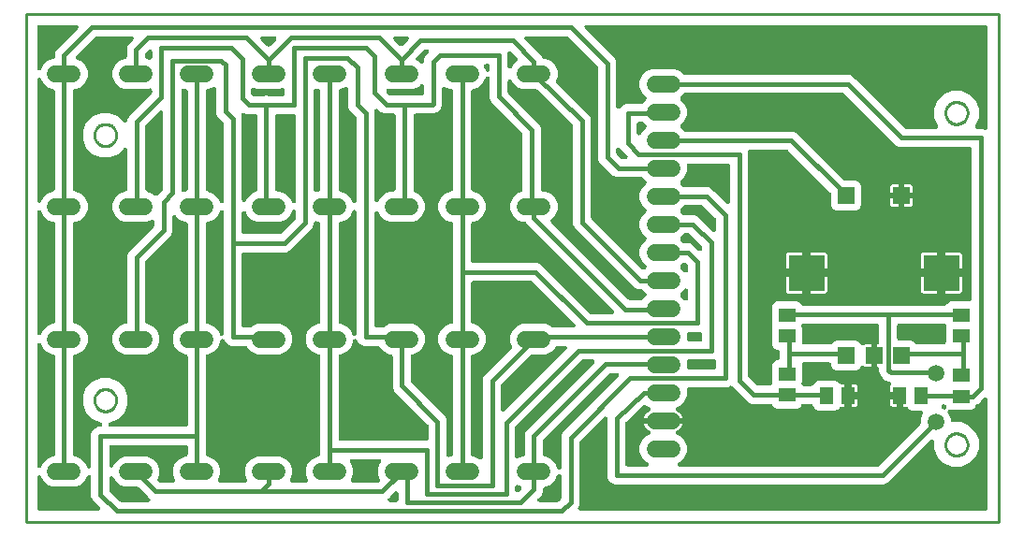
<source format=gbr>
G04 EAGLE Gerber RS-274X export*
G75*
%MOMM*%
%FSLAX34Y34*%
%LPD*%
%INBottom Copper*%
%IPPOS*%
%AMOC8*
5,1,8,0,0,1.08239X$1,22.5*%
G01*
%ADD10C,1.524000*%
%ADD11R,1.508000X1.508000*%
%ADD12R,3.216000X3.216000*%
%ADD13R,1.500000X1.300000*%
%ADD14R,1.300000X1.500000*%
%ADD15C,0.406400*%
%ADD16C,0.152400*%
%ADD17C,1.500000*%
%ADD18C,0.254000*%

G36*
X673025Y123090D02*
X673025Y123090D01*
X673038Y123089D01*
X673225Y123110D01*
X673412Y123129D01*
X673425Y123133D01*
X673438Y123134D01*
X673617Y123191D01*
X673797Y123247D01*
X673809Y123253D01*
X673822Y123257D01*
X673986Y123349D01*
X674151Y123439D01*
X674161Y123447D01*
X674173Y123454D01*
X674317Y123577D01*
X674460Y123696D01*
X674469Y123707D01*
X674479Y123715D01*
X674595Y123863D01*
X674713Y124010D01*
X674719Y124022D01*
X674727Y124032D01*
X674812Y124201D01*
X674898Y124367D01*
X674902Y124380D01*
X674908Y124392D01*
X674958Y124574D01*
X675010Y124754D01*
X675011Y124768D01*
X675014Y124781D01*
X675027Y124967D01*
X675043Y125156D01*
X675041Y125169D01*
X675042Y125182D01*
X675018Y125368D01*
X674996Y125555D01*
X674991Y125568D01*
X674990Y125581D01*
X674888Y125897D01*
X674743Y126247D01*
X674743Y141673D01*
X675671Y143914D01*
X677386Y145629D01*
X679627Y146557D01*
X679840Y146557D01*
X679858Y146559D01*
X679876Y146557D01*
X680058Y146578D01*
X680241Y146597D01*
X680258Y146602D01*
X680275Y146604D01*
X680450Y146661D01*
X680626Y146715D01*
X680641Y146723D01*
X680658Y146729D01*
X680818Y146819D01*
X680980Y146907D01*
X680993Y146918D01*
X681009Y146927D01*
X681148Y147047D01*
X681289Y147164D01*
X681300Y147178D01*
X681314Y147190D01*
X681426Y147335D01*
X681541Y147478D01*
X681549Y147494D01*
X681560Y147508D01*
X681642Y147673D01*
X681727Y147835D01*
X681732Y147852D01*
X681740Y147868D01*
X681787Y148047D01*
X681838Y148222D01*
X681840Y148240D01*
X681844Y148257D01*
X681871Y148588D01*
X681871Y153672D01*
X681869Y153690D01*
X681871Y153708D01*
X681850Y153890D01*
X681831Y154073D01*
X681826Y154090D01*
X681824Y154107D01*
X681767Y154282D01*
X681713Y154458D01*
X681705Y154473D01*
X681699Y154490D01*
X681609Y154650D01*
X681521Y154812D01*
X681510Y154825D01*
X681501Y154841D01*
X681381Y154980D01*
X681264Y155121D01*
X681250Y155132D01*
X681238Y155146D01*
X681093Y155258D01*
X680950Y155373D01*
X680934Y155381D01*
X680920Y155392D01*
X680755Y155474D01*
X680593Y155559D01*
X680576Y155564D01*
X680560Y155572D01*
X680381Y155619D01*
X680206Y155670D01*
X680188Y155672D01*
X680171Y155676D01*
X679840Y155703D01*
X679627Y155703D01*
X677386Y156631D01*
X675671Y158346D01*
X674743Y160587D01*
X674743Y176013D01*
X675162Y177023D01*
X675169Y177048D01*
X675181Y177072D01*
X675228Y177241D01*
X675278Y177408D01*
X675281Y177435D01*
X675288Y177461D01*
X675300Y177636D01*
X675316Y177809D01*
X675313Y177835D01*
X675315Y177862D01*
X675293Y178036D01*
X675275Y178209D01*
X675267Y178235D01*
X675263Y178261D01*
X675162Y178577D01*
X674743Y179587D01*
X674743Y195013D01*
X675671Y197254D01*
X677386Y198969D01*
X679627Y199897D01*
X697053Y199897D01*
X699294Y198969D01*
X701009Y197254D01*
X701162Y196883D01*
X701173Y196863D01*
X701180Y196842D01*
X701268Y196686D01*
X701352Y196528D01*
X701367Y196511D01*
X701378Y196491D01*
X701495Y196356D01*
X701609Y196217D01*
X701626Y196203D01*
X701641Y196186D01*
X701782Y196077D01*
X701921Y195964D01*
X701941Y195953D01*
X701959Y195940D01*
X702120Y195860D01*
X702278Y195777D01*
X702299Y195770D01*
X702319Y195760D01*
X702493Y195714D01*
X702664Y195664D01*
X702687Y195662D01*
X702708Y195656D01*
X703039Y195629D01*
X831121Y195629D01*
X831143Y195631D01*
X831166Y195629D01*
X831343Y195651D01*
X831522Y195669D01*
X831543Y195675D01*
X831565Y195678D01*
X831735Y195734D01*
X831907Y195787D01*
X831926Y195797D01*
X831948Y195804D01*
X832103Y195893D01*
X832261Y195979D01*
X832278Y195993D01*
X832297Y196004D01*
X832433Y196122D01*
X832570Y196236D01*
X832584Y196254D01*
X832601Y196268D01*
X832710Y196411D01*
X832822Y196550D01*
X832833Y196570D01*
X832846Y196588D01*
X832998Y196883D01*
X833151Y197254D01*
X834866Y198969D01*
X837107Y199897D01*
X853690Y199897D01*
X853708Y199899D01*
X853726Y199897D01*
X853908Y199918D01*
X854091Y199937D01*
X854108Y199942D01*
X854125Y199944D01*
X854300Y200001D01*
X854476Y200055D01*
X854491Y200063D01*
X854508Y200069D01*
X854668Y200159D01*
X854830Y200247D01*
X854843Y200258D01*
X854859Y200267D01*
X854998Y200387D01*
X855139Y200504D01*
X855150Y200518D01*
X855164Y200530D01*
X855276Y200675D01*
X855391Y200818D01*
X855399Y200834D01*
X855410Y200848D01*
X855492Y201013D01*
X855577Y201175D01*
X855582Y201192D01*
X855590Y201208D01*
X855637Y201387D01*
X855688Y201562D01*
X855690Y201580D01*
X855694Y201597D01*
X855721Y201928D01*
X855721Y337340D01*
X855719Y337358D01*
X855721Y337376D01*
X855700Y337558D01*
X855681Y337741D01*
X855676Y337758D01*
X855674Y337775D01*
X855617Y337950D01*
X855563Y338126D01*
X855555Y338141D01*
X855549Y338158D01*
X855459Y338318D01*
X855371Y338480D01*
X855360Y338493D01*
X855351Y338509D01*
X855231Y338648D01*
X855114Y338789D01*
X855100Y338800D01*
X855088Y338814D01*
X854943Y338926D01*
X854800Y339041D01*
X854784Y339049D01*
X854770Y339060D01*
X854605Y339142D01*
X854443Y339227D01*
X854426Y339232D01*
X854410Y339240D01*
X854231Y339287D01*
X854056Y339338D01*
X854038Y339340D01*
X854021Y339344D01*
X853690Y339371D01*
X790663Y339371D01*
X787675Y340609D01*
X740768Y387516D01*
X740747Y387533D01*
X740730Y387554D01*
X740592Y387661D01*
X740456Y387771D01*
X740433Y387784D01*
X740412Y387800D01*
X740255Y387878D01*
X740101Y387960D01*
X740075Y387968D01*
X740051Y387980D01*
X739882Y388025D01*
X739715Y388075D01*
X739688Y388077D01*
X739662Y388084D01*
X739332Y388111D01*
X596311Y388111D01*
X596284Y388109D01*
X596258Y388111D01*
X596084Y388089D01*
X595910Y388071D01*
X595885Y388064D01*
X595858Y388060D01*
X595693Y388005D01*
X595525Y387953D01*
X595502Y387940D01*
X595477Y387932D01*
X595325Y387845D01*
X595171Y387761D01*
X595151Y387744D01*
X595128Y387731D01*
X594875Y387516D01*
X592335Y384976D01*
X592323Y384963D01*
X592310Y384951D01*
X592196Y384807D01*
X592080Y384665D01*
X592071Y384649D01*
X592060Y384635D01*
X591977Y384471D01*
X591891Y384309D01*
X591886Y384292D01*
X591878Y384276D01*
X591828Y384099D01*
X591776Y383923D01*
X591775Y383905D01*
X591770Y383888D01*
X591756Y383705D01*
X591740Y383522D01*
X591742Y383504D01*
X591740Y383487D01*
X591763Y383305D01*
X591783Y383122D01*
X591789Y383105D01*
X591791Y383087D01*
X591849Y382914D01*
X591905Y382738D01*
X591913Y382722D01*
X591919Y382706D01*
X592011Y382546D01*
X592100Y382386D01*
X592111Y382372D01*
X592120Y382357D01*
X592335Y382104D01*
X595828Y378610D01*
X597917Y373568D01*
X597917Y368112D01*
X595828Y363070D01*
X592335Y359576D01*
X592323Y359563D01*
X592310Y359551D01*
X592196Y359407D01*
X592080Y359265D01*
X592071Y359249D01*
X592060Y359235D01*
X591977Y359071D01*
X591891Y358909D01*
X591886Y358892D01*
X591878Y358876D01*
X591828Y358699D01*
X591776Y358523D01*
X591775Y358505D01*
X591770Y358488D01*
X591756Y358305D01*
X591740Y358122D01*
X591742Y358104D01*
X591740Y358087D01*
X591763Y357905D01*
X591783Y357722D01*
X591789Y357705D01*
X591791Y357687D01*
X591849Y357514D01*
X591905Y357338D01*
X591913Y357322D01*
X591919Y357306D01*
X592011Y357146D01*
X592100Y356986D01*
X592111Y356972D01*
X592120Y356957D01*
X592335Y356704D01*
X595275Y353764D01*
X595295Y353747D01*
X595313Y353726D01*
X595451Y353619D01*
X595586Y353509D01*
X595610Y353496D01*
X595631Y353480D01*
X595788Y353402D01*
X595942Y353320D01*
X595967Y353312D01*
X595992Y353300D01*
X596161Y353255D01*
X596328Y353205D01*
X596354Y353203D01*
X596380Y353196D01*
X596711Y353169D01*
X694077Y353169D01*
X697065Y351931D01*
X699637Y349359D01*
X739404Y309592D01*
X739425Y309575D01*
X739442Y309554D01*
X739580Y309447D01*
X739716Y309337D01*
X739739Y309324D01*
X739760Y309308D01*
X739917Y309230D01*
X740071Y309148D01*
X740097Y309140D01*
X740121Y309128D01*
X740290Y309083D01*
X740457Y309033D01*
X740484Y309031D01*
X740510Y309024D01*
X740840Y308997D01*
X750873Y308997D01*
X753114Y308069D01*
X754829Y306354D01*
X755757Y304113D01*
X755757Y286607D01*
X754829Y284366D01*
X753114Y282651D01*
X750873Y281723D01*
X733367Y281723D01*
X731126Y282651D01*
X729411Y284366D01*
X728483Y286607D01*
X728483Y296680D01*
X728481Y296706D01*
X728483Y296733D01*
X728461Y296907D01*
X728443Y297080D01*
X728436Y297106D01*
X728432Y297132D01*
X728377Y297298D01*
X728325Y297465D01*
X728312Y297489D01*
X728304Y297514D01*
X728217Y297666D01*
X728133Y297819D01*
X728116Y297840D01*
X728103Y297863D01*
X727888Y298116D01*
X689688Y336316D01*
X689667Y336333D01*
X689650Y336354D01*
X689512Y336461D01*
X689376Y336571D01*
X689353Y336584D01*
X689332Y336600D01*
X689175Y336678D01*
X689021Y336760D01*
X688995Y336768D01*
X688971Y336780D01*
X688802Y336825D01*
X688635Y336875D01*
X688608Y336877D01*
X688582Y336884D01*
X688252Y336911D01*
X655195Y336911D01*
X655181Y336910D01*
X655168Y336911D01*
X654981Y336890D01*
X654794Y336871D01*
X654781Y336867D01*
X654768Y336866D01*
X654589Y336808D01*
X654409Y336753D01*
X654397Y336747D01*
X654385Y336743D01*
X654220Y336651D01*
X654055Y336561D01*
X654045Y336553D01*
X654033Y336546D01*
X653890Y336423D01*
X653746Y336304D01*
X653737Y336293D01*
X653727Y336285D01*
X653611Y336136D01*
X653494Y335990D01*
X653487Y335978D01*
X653479Y335967D01*
X653394Y335799D01*
X653308Y335633D01*
X653304Y335620D01*
X653298Y335608D01*
X653249Y335426D01*
X653197Y335246D01*
X653196Y335232D01*
X653192Y335219D01*
X653179Y335033D01*
X653164Y334844D01*
X653165Y334831D01*
X653164Y334818D01*
X653189Y334632D01*
X653211Y334445D01*
X653215Y334432D01*
X653217Y334419D01*
X653318Y334103D01*
X653329Y334077D01*
X653329Y132138D01*
X653331Y132112D01*
X653329Y132085D01*
X653351Y131911D01*
X653369Y131738D01*
X653376Y131712D01*
X653380Y131686D01*
X653435Y131520D01*
X653487Y131353D01*
X653500Y131329D01*
X653508Y131304D01*
X653595Y131152D01*
X653679Y130999D01*
X653696Y130978D01*
X653709Y130955D01*
X653924Y130702D01*
X660942Y123684D01*
X660963Y123667D01*
X660980Y123646D01*
X661118Y123539D01*
X661254Y123429D01*
X661277Y123416D01*
X661298Y123400D01*
X661455Y123322D01*
X661609Y123240D01*
X661635Y123232D01*
X661659Y123220D01*
X661828Y123175D01*
X661995Y123125D01*
X662022Y123123D01*
X662048Y123116D01*
X662378Y123089D01*
X673012Y123089D01*
X673025Y123090D01*
G37*
G36*
X57171Y48480D02*
X57171Y48480D01*
X57176Y48480D01*
X57373Y48503D01*
X57567Y48525D01*
X57571Y48526D01*
X57575Y48527D01*
X57764Y48588D01*
X57950Y48648D01*
X57954Y48650D01*
X57958Y48651D01*
X58131Y48749D01*
X58302Y48844D01*
X58305Y48847D01*
X58309Y48849D01*
X58456Y48977D01*
X58607Y49106D01*
X58610Y49110D01*
X58614Y49112D01*
X58733Y49267D01*
X58856Y49423D01*
X58858Y49427D01*
X58860Y49431D01*
X58948Y49607D01*
X59036Y49783D01*
X59038Y49787D01*
X59040Y49791D01*
X59091Y49984D01*
X59143Y50171D01*
X59143Y50176D01*
X59144Y50180D01*
X59171Y50511D01*
X59171Y79437D01*
X60409Y82425D01*
X62695Y84711D01*
X65683Y85949D01*
X67071Y85949D01*
X67075Y85949D01*
X67080Y85949D01*
X67273Y85969D01*
X67471Y85989D01*
X67476Y85990D01*
X67480Y85990D01*
X67666Y86048D01*
X67856Y86107D01*
X67860Y86109D01*
X67864Y86110D01*
X68036Y86204D01*
X68210Y86299D01*
X68214Y86301D01*
X68218Y86304D01*
X68369Y86431D01*
X68519Y86556D01*
X68522Y86560D01*
X68526Y86563D01*
X68646Y86714D01*
X68772Y86870D01*
X68774Y86874D01*
X68777Y86877D01*
X68866Y87051D01*
X68957Y87227D01*
X68959Y87232D01*
X68961Y87236D01*
X69014Y87424D01*
X69069Y87614D01*
X69069Y87619D01*
X69070Y87623D01*
X69085Y87816D01*
X69102Y88016D01*
X69101Y88020D01*
X69101Y88024D01*
X69078Y88213D01*
X69055Y88415D01*
X69053Y88420D01*
X69053Y88424D01*
X68992Y88607D01*
X68930Y88798D01*
X68928Y88802D01*
X68926Y88806D01*
X68830Y88975D01*
X68732Y89149D01*
X68729Y89152D01*
X68727Y89156D01*
X68597Y89305D01*
X68469Y89453D01*
X68465Y89456D01*
X68462Y89460D01*
X68306Y89580D01*
X68151Y89700D01*
X68147Y89702D01*
X68143Y89705D01*
X67848Y89857D01*
X60480Y92909D01*
X54809Y98580D01*
X51739Y105990D01*
X51739Y114010D01*
X54809Y121420D01*
X60480Y127091D01*
X67890Y130161D01*
X75910Y130161D01*
X83320Y127091D01*
X88991Y121420D01*
X92061Y114010D01*
X92061Y105990D01*
X88991Y98580D01*
X83320Y92909D01*
X75952Y89857D01*
X75948Y89855D01*
X75944Y89853D01*
X75771Y89760D01*
X75597Y89666D01*
X75594Y89664D01*
X75590Y89661D01*
X75441Y89537D01*
X75287Y89410D01*
X75284Y89407D01*
X75281Y89404D01*
X75157Y89250D01*
X75033Y89097D01*
X75031Y89093D01*
X75028Y89090D01*
X74937Y88915D01*
X74846Y88741D01*
X74845Y88737D01*
X74843Y88733D01*
X74788Y88543D01*
X74733Y88354D01*
X74733Y88350D01*
X74731Y88346D01*
X74715Y88144D01*
X74698Y87953D01*
X74699Y87949D01*
X74698Y87944D01*
X74722Y87743D01*
X74743Y87553D01*
X74745Y87549D01*
X74745Y87545D01*
X74808Y87353D01*
X74867Y87170D01*
X74869Y87166D01*
X74870Y87162D01*
X74968Y86989D01*
X75063Y86818D01*
X75066Y86815D01*
X75068Y86811D01*
X75197Y86662D01*
X75325Y86513D01*
X75328Y86510D01*
X75331Y86506D01*
X75485Y86387D01*
X75642Y86264D01*
X75646Y86262D01*
X75649Y86260D01*
X75826Y86172D01*
X76002Y86084D01*
X76006Y86082D01*
X76010Y86080D01*
X76203Y86029D01*
X76390Y85977D01*
X76394Y85977D01*
X76399Y85976D01*
X76729Y85949D01*
X144448Y85949D01*
X144466Y85951D01*
X144484Y85949D01*
X144666Y85970D01*
X144849Y85989D01*
X144866Y85994D01*
X144883Y85996D01*
X145058Y86053D01*
X145234Y86107D01*
X145249Y86115D01*
X145266Y86121D01*
X145426Y86211D01*
X145588Y86299D01*
X145601Y86310D01*
X145617Y86319D01*
X145756Y86439D01*
X145897Y86556D01*
X145908Y86570D01*
X145922Y86582D01*
X146034Y86727D01*
X146149Y86870D01*
X146157Y86886D01*
X146168Y86900D01*
X146250Y87065D01*
X146335Y87227D01*
X146340Y87244D01*
X146348Y87260D01*
X146395Y87439D01*
X146446Y87614D01*
X146448Y87632D01*
X146452Y87649D01*
X146479Y87980D01*
X146479Y149612D01*
X146477Y149630D01*
X146479Y149648D01*
X146458Y149830D01*
X146439Y150013D01*
X146434Y150030D01*
X146432Y150047D01*
X146375Y150222D01*
X146321Y150398D01*
X146313Y150413D01*
X146307Y150430D01*
X146217Y150590D01*
X146129Y150752D01*
X146118Y150765D01*
X146109Y150781D01*
X145989Y150920D01*
X145872Y151061D01*
X145858Y151072D01*
X145846Y151086D01*
X145701Y151198D01*
X145558Y151313D01*
X145542Y151321D01*
X145528Y151332D01*
X145363Y151414D01*
X145201Y151499D01*
X145184Y151504D01*
X145168Y151512D01*
X144989Y151559D01*
X144814Y151610D01*
X144796Y151612D01*
X144779Y151616D01*
X144448Y151643D01*
X144260Y151643D01*
X139218Y153732D01*
X135360Y157590D01*
X133271Y162632D01*
X133271Y168088D01*
X135360Y173130D01*
X139218Y176988D01*
X144260Y179077D01*
X144448Y179077D01*
X144466Y179079D01*
X144484Y179077D01*
X144666Y179098D01*
X144849Y179117D01*
X144866Y179122D01*
X144883Y179124D01*
X145058Y179181D01*
X145234Y179235D01*
X145249Y179243D01*
X145266Y179249D01*
X145426Y179339D01*
X145588Y179427D01*
X145601Y179438D01*
X145617Y179447D01*
X145756Y179567D01*
X145897Y179684D01*
X145908Y179698D01*
X145922Y179710D01*
X146034Y179855D01*
X146149Y179998D01*
X146157Y180014D01*
X146168Y180028D01*
X146250Y180193D01*
X146335Y180355D01*
X146340Y180372D01*
X146348Y180388D01*
X146395Y180567D01*
X146446Y180742D01*
X146448Y180760D01*
X146452Y180777D01*
X146479Y181108D01*
X146479Y269612D01*
X146477Y269630D01*
X146479Y269648D01*
X146458Y269830D01*
X146439Y270013D01*
X146434Y270030D01*
X146432Y270047D01*
X146375Y270222D01*
X146321Y270398D01*
X146313Y270413D01*
X146307Y270430D01*
X146217Y270590D01*
X146129Y270752D01*
X146118Y270765D01*
X146109Y270781D01*
X145989Y270920D01*
X145872Y271061D01*
X145858Y271072D01*
X145846Y271086D01*
X145701Y271198D01*
X145558Y271313D01*
X145542Y271321D01*
X145528Y271332D01*
X145363Y271414D01*
X145201Y271499D01*
X145184Y271504D01*
X145168Y271512D01*
X144989Y271559D01*
X144814Y271610D01*
X144796Y271612D01*
X144779Y271616D01*
X144448Y271643D01*
X144260Y271643D01*
X139218Y273732D01*
X136056Y276893D01*
X136049Y276899D01*
X136044Y276906D01*
X135894Y277026D01*
X135745Y277148D01*
X135737Y277153D01*
X135730Y277158D01*
X135560Y277247D01*
X135389Y277337D01*
X135380Y277340D01*
X135373Y277344D01*
X135188Y277397D01*
X135003Y277452D01*
X134994Y277453D01*
X134986Y277455D01*
X134795Y277471D01*
X134602Y277488D01*
X134593Y277487D01*
X134584Y277488D01*
X134395Y277466D01*
X134202Y277445D01*
X134193Y277442D01*
X134185Y277441D01*
X134003Y277382D01*
X133818Y277323D01*
X133810Y277319D01*
X133802Y277316D01*
X133633Y277221D01*
X133466Y277128D01*
X133459Y277123D01*
X133451Y277118D01*
X133305Y276992D01*
X133159Y276868D01*
X133153Y276861D01*
X133146Y276855D01*
X133029Y276704D01*
X132909Y276552D01*
X132905Y276544D01*
X132900Y276537D01*
X132814Y276365D01*
X132727Y276193D01*
X132724Y276185D01*
X132720Y276177D01*
X132670Y275991D01*
X132619Y275805D01*
X132618Y275796D01*
X132616Y275788D01*
X132589Y275457D01*
X132589Y262483D01*
X131351Y259495D01*
X108724Y236868D01*
X108707Y236847D01*
X108686Y236830D01*
X108579Y236692D01*
X108469Y236556D01*
X108456Y236533D01*
X108440Y236512D01*
X108362Y236355D01*
X108280Y236201D01*
X108272Y236175D01*
X108260Y236151D01*
X108215Y235982D01*
X108165Y235815D01*
X108163Y235788D01*
X108156Y235762D01*
X108129Y235432D01*
X108129Y181108D01*
X108131Y181090D01*
X108129Y181072D01*
X108150Y180890D01*
X108169Y180707D01*
X108174Y180690D01*
X108176Y180673D01*
X108233Y180498D01*
X108287Y180322D01*
X108295Y180307D01*
X108301Y180290D01*
X108391Y180130D01*
X108479Y179968D01*
X108490Y179955D01*
X108499Y179939D01*
X108619Y179800D01*
X108736Y179659D01*
X108750Y179648D01*
X108762Y179634D01*
X108907Y179522D01*
X109050Y179407D01*
X109066Y179399D01*
X109080Y179388D01*
X109245Y179306D01*
X109407Y179221D01*
X109424Y179216D01*
X109440Y179208D01*
X109619Y179161D01*
X109794Y179110D01*
X109812Y179108D01*
X109829Y179104D01*
X109936Y179095D01*
X115022Y176988D01*
X118880Y173130D01*
X120969Y168088D01*
X120969Y162632D01*
X118880Y157590D01*
X115022Y153732D01*
X109980Y151643D01*
X89284Y151643D01*
X84242Y153732D01*
X80384Y157590D01*
X78295Y162632D01*
X78295Y168088D01*
X80384Y173130D01*
X84242Y176988D01*
X89284Y179077D01*
X89840Y179077D01*
X89858Y179079D01*
X89876Y179077D01*
X90058Y179098D01*
X90241Y179117D01*
X90258Y179122D01*
X90275Y179124D01*
X90450Y179181D01*
X90626Y179235D01*
X90641Y179243D01*
X90658Y179249D01*
X90818Y179339D01*
X90980Y179427D01*
X90993Y179438D01*
X91009Y179447D01*
X91148Y179567D01*
X91289Y179684D01*
X91300Y179698D01*
X91314Y179710D01*
X91426Y179855D01*
X91541Y179998D01*
X91549Y180014D01*
X91560Y180028D01*
X91642Y180193D01*
X91727Y180355D01*
X91732Y180372D01*
X91740Y180388D01*
X91787Y180567D01*
X91838Y180742D01*
X91840Y180760D01*
X91844Y180777D01*
X91871Y181108D01*
X91871Y241257D01*
X93109Y244245D01*
X95681Y246817D01*
X115736Y266872D01*
X115753Y266893D01*
X115774Y266910D01*
X115881Y267048D01*
X115991Y267184D01*
X116004Y267207D01*
X116020Y267228D01*
X116098Y267385D01*
X116180Y267539D01*
X116188Y267565D01*
X116200Y267589D01*
X116245Y267758D01*
X116295Y267925D01*
X116297Y267952D01*
X116304Y267978D01*
X116331Y268308D01*
X116331Y271234D01*
X116330Y271247D01*
X116331Y271261D01*
X116310Y271446D01*
X116291Y271635D01*
X116287Y271647D01*
X116286Y271661D01*
X116229Y271839D01*
X116173Y272019D01*
X116167Y272031D01*
X116163Y272044D01*
X116071Y272208D01*
X115981Y272373D01*
X115973Y272384D01*
X115966Y272395D01*
X115843Y272539D01*
X115724Y272683D01*
X115713Y272691D01*
X115705Y272701D01*
X115556Y272818D01*
X115410Y272935D01*
X115398Y272941D01*
X115388Y272950D01*
X115218Y273034D01*
X115053Y273121D01*
X115040Y273124D01*
X115028Y273130D01*
X114846Y273180D01*
X114666Y273232D01*
X114652Y273233D01*
X114639Y273237D01*
X114452Y273250D01*
X114264Y273265D01*
X114251Y273263D01*
X114238Y273264D01*
X114050Y273240D01*
X113865Y273218D01*
X113852Y273214D01*
X113839Y273212D01*
X113523Y273111D01*
X109980Y271643D01*
X89284Y271643D01*
X84242Y273732D01*
X80384Y277590D01*
X78295Y282632D01*
X78295Y288088D01*
X80384Y293130D01*
X84242Y296988D01*
X89284Y299077D01*
X89840Y299077D01*
X89858Y299079D01*
X89876Y299077D01*
X90058Y299098D01*
X90241Y299117D01*
X90258Y299122D01*
X90275Y299124D01*
X90450Y299181D01*
X90626Y299235D01*
X90641Y299243D01*
X90658Y299249D01*
X90818Y299339D01*
X90980Y299427D01*
X90993Y299438D01*
X91009Y299447D01*
X91148Y299567D01*
X91289Y299684D01*
X91300Y299698D01*
X91314Y299710D01*
X91426Y299855D01*
X91541Y299998D01*
X91549Y300014D01*
X91560Y300028D01*
X91642Y300193D01*
X91727Y300355D01*
X91732Y300372D01*
X91740Y300388D01*
X91787Y300567D01*
X91838Y300742D01*
X91840Y300760D01*
X91844Y300777D01*
X91871Y301108D01*
X91871Y336556D01*
X91870Y336565D01*
X91871Y336574D01*
X91850Y336765D01*
X91831Y336956D01*
X91829Y336965D01*
X91828Y336974D01*
X91770Y337156D01*
X91713Y337341D01*
X91709Y337349D01*
X91706Y337358D01*
X91613Y337526D01*
X91521Y337695D01*
X91516Y337702D01*
X91511Y337710D01*
X91387Y337857D01*
X91264Y338005D01*
X91257Y338010D01*
X91251Y338017D01*
X91100Y338136D01*
X90950Y338257D01*
X90942Y338261D01*
X90935Y338267D01*
X90762Y338354D01*
X90593Y338442D01*
X90584Y338445D01*
X90576Y338449D01*
X90390Y338501D01*
X90206Y338554D01*
X90197Y338555D01*
X90188Y338557D01*
X89995Y338571D01*
X89804Y338587D01*
X89796Y338586D01*
X89787Y338586D01*
X89594Y338562D01*
X89405Y338540D01*
X89396Y338537D01*
X89387Y338536D01*
X89204Y338475D01*
X89022Y338415D01*
X89014Y338411D01*
X89006Y338408D01*
X88839Y338312D01*
X88671Y338217D01*
X88664Y338211D01*
X88657Y338207D01*
X88404Y337992D01*
X83320Y332909D01*
X75910Y329839D01*
X67890Y329839D01*
X60480Y332909D01*
X54809Y338580D01*
X51739Y345990D01*
X51739Y354010D01*
X54809Y361420D01*
X60480Y367091D01*
X67890Y370161D01*
X75910Y370161D01*
X83320Y367091D01*
X88404Y362008D01*
X88411Y362002D01*
X88416Y361995D01*
X88566Y361875D01*
X88715Y361753D01*
X88723Y361749D01*
X88730Y361743D01*
X88900Y361655D01*
X89071Y361564D01*
X89080Y361562D01*
X89087Y361558D01*
X89272Y361504D01*
X89457Y361449D01*
X89466Y361449D01*
X89474Y361446D01*
X89666Y361430D01*
X89858Y361413D01*
X89867Y361414D01*
X89876Y361413D01*
X90065Y361435D01*
X90258Y361456D01*
X90267Y361459D01*
X90275Y361460D01*
X90457Y361520D01*
X90642Y361578D01*
X90650Y361582D01*
X90658Y361585D01*
X90827Y361680D01*
X90994Y361773D01*
X91001Y361778D01*
X91009Y361783D01*
X91155Y361909D01*
X91301Y362033D01*
X91307Y362040D01*
X91314Y362046D01*
X91431Y362197D01*
X91551Y362349D01*
X91555Y362357D01*
X91560Y362364D01*
X91646Y362536D01*
X91733Y362708D01*
X91736Y362717D01*
X91740Y362725D01*
X91789Y362910D01*
X91841Y363096D01*
X91842Y363105D01*
X91844Y363113D01*
X91871Y363444D01*
X91871Y363797D01*
X93109Y366785D01*
X113656Y387332D01*
X113673Y387353D01*
X113694Y387370D01*
X113801Y387508D01*
X113911Y387644D01*
X113924Y387667D01*
X113940Y387688D01*
X114018Y387845D01*
X114100Y387999D01*
X114108Y388025D01*
X114120Y388049D01*
X114165Y388218D01*
X114215Y388385D01*
X114217Y388412D01*
X114224Y388438D01*
X114251Y388768D01*
X114251Y390372D01*
X114250Y390386D01*
X114251Y390399D01*
X114230Y390585D01*
X114211Y390773D01*
X114207Y390786D01*
X114206Y390799D01*
X114148Y390978D01*
X114093Y391158D01*
X114087Y391170D01*
X114083Y391182D01*
X113991Y391347D01*
X113901Y391512D01*
X113893Y391522D01*
X113886Y391534D01*
X113764Y391677D01*
X113644Y391821D01*
X113633Y391830D01*
X113625Y391840D01*
X113476Y391956D01*
X113330Y392073D01*
X113318Y392080D01*
X113308Y392088D01*
X113139Y392172D01*
X112973Y392259D01*
X112960Y392263D01*
X112948Y392269D01*
X112767Y392318D01*
X112586Y392370D01*
X112572Y392371D01*
X112559Y392375D01*
X112371Y392388D01*
X112184Y392403D01*
X112171Y392402D01*
X112158Y392403D01*
X111970Y392378D01*
X111785Y392356D01*
X111772Y392352D01*
X111759Y392350D01*
X111443Y392249D01*
X109980Y391643D01*
X89284Y391643D01*
X84242Y393732D01*
X80384Y397590D01*
X78295Y402632D01*
X78295Y408088D01*
X80384Y413130D01*
X84242Y416988D01*
X89284Y419077D01*
X89472Y419077D01*
X89490Y419079D01*
X89508Y419077D01*
X89690Y419098D01*
X89873Y419117D01*
X89890Y419122D01*
X89907Y419124D01*
X90082Y419181D01*
X90258Y419235D01*
X90273Y419243D01*
X90290Y419249D01*
X90450Y419339D01*
X90612Y419427D01*
X90625Y419438D01*
X90641Y419447D01*
X90780Y419567D01*
X90921Y419684D01*
X90932Y419698D01*
X90946Y419710D01*
X91058Y419855D01*
X91173Y419998D01*
X91181Y420014D01*
X91192Y420028D01*
X91274Y420193D01*
X91359Y420355D01*
X91364Y420372D01*
X91372Y420388D01*
X91419Y420565D01*
X91470Y420742D01*
X91472Y420760D01*
X91476Y420777D01*
X91503Y421108D01*
X91503Y428909D01*
X92741Y431897D01*
X96948Y436104D01*
X96954Y436111D01*
X96960Y436116D01*
X97081Y436266D01*
X97203Y436415D01*
X97207Y436423D01*
X97213Y436430D01*
X97301Y436600D01*
X97392Y436771D01*
X97394Y436780D01*
X97398Y436787D01*
X97451Y436972D01*
X97506Y437157D01*
X97507Y437166D01*
X97510Y437174D01*
X97525Y437366D01*
X97543Y437558D01*
X97542Y437567D01*
X97543Y437576D01*
X97520Y437765D01*
X97499Y437958D01*
X97497Y437967D01*
X97496Y437975D01*
X97436Y438157D01*
X97378Y438342D01*
X97374Y438350D01*
X97371Y438358D01*
X97276Y438527D01*
X97183Y438694D01*
X97177Y438701D01*
X97173Y438709D01*
X97047Y438855D01*
X96923Y439001D01*
X96916Y439007D01*
X96910Y439014D01*
X96758Y439131D01*
X96607Y439251D01*
X96599Y439255D01*
X96592Y439260D01*
X96420Y439346D01*
X96248Y439433D01*
X96239Y439436D01*
X96231Y439440D01*
X96045Y439490D01*
X95860Y439541D01*
X95851Y439542D01*
X95842Y439544D01*
X95512Y439571D01*
X64168Y439571D01*
X64142Y439569D01*
X64115Y439571D01*
X63941Y439549D01*
X63768Y439531D01*
X63742Y439524D01*
X63716Y439520D01*
X63550Y439465D01*
X63383Y439413D01*
X63359Y439400D01*
X63334Y439392D01*
X63182Y439305D01*
X63029Y439221D01*
X63008Y439204D01*
X62985Y439191D01*
X62732Y438976D01*
X45604Y421848D01*
X45596Y421838D01*
X45585Y421829D01*
X45468Y421683D01*
X45349Y421537D01*
X45343Y421525D01*
X45334Y421515D01*
X45249Y421347D01*
X45160Y421181D01*
X45157Y421168D01*
X45151Y421156D01*
X45099Y420976D01*
X45046Y420795D01*
X45044Y420782D01*
X45041Y420769D01*
X45026Y420583D01*
X45009Y420394D01*
X45011Y420381D01*
X45010Y420368D01*
X45032Y420183D01*
X45053Y419994D01*
X45057Y419981D01*
X45058Y419968D01*
X45117Y419791D01*
X45174Y419610D01*
X45181Y419598D01*
X45185Y419586D01*
X45278Y419423D01*
X45369Y419258D01*
X45378Y419248D01*
X45384Y419236D01*
X45508Y419094D01*
X45629Y418951D01*
X45640Y418943D01*
X45649Y418932D01*
X45798Y418818D01*
X45945Y418701D01*
X45957Y418695D01*
X45968Y418687D01*
X46263Y418535D01*
X49998Y416988D01*
X53856Y413130D01*
X55945Y408088D01*
X55945Y402632D01*
X53856Y397590D01*
X49998Y393732D01*
X44956Y391643D01*
X44768Y391643D01*
X44750Y391641D01*
X44732Y391643D01*
X44550Y391622D01*
X44367Y391603D01*
X44350Y391598D01*
X44333Y391596D01*
X44158Y391539D01*
X43982Y391485D01*
X43967Y391477D01*
X43950Y391471D01*
X43790Y391381D01*
X43628Y391293D01*
X43615Y391282D01*
X43599Y391273D01*
X43460Y391153D01*
X43319Y391036D01*
X43308Y391022D01*
X43294Y391010D01*
X43182Y390865D01*
X43067Y390722D01*
X43059Y390706D01*
X43048Y390692D01*
X42966Y390527D01*
X42881Y390365D01*
X42876Y390348D01*
X42868Y390332D01*
X42821Y390153D01*
X42770Y389978D01*
X42768Y389960D01*
X42764Y389943D01*
X42737Y389612D01*
X42737Y301108D01*
X42739Y301090D01*
X42737Y301072D01*
X42758Y300890D01*
X42777Y300707D01*
X42782Y300690D01*
X42784Y300673D01*
X42841Y300498D01*
X42895Y300322D01*
X42903Y300307D01*
X42909Y300290D01*
X42999Y300130D01*
X43087Y299968D01*
X43098Y299955D01*
X43107Y299939D01*
X43227Y299800D01*
X43344Y299659D01*
X43358Y299648D01*
X43370Y299634D01*
X43515Y299522D01*
X43658Y299407D01*
X43674Y299399D01*
X43688Y299388D01*
X43853Y299306D01*
X44015Y299221D01*
X44032Y299216D01*
X44048Y299208D01*
X44227Y299161D01*
X44402Y299110D01*
X44420Y299108D01*
X44437Y299104D01*
X44768Y299077D01*
X44956Y299077D01*
X49998Y296988D01*
X53856Y293130D01*
X55945Y288088D01*
X55945Y282632D01*
X53856Y277590D01*
X49998Y273732D01*
X44956Y271643D01*
X44768Y271643D01*
X44750Y271641D01*
X44732Y271643D01*
X44550Y271622D01*
X44367Y271603D01*
X44350Y271598D01*
X44333Y271596D01*
X44158Y271539D01*
X43982Y271485D01*
X43967Y271477D01*
X43950Y271471D01*
X43790Y271381D01*
X43628Y271293D01*
X43615Y271282D01*
X43599Y271273D01*
X43460Y271153D01*
X43319Y271036D01*
X43308Y271022D01*
X43294Y271010D01*
X43182Y270865D01*
X43067Y270722D01*
X43059Y270706D01*
X43048Y270692D01*
X42965Y270526D01*
X42881Y270365D01*
X42876Y270348D01*
X42868Y270332D01*
X42821Y270153D01*
X42770Y269978D01*
X42768Y269960D01*
X42764Y269943D01*
X42737Y269612D01*
X42737Y181108D01*
X42739Y181090D01*
X42737Y181072D01*
X42758Y180890D01*
X42777Y180707D01*
X42782Y180690D01*
X42784Y180673D01*
X42841Y180498D01*
X42895Y180322D01*
X42903Y180307D01*
X42909Y180290D01*
X42999Y180130D01*
X43087Y179968D01*
X43098Y179955D01*
X43107Y179939D01*
X43227Y179800D01*
X43344Y179659D01*
X43358Y179648D01*
X43370Y179634D01*
X43515Y179522D01*
X43658Y179407D01*
X43674Y179399D01*
X43688Y179388D01*
X43853Y179306D01*
X44015Y179221D01*
X44032Y179216D01*
X44048Y179208D01*
X44227Y179161D01*
X44402Y179110D01*
X44420Y179108D01*
X44437Y179104D01*
X44768Y179077D01*
X44956Y179077D01*
X49998Y176988D01*
X53856Y173130D01*
X55945Y168088D01*
X55945Y162632D01*
X53856Y157590D01*
X49998Y153732D01*
X44956Y151643D01*
X44768Y151643D01*
X44750Y151641D01*
X44732Y151643D01*
X44550Y151622D01*
X44367Y151603D01*
X44350Y151598D01*
X44333Y151596D01*
X44158Y151539D01*
X43982Y151485D01*
X43967Y151477D01*
X43950Y151471D01*
X43790Y151381D01*
X43628Y151293D01*
X43615Y151282D01*
X43599Y151273D01*
X43460Y151153D01*
X43319Y151036D01*
X43308Y151022D01*
X43294Y151010D01*
X43182Y150865D01*
X43067Y150722D01*
X43059Y150706D01*
X43048Y150692D01*
X42966Y150527D01*
X42881Y150365D01*
X42876Y150348D01*
X42868Y150332D01*
X42821Y150153D01*
X42770Y149978D01*
X42768Y149960D01*
X42764Y149943D01*
X42737Y149612D01*
X42737Y61108D01*
X42739Y61090D01*
X42737Y61072D01*
X42758Y60890D01*
X42777Y60707D01*
X42782Y60690D01*
X42784Y60673D01*
X42841Y60498D01*
X42895Y60322D01*
X42903Y60307D01*
X42909Y60290D01*
X42999Y60130D01*
X43087Y59968D01*
X43098Y59955D01*
X43107Y59939D01*
X43227Y59800D01*
X43344Y59659D01*
X43358Y59648D01*
X43370Y59634D01*
X43515Y59522D01*
X43658Y59407D01*
X43674Y59399D01*
X43688Y59388D01*
X43853Y59306D01*
X44015Y59221D01*
X44032Y59216D01*
X44048Y59208D01*
X44227Y59161D01*
X44402Y59110D01*
X44420Y59108D01*
X44437Y59104D01*
X44768Y59077D01*
X44956Y59077D01*
X49998Y56988D01*
X53856Y53130D01*
X55263Y49733D01*
X55265Y49729D01*
X55267Y49725D01*
X55360Y49552D01*
X55454Y49378D01*
X55456Y49375D01*
X55459Y49371D01*
X55583Y49222D01*
X55710Y49068D01*
X55713Y49065D01*
X55716Y49062D01*
X55869Y48939D01*
X56023Y48814D01*
X56027Y48812D01*
X56030Y48809D01*
X56205Y48719D01*
X56379Y48627D01*
X56383Y48626D01*
X56387Y48624D01*
X56577Y48569D01*
X56766Y48514D01*
X56770Y48514D01*
X56774Y48513D01*
X56972Y48496D01*
X57167Y48480D01*
X57171Y48480D01*
G37*
G36*
X867830Y354828D02*
X867830Y354828D01*
X867844Y354827D01*
X868030Y354849D01*
X868217Y354868D01*
X868230Y354872D01*
X868243Y354874D01*
X868423Y354932D01*
X868602Y354988D01*
X868613Y354994D01*
X868626Y354998D01*
X868790Y355091D01*
X868955Y355181D01*
X868965Y355190D01*
X868977Y355196D01*
X869119Y355319D01*
X869263Y355440D01*
X869271Y355451D01*
X869282Y355459D01*
X869396Y355607D01*
X869514Y355755D01*
X869520Y355767D01*
X869528Y355778D01*
X869611Y355944D01*
X869698Y356113D01*
X869702Y356126D01*
X869708Y356138D01*
X869757Y356321D01*
X869808Y356501D01*
X869809Y356514D01*
X869812Y356527D01*
X869839Y356858D01*
X869839Y447808D01*
X869837Y447826D01*
X869839Y447844D01*
X869818Y448026D01*
X869799Y448209D01*
X869794Y448226D01*
X869792Y448243D01*
X869735Y448418D01*
X869681Y448594D01*
X869673Y448609D01*
X869667Y448626D01*
X869577Y448786D01*
X869489Y448948D01*
X869478Y448961D01*
X869469Y448977D01*
X869349Y449116D01*
X869232Y449257D01*
X869218Y449268D01*
X869206Y449282D01*
X869061Y449394D01*
X868918Y449509D01*
X868902Y449517D01*
X868888Y449528D01*
X868723Y449610D01*
X868561Y449695D01*
X868544Y449700D01*
X868528Y449708D01*
X868349Y449755D01*
X868174Y449806D01*
X868156Y449808D01*
X868139Y449812D01*
X867808Y449839D01*
X507400Y449839D01*
X507392Y449838D01*
X507383Y449839D01*
X507189Y449818D01*
X507000Y449799D01*
X506991Y449797D01*
X506982Y449796D01*
X506798Y449737D01*
X506615Y449681D01*
X506607Y449677D01*
X506598Y449674D01*
X506430Y449581D01*
X506261Y449489D01*
X506254Y449484D01*
X506246Y449479D01*
X506099Y449355D01*
X505952Y449232D01*
X505946Y449225D01*
X505939Y449219D01*
X505819Y449067D01*
X505699Y448918D01*
X505695Y448910D01*
X505690Y448903D01*
X505602Y448730D01*
X505514Y448561D01*
X505511Y448552D01*
X505507Y448544D01*
X505455Y448358D01*
X505402Y448174D01*
X505402Y448165D01*
X505399Y448156D01*
X505385Y447963D01*
X505369Y447772D01*
X505370Y447764D01*
X505370Y447755D01*
X505394Y447562D01*
X505416Y447373D01*
X505419Y447364D01*
X505420Y447355D01*
X505481Y447173D01*
X505541Y446990D01*
X505546Y446982D01*
X505548Y446974D01*
X505645Y446807D01*
X505739Y446639D01*
X505745Y446632D01*
X505749Y446625D01*
X505964Y446372D01*
X532671Y419665D01*
X533909Y416677D01*
X533909Y375868D01*
X533910Y375860D01*
X533909Y375851D01*
X533930Y375659D01*
X533949Y375468D01*
X533951Y375459D01*
X533952Y375450D01*
X534010Y375268D01*
X534067Y375083D01*
X534071Y375075D01*
X534074Y375066D01*
X534167Y374898D01*
X534259Y374729D01*
X534264Y374722D01*
X534269Y374714D01*
X534393Y374567D01*
X534516Y374420D01*
X534523Y374414D01*
X534529Y374407D01*
X534680Y374288D01*
X534830Y374167D01*
X534838Y374163D01*
X534845Y374158D01*
X535018Y374070D01*
X535187Y373982D01*
X535196Y373979D01*
X535204Y373975D01*
X535390Y373923D01*
X535574Y373870D01*
X535583Y373870D01*
X535592Y373867D01*
X535785Y373853D01*
X535976Y373837D01*
X535984Y373838D01*
X535993Y373838D01*
X536186Y373862D01*
X536375Y373884D01*
X536384Y373887D01*
X536393Y373888D01*
X536576Y373950D01*
X536758Y374009D01*
X536766Y374014D01*
X536774Y374016D01*
X536940Y374112D01*
X537109Y374207D01*
X537116Y374213D01*
X537123Y374217D01*
X537376Y374432D01*
X539835Y376891D01*
X542823Y378129D01*
X556009Y378129D01*
X556036Y378131D01*
X556062Y378129D01*
X556236Y378151D01*
X556410Y378169D01*
X556435Y378176D01*
X556462Y378180D01*
X556628Y378236D01*
X556795Y378287D01*
X556818Y378300D01*
X556843Y378308D01*
X556995Y378395D01*
X557149Y378479D01*
X557169Y378496D01*
X557192Y378509D01*
X557445Y378724D01*
X560825Y382104D01*
X560837Y382118D01*
X560850Y382129D01*
X560963Y382272D01*
X561080Y382415D01*
X561089Y382431D01*
X561100Y382445D01*
X561183Y382608D01*
X561269Y382771D01*
X561274Y382788D01*
X561282Y382804D01*
X561331Y382981D01*
X561384Y383157D01*
X561385Y383175D01*
X561390Y383192D01*
X561404Y383375D01*
X561420Y383558D01*
X561418Y383576D01*
X561420Y383593D01*
X561397Y383776D01*
X561377Y383958D01*
X561371Y383975D01*
X561369Y383993D01*
X561310Y384168D01*
X561255Y384342D01*
X561247Y384358D01*
X561241Y384374D01*
X561149Y384534D01*
X561060Y384694D01*
X561049Y384708D01*
X561040Y384723D01*
X560825Y384976D01*
X557332Y388470D01*
X555243Y393512D01*
X555243Y398968D01*
X557332Y404010D01*
X561190Y407868D01*
X566232Y409957D01*
X586928Y409957D01*
X591970Y407868D01*
X594875Y404964D01*
X594895Y404947D01*
X594913Y404926D01*
X595051Y404819D01*
X595186Y404709D01*
X595210Y404696D01*
X595231Y404680D01*
X595388Y404602D01*
X595542Y404520D01*
X595567Y404512D01*
X595592Y404500D01*
X595761Y404455D01*
X595928Y404405D01*
X595954Y404403D01*
X595980Y404396D01*
X596311Y404369D01*
X745157Y404369D01*
X748145Y403131D01*
X750717Y400559D01*
X795052Y356224D01*
X795073Y356207D01*
X795090Y356186D01*
X795228Y356079D01*
X795364Y355969D01*
X795387Y355956D01*
X795408Y355940D01*
X795565Y355862D01*
X795719Y355780D01*
X795745Y355772D01*
X795769Y355760D01*
X795938Y355715D01*
X796105Y355665D01*
X796132Y355663D01*
X796158Y355656D01*
X796488Y355629D01*
X822991Y355629D01*
X823004Y355630D01*
X823018Y355629D01*
X823204Y355650D01*
X823392Y355669D01*
X823404Y355673D01*
X823418Y355674D01*
X823597Y355732D01*
X823777Y355787D01*
X823788Y355793D01*
X823801Y355797D01*
X823966Y355889D01*
X824131Y355979D01*
X824141Y355987D01*
X824153Y355994D01*
X824296Y356116D01*
X824440Y356236D01*
X824448Y356247D01*
X824458Y356255D01*
X824575Y356404D01*
X824692Y356550D01*
X824698Y356562D01*
X824707Y356572D01*
X824791Y356741D01*
X824878Y356907D01*
X824881Y356920D01*
X824887Y356932D01*
X824937Y357114D01*
X824989Y357294D01*
X824990Y357308D01*
X824994Y357321D01*
X825007Y357509D01*
X825022Y357696D01*
X825020Y357709D01*
X825021Y357722D01*
X824997Y357910D01*
X824975Y358095D01*
X824971Y358108D01*
X824969Y358121D01*
X824868Y358437D01*
X821739Y365990D01*
X821739Y374010D01*
X824809Y381420D01*
X830480Y387091D01*
X837890Y390161D01*
X845910Y390161D01*
X853320Y387091D01*
X858991Y381420D01*
X862061Y374010D01*
X862061Y365990D01*
X858932Y358437D01*
X858928Y358424D01*
X858922Y358413D01*
X858871Y358233D01*
X858816Y358052D01*
X858815Y358039D01*
X858811Y358026D01*
X858796Y357838D01*
X858778Y357651D01*
X858779Y357638D01*
X858778Y357624D01*
X858800Y357437D01*
X858819Y357251D01*
X858823Y357238D01*
X858825Y357225D01*
X858884Y357045D01*
X858939Y356866D01*
X858946Y356855D01*
X858950Y356842D01*
X859043Y356677D01*
X859133Y356513D01*
X859141Y356503D01*
X859148Y356491D01*
X859271Y356349D01*
X859392Y356205D01*
X859402Y356197D01*
X859411Y356186D01*
X859559Y356071D01*
X859707Y355954D01*
X859718Y355948D01*
X859729Y355940D01*
X859898Y355856D01*
X860065Y355770D01*
X860077Y355766D01*
X860090Y355760D01*
X860273Y355711D01*
X860452Y355660D01*
X860465Y355659D01*
X860478Y355656D01*
X860809Y355629D01*
X865467Y355629D01*
X867031Y354981D01*
X867044Y354977D01*
X867055Y354971D01*
X867235Y354919D01*
X867416Y354865D01*
X867429Y354863D01*
X867442Y354860D01*
X867630Y354844D01*
X867817Y354826D01*
X867830Y354828D01*
G37*
G36*
X198219Y35510D02*
X198219Y35510D01*
X198232Y35509D01*
X198419Y35530D01*
X198606Y35549D01*
X198619Y35553D01*
X198632Y35554D01*
X198811Y35611D01*
X198991Y35667D01*
X199003Y35673D01*
X199016Y35677D01*
X199180Y35769D01*
X199345Y35859D01*
X199355Y35867D01*
X199367Y35874D01*
X199511Y35997D01*
X199655Y36116D01*
X199663Y36127D01*
X199673Y36135D01*
X199789Y36284D01*
X199907Y36430D01*
X199913Y36442D01*
X199921Y36452D01*
X200006Y36622D01*
X200092Y36787D01*
X200096Y36800D01*
X200102Y36812D01*
X200152Y36994D01*
X200204Y37174D01*
X200205Y37188D01*
X200208Y37201D01*
X200221Y37388D01*
X200237Y37576D01*
X200235Y37589D01*
X200236Y37602D01*
X200211Y37790D01*
X200190Y37975D01*
X200186Y37988D01*
X200184Y38001D01*
X200082Y38317D01*
X198295Y42632D01*
X198295Y48088D01*
X200384Y53130D01*
X204242Y56988D01*
X209284Y59077D01*
X229980Y59077D01*
X235022Y56988D01*
X238880Y53130D01*
X240969Y48088D01*
X240969Y42632D01*
X239182Y38317D01*
X239178Y38304D01*
X239172Y38293D01*
X239120Y38113D01*
X239065Y37932D01*
X239064Y37919D01*
X239060Y37906D01*
X239045Y37718D01*
X239027Y37531D01*
X239028Y37518D01*
X239027Y37504D01*
X239049Y37318D01*
X239069Y37131D01*
X239073Y37118D01*
X239074Y37105D01*
X239133Y36925D01*
X239189Y36746D01*
X239195Y36735D01*
X239199Y36722D01*
X239292Y36558D01*
X239382Y36393D01*
X239390Y36383D01*
X239397Y36371D01*
X239519Y36229D01*
X239641Y36085D01*
X239651Y36077D01*
X239660Y36066D01*
X239808Y35952D01*
X239956Y35834D01*
X239968Y35828D01*
X239978Y35820D01*
X240147Y35736D01*
X240314Y35650D01*
X240327Y35646D01*
X240339Y35640D01*
X240522Y35591D01*
X240701Y35540D01*
X240715Y35539D01*
X240728Y35536D01*
X241058Y35509D01*
X253182Y35509D01*
X253195Y35510D01*
X253208Y35509D01*
X253395Y35530D01*
X253582Y35549D01*
X253595Y35553D01*
X253608Y35554D01*
X253787Y35611D01*
X253967Y35667D01*
X253979Y35673D01*
X253992Y35677D01*
X254156Y35769D01*
X254321Y35859D01*
X254331Y35867D01*
X254343Y35874D01*
X254487Y35997D01*
X254631Y36116D01*
X254639Y36127D01*
X254649Y36135D01*
X254765Y36284D01*
X254883Y36430D01*
X254889Y36442D01*
X254897Y36452D01*
X254982Y36622D01*
X255068Y36787D01*
X255072Y36800D01*
X255078Y36812D01*
X255128Y36994D01*
X255180Y37174D01*
X255181Y37188D01*
X255184Y37201D01*
X255197Y37388D01*
X255213Y37576D01*
X255211Y37589D01*
X255212Y37602D01*
X255187Y37790D01*
X255166Y37975D01*
X255162Y37988D01*
X255160Y38001D01*
X255058Y38317D01*
X253271Y42632D01*
X253271Y48088D01*
X255360Y53130D01*
X259218Y56988D01*
X264260Y59077D01*
X264448Y59077D01*
X264466Y59079D01*
X264484Y59077D01*
X264666Y59098D01*
X264849Y59117D01*
X264866Y59122D01*
X264883Y59124D01*
X265058Y59181D01*
X265234Y59235D01*
X265249Y59243D01*
X265266Y59249D01*
X265426Y59339D01*
X265588Y59427D01*
X265601Y59438D01*
X265617Y59447D01*
X265756Y59567D01*
X265897Y59684D01*
X265908Y59698D01*
X265922Y59710D01*
X266034Y59855D01*
X266149Y59998D01*
X266157Y60014D01*
X266168Y60028D01*
X266250Y60193D01*
X266335Y60355D01*
X266340Y60372D01*
X266348Y60388D01*
X266395Y60567D01*
X266446Y60742D01*
X266448Y60760D01*
X266452Y60777D01*
X266479Y61108D01*
X266479Y149612D01*
X266477Y149630D01*
X266479Y149648D01*
X266458Y149830D01*
X266439Y150013D01*
X266434Y150030D01*
X266432Y150047D01*
X266375Y150222D01*
X266321Y150398D01*
X266313Y150413D01*
X266307Y150430D01*
X266217Y150590D01*
X266129Y150752D01*
X266118Y150765D01*
X266109Y150781D01*
X265989Y150920D01*
X265872Y151061D01*
X265858Y151072D01*
X265846Y151086D01*
X265701Y151198D01*
X265558Y151313D01*
X265542Y151321D01*
X265528Y151332D01*
X265363Y151414D01*
X265201Y151499D01*
X265184Y151504D01*
X265168Y151512D01*
X264989Y151559D01*
X264814Y151610D01*
X264796Y151612D01*
X264779Y151616D01*
X264448Y151643D01*
X264260Y151643D01*
X259218Y153732D01*
X255360Y157590D01*
X253271Y162632D01*
X253271Y168088D01*
X255360Y173130D01*
X259218Y176988D01*
X264260Y179077D01*
X264448Y179077D01*
X264466Y179079D01*
X264484Y179077D01*
X264666Y179098D01*
X264849Y179117D01*
X264866Y179122D01*
X264883Y179124D01*
X265058Y179181D01*
X265234Y179235D01*
X265249Y179243D01*
X265266Y179249D01*
X265426Y179339D01*
X265588Y179427D01*
X265601Y179438D01*
X265617Y179447D01*
X265756Y179567D01*
X265897Y179684D01*
X265908Y179698D01*
X265922Y179710D01*
X266034Y179855D01*
X266149Y179998D01*
X266157Y180014D01*
X266168Y180028D01*
X266250Y180193D01*
X266335Y180355D01*
X266340Y180372D01*
X266348Y180388D01*
X266395Y180567D01*
X266446Y180742D01*
X266448Y180760D01*
X266452Y180777D01*
X266479Y181108D01*
X266479Y269612D01*
X266477Y269630D01*
X266479Y269648D01*
X266458Y269830D01*
X266439Y270013D01*
X266434Y270030D01*
X266432Y270047D01*
X266375Y270222D01*
X266321Y270398D01*
X266313Y270413D01*
X266307Y270430D01*
X266217Y270590D01*
X266129Y270752D01*
X266118Y270765D01*
X266109Y270781D01*
X265989Y270920D01*
X265872Y271061D01*
X265858Y271072D01*
X265846Y271086D01*
X265701Y271198D01*
X265558Y271313D01*
X265542Y271321D01*
X265528Y271332D01*
X265363Y271414D01*
X265201Y271499D01*
X265184Y271504D01*
X265168Y271512D01*
X264989Y271559D01*
X264814Y271610D01*
X264796Y271612D01*
X264779Y271616D01*
X264448Y271643D01*
X264260Y271643D01*
X263397Y272000D01*
X263384Y272004D01*
X263373Y272010D01*
X263193Y272062D01*
X263012Y272117D01*
X262999Y272118D01*
X262986Y272122D01*
X262798Y272137D01*
X262611Y272155D01*
X262598Y272154D01*
X262584Y272155D01*
X262398Y272133D01*
X262211Y272113D01*
X262198Y272109D01*
X262185Y272108D01*
X262006Y272050D01*
X261826Y271994D01*
X261815Y271987D01*
X261802Y271983D01*
X261638Y271891D01*
X261473Y271800D01*
X261463Y271792D01*
X261451Y271785D01*
X261309Y271663D01*
X261165Y271541D01*
X261157Y271531D01*
X261146Y271522D01*
X261032Y271374D01*
X260914Y271226D01*
X260908Y271214D01*
X260900Y271204D01*
X260816Y271036D01*
X260730Y270868D01*
X260726Y270855D01*
X260720Y270843D01*
X260671Y270661D01*
X260620Y270481D01*
X260619Y270468D01*
X260616Y270455D01*
X260589Y270124D01*
X260589Y269213D01*
X259351Y266225D01*
X256779Y263653D01*
X238375Y245249D01*
X235387Y244011D01*
X197460Y244011D01*
X197442Y244009D01*
X197424Y244011D01*
X197242Y243990D01*
X197059Y243971D01*
X197042Y243966D01*
X197025Y243964D01*
X196850Y243907D01*
X196674Y243853D01*
X196659Y243845D01*
X196642Y243839D01*
X196482Y243749D01*
X196320Y243661D01*
X196307Y243650D01*
X196291Y243641D01*
X196152Y243521D01*
X196011Y243404D01*
X196000Y243390D01*
X195986Y243378D01*
X195874Y243233D01*
X195759Y243090D01*
X195751Y243074D01*
X195740Y243060D01*
X195658Y242895D01*
X195573Y242733D01*
X195568Y242716D01*
X195560Y242700D01*
X195513Y242521D01*
X195462Y242346D01*
X195460Y242328D01*
X195456Y242311D01*
X195429Y241980D01*
X195429Y177660D01*
X195431Y177642D01*
X195429Y177624D01*
X195450Y177442D01*
X195469Y177259D01*
X195474Y177242D01*
X195476Y177225D01*
X195533Y177050D01*
X195587Y176874D01*
X195595Y176859D01*
X195601Y176842D01*
X195691Y176682D01*
X195779Y176520D01*
X195790Y176507D01*
X195799Y176491D01*
X195919Y176352D01*
X196036Y176211D01*
X196050Y176200D01*
X196062Y176186D01*
X196207Y176074D01*
X196350Y175959D01*
X196366Y175951D01*
X196380Y175940D01*
X196545Y175858D01*
X196707Y175773D01*
X196724Y175768D01*
X196740Y175760D01*
X196919Y175713D01*
X197094Y175662D01*
X197112Y175660D01*
X197129Y175656D01*
X197460Y175629D01*
X202041Y175629D01*
X202068Y175631D01*
X202094Y175629D01*
X202268Y175651D01*
X202442Y175669D01*
X202467Y175676D01*
X202494Y175680D01*
X202659Y175735D01*
X202827Y175787D01*
X202850Y175800D01*
X202875Y175808D01*
X203027Y175895D01*
X203181Y175979D01*
X203201Y175996D01*
X203224Y176009D01*
X203477Y176224D01*
X204242Y176988D01*
X209284Y179077D01*
X229980Y179077D01*
X235022Y176988D01*
X238880Y173130D01*
X240969Y168088D01*
X240969Y162632D01*
X238880Y157590D01*
X235022Y153732D01*
X229980Y151643D01*
X209284Y151643D01*
X204242Y153732D01*
X200384Y157590D01*
X200165Y158117D01*
X200155Y158137D01*
X200148Y158158D01*
X200060Y158314D01*
X199975Y158472D01*
X199961Y158489D01*
X199950Y158509D01*
X199833Y158644D01*
X199719Y158783D01*
X199701Y158797D01*
X199687Y158814D01*
X199545Y158923D01*
X199406Y159036D01*
X199386Y159047D01*
X199369Y159060D01*
X199208Y159140D01*
X199049Y159223D01*
X199028Y159230D01*
X199008Y159240D01*
X198835Y159286D01*
X198663Y159336D01*
X198641Y159338D01*
X198619Y159344D01*
X198289Y159371D01*
X185683Y159371D01*
X182695Y160609D01*
X180409Y162895D01*
X179853Y164238D01*
X179851Y164242D01*
X179849Y164246D01*
X179756Y164419D01*
X179662Y164593D01*
X179660Y164597D01*
X179657Y164600D01*
X179533Y164749D01*
X179406Y164903D01*
X179403Y164906D01*
X179400Y164910D01*
X179247Y165033D01*
X179093Y165157D01*
X179089Y165159D01*
X179086Y165162D01*
X178913Y165252D01*
X178737Y165344D01*
X178733Y165345D01*
X178729Y165348D01*
X178541Y165402D01*
X178350Y165457D01*
X178346Y165458D01*
X178342Y165459D01*
X178144Y165475D01*
X177949Y165492D01*
X177945Y165491D01*
X177940Y165492D01*
X177746Y165469D01*
X177549Y165447D01*
X177545Y165445D01*
X177541Y165445D01*
X177355Y165384D01*
X177166Y165324D01*
X177162Y165321D01*
X177158Y165320D01*
X176986Y165223D01*
X176814Y165127D01*
X176811Y165124D01*
X176807Y165122D01*
X176659Y164994D01*
X176509Y164865D01*
X176506Y164862D01*
X176502Y164859D01*
X176382Y164704D01*
X176260Y164548D01*
X176258Y164544D01*
X176256Y164541D01*
X176165Y164359D01*
X176080Y164189D01*
X176078Y164184D01*
X176076Y164180D01*
X176025Y163988D01*
X175973Y163800D01*
X175973Y163796D01*
X175972Y163792D01*
X175945Y163461D01*
X175945Y162632D01*
X173856Y157590D01*
X169998Y153732D01*
X164956Y151643D01*
X164768Y151643D01*
X164750Y151641D01*
X164732Y151643D01*
X164550Y151622D01*
X164367Y151603D01*
X164350Y151598D01*
X164333Y151596D01*
X164158Y151539D01*
X163982Y151485D01*
X163967Y151477D01*
X163950Y151471D01*
X163790Y151381D01*
X163628Y151293D01*
X163615Y151282D01*
X163599Y151273D01*
X163460Y151153D01*
X163319Y151036D01*
X163308Y151022D01*
X163294Y151010D01*
X163182Y150865D01*
X163067Y150722D01*
X163059Y150706D01*
X163048Y150692D01*
X162966Y150527D01*
X162881Y150365D01*
X162876Y150348D01*
X162868Y150332D01*
X162821Y150153D01*
X162770Y149978D01*
X162768Y149960D01*
X162764Y149943D01*
X162737Y149612D01*
X162737Y61108D01*
X162739Y61090D01*
X162737Y61072D01*
X162758Y60890D01*
X162777Y60707D01*
X162782Y60690D01*
X162784Y60673D01*
X162841Y60498D01*
X162895Y60322D01*
X162903Y60307D01*
X162909Y60290D01*
X162999Y60130D01*
X163087Y59968D01*
X163098Y59955D01*
X163107Y59939D01*
X163227Y59800D01*
X163344Y59659D01*
X163358Y59648D01*
X163370Y59634D01*
X163515Y59522D01*
X163658Y59407D01*
X163674Y59399D01*
X163688Y59388D01*
X163853Y59306D01*
X164015Y59221D01*
X164032Y59216D01*
X164048Y59208D01*
X164227Y59161D01*
X164402Y59110D01*
X164420Y59108D01*
X164437Y59104D01*
X164768Y59077D01*
X164956Y59077D01*
X169998Y56988D01*
X173856Y53130D01*
X175945Y48088D01*
X175945Y42632D01*
X174158Y38317D01*
X174154Y38304D01*
X174148Y38293D01*
X174096Y38113D01*
X174041Y37932D01*
X174040Y37919D01*
X174036Y37906D01*
X174021Y37718D01*
X174003Y37531D01*
X174004Y37518D01*
X174003Y37504D01*
X174025Y37318D01*
X174045Y37131D01*
X174049Y37118D01*
X174050Y37105D01*
X174109Y36925D01*
X174165Y36746D01*
X174171Y36735D01*
X174175Y36722D01*
X174268Y36558D01*
X174358Y36393D01*
X174366Y36383D01*
X174373Y36371D01*
X174495Y36229D01*
X174617Y36085D01*
X174627Y36077D01*
X174636Y36066D01*
X174784Y35952D01*
X174932Y35834D01*
X174944Y35828D01*
X174954Y35820D01*
X175123Y35736D01*
X175290Y35650D01*
X175303Y35646D01*
X175315Y35640D01*
X175498Y35591D01*
X175677Y35540D01*
X175691Y35539D01*
X175704Y35536D01*
X176034Y35509D01*
X198206Y35509D01*
X198219Y35510D01*
G37*
G36*
X561564Y50029D02*
X561564Y50029D01*
X561568Y50029D01*
X561762Y50049D01*
X561960Y50069D01*
X561964Y50070D01*
X561969Y50070D01*
X562157Y50129D01*
X562345Y50187D01*
X562349Y50189D01*
X562353Y50190D01*
X562528Y50286D01*
X562699Y50379D01*
X562702Y50381D01*
X562706Y50384D01*
X562857Y50511D01*
X563008Y50636D01*
X563011Y50640D01*
X563014Y50643D01*
X563139Y50799D01*
X563261Y50950D01*
X563263Y50954D01*
X563265Y50957D01*
X563358Y51138D01*
X563446Y51307D01*
X563447Y51312D01*
X563449Y51316D01*
X563503Y51506D01*
X563557Y51694D01*
X563558Y51699D01*
X563559Y51703D01*
X563574Y51895D01*
X563590Y52096D01*
X563590Y52100D01*
X563590Y52104D01*
X563567Y52293D01*
X563543Y52495D01*
X563542Y52500D01*
X563541Y52504D01*
X563480Y52689D01*
X563419Y52878D01*
X563416Y52882D01*
X563415Y52886D01*
X563319Y53055D01*
X563221Y53229D01*
X563218Y53232D01*
X563215Y53236D01*
X563088Y53383D01*
X562957Y53533D01*
X562954Y53536D01*
X562951Y53540D01*
X562794Y53660D01*
X562639Y53780D01*
X562635Y53782D01*
X562632Y53785D01*
X562337Y53937D01*
X561190Y54412D01*
X557332Y58270D01*
X555243Y63312D01*
X555243Y68768D01*
X557332Y73810D01*
X561190Y77668D01*
X563969Y78819D01*
X564084Y78881D01*
X564203Y78935D01*
X564261Y78976D01*
X564323Y79010D01*
X564424Y79093D01*
X564531Y79169D01*
X564579Y79221D01*
X564634Y79266D01*
X564716Y79368D01*
X564805Y79463D01*
X564843Y79524D01*
X564887Y79579D01*
X564948Y79694D01*
X565017Y79806D01*
X565042Y79872D01*
X565075Y79935D01*
X565111Y80061D01*
X565157Y80183D01*
X565168Y80253D01*
X565188Y80322D01*
X565199Y80452D01*
X565219Y80581D01*
X565216Y80652D01*
X565222Y80723D01*
X565208Y80852D01*
X565202Y80983D01*
X565185Y81052D01*
X565177Y81123D01*
X565137Y81247D01*
X565106Y81374D01*
X565076Y81438D01*
X565054Y81506D01*
X564990Y81620D01*
X564935Y81739D01*
X564892Y81796D01*
X564858Y81858D01*
X564773Y81957D01*
X564695Y82062D01*
X564642Y82109D01*
X564596Y82163D01*
X564493Y82244D01*
X564396Y82332D01*
X564326Y82375D01*
X564279Y82412D01*
X564211Y82446D01*
X564113Y82506D01*
X563635Y82750D01*
X562341Y83690D01*
X561210Y84821D01*
X560270Y86115D01*
X559544Y87540D01*
X559101Y88901D01*
X576072Y88901D01*
X576090Y88902D01*
X576107Y88901D01*
X576290Y88922D01*
X576472Y88941D01*
X576489Y88946D01*
X576507Y88948D01*
X576585Y88973D01*
X576722Y88934D01*
X576740Y88932D01*
X576757Y88928D01*
X577088Y88901D01*
X594059Y88901D01*
X593616Y87540D01*
X592890Y86115D01*
X591950Y84821D01*
X590819Y83690D01*
X589525Y82750D01*
X589047Y82506D01*
X588936Y82435D01*
X588822Y82372D01*
X588768Y82327D01*
X588708Y82288D01*
X588614Y82197D01*
X588514Y82113D01*
X588469Y82058D01*
X588418Y82008D01*
X588344Y81901D01*
X588263Y81799D01*
X588230Y81735D01*
X588190Y81677D01*
X588139Y81557D01*
X588079Y81440D01*
X588060Y81372D01*
X588032Y81307D01*
X588005Y81179D01*
X587969Y81053D01*
X587964Y80982D01*
X587949Y80913D01*
X587948Y80782D01*
X587938Y80652D01*
X587947Y80581D01*
X587946Y80510D01*
X587971Y80382D01*
X587987Y80252D01*
X588009Y80184D01*
X588022Y80115D01*
X588072Y79994D01*
X588113Y79870D01*
X588148Y79808D01*
X588175Y79742D01*
X588248Y79633D01*
X588313Y79520D01*
X588359Y79466D01*
X588399Y79407D01*
X588491Y79315D01*
X588577Y79216D01*
X588633Y79173D01*
X588684Y79123D01*
X588793Y79051D01*
X588896Y78971D01*
X588969Y78933D01*
X589019Y78900D01*
X589090Y78872D01*
X589191Y78819D01*
X591970Y77668D01*
X595828Y73810D01*
X597917Y68768D01*
X597917Y63312D01*
X595828Y58270D01*
X591970Y54412D01*
X590823Y53937D01*
X590819Y53935D01*
X590815Y53933D01*
X590642Y53840D01*
X590468Y53746D01*
X590465Y53744D01*
X590461Y53741D01*
X590312Y53617D01*
X590158Y53490D01*
X590155Y53487D01*
X590152Y53484D01*
X590029Y53331D01*
X589904Y53177D01*
X589902Y53173D01*
X589899Y53170D01*
X589810Y52997D01*
X589717Y52821D01*
X589716Y52817D01*
X589714Y52813D01*
X589660Y52625D01*
X589604Y52434D01*
X589604Y52430D01*
X589603Y52426D01*
X589586Y52228D01*
X589570Y52033D01*
X589570Y52029D01*
X589570Y52024D01*
X589593Y51830D01*
X589615Y51633D01*
X589616Y51629D01*
X589617Y51625D01*
X589677Y51439D01*
X589738Y51250D01*
X589740Y51246D01*
X589741Y51242D01*
X589838Y51070D01*
X589934Y50898D01*
X589937Y50895D01*
X589939Y50891D01*
X590068Y50742D01*
X590196Y50593D01*
X590200Y50590D01*
X590203Y50586D01*
X590357Y50466D01*
X590513Y50344D01*
X590517Y50342D01*
X590521Y50340D01*
X590699Y50251D01*
X590873Y50164D01*
X590877Y50162D01*
X590881Y50160D01*
X591073Y50109D01*
X591261Y50057D01*
X591266Y50057D01*
X591270Y50056D01*
X591601Y50029D01*
X770482Y50029D01*
X770508Y50031D01*
X770535Y50029D01*
X770709Y50051D01*
X770882Y50069D01*
X770908Y50076D01*
X770934Y50080D01*
X771100Y50135D01*
X771267Y50187D01*
X771291Y50200D01*
X771316Y50208D01*
X771468Y50295D01*
X771621Y50379D01*
X771642Y50396D01*
X771665Y50409D01*
X771918Y50624D01*
X808768Y87474D01*
X808785Y87495D01*
X808806Y87512D01*
X808913Y87650D01*
X809023Y87786D01*
X809036Y87809D01*
X809052Y87830D01*
X809130Y87987D01*
X809212Y88141D01*
X809220Y88167D01*
X809232Y88191D01*
X809277Y88360D01*
X809327Y88527D01*
X809329Y88554D01*
X809336Y88580D01*
X809363Y88910D01*
X809363Y92875D01*
X811443Y97895D01*
X811447Y97908D01*
X811453Y97919D01*
X811505Y98099D01*
X811559Y98280D01*
X811560Y98293D01*
X811564Y98306D01*
X811579Y98494D01*
X811597Y98681D01*
X811596Y98694D01*
X811597Y98708D01*
X811575Y98895D01*
X811556Y99081D01*
X811552Y99094D01*
X811550Y99107D01*
X811492Y99287D01*
X811436Y99466D01*
X811429Y99477D01*
X811425Y99490D01*
X811332Y99655D01*
X811243Y99819D01*
X811234Y99829D01*
X811227Y99841D01*
X811104Y99983D01*
X810983Y100127D01*
X810973Y100135D01*
X810964Y100146D01*
X810816Y100261D01*
X810669Y100378D01*
X810657Y100384D01*
X810646Y100392D01*
X810477Y100476D01*
X810310Y100562D01*
X810298Y100566D01*
X810286Y100572D01*
X810102Y100621D01*
X809923Y100672D01*
X809910Y100673D01*
X809897Y100676D01*
X809566Y100703D01*
X801887Y100703D01*
X799646Y101631D01*
X797716Y103562D01*
X797626Y103670D01*
X797609Y103685D01*
X797594Y103702D01*
X797453Y103811D01*
X797314Y103924D01*
X797294Y103935D01*
X797276Y103948D01*
X797116Y104028D01*
X796957Y104111D01*
X796936Y104118D01*
X796916Y104128D01*
X796743Y104174D01*
X796571Y104224D01*
X796549Y104226D01*
X796527Y104232D01*
X796196Y104259D01*
X793849Y104259D01*
X793849Y113082D01*
X793847Y113100D01*
X793849Y113117D01*
X793828Y113300D01*
X793809Y113482D01*
X793804Y113499D01*
X793802Y113517D01*
X793745Y113692D01*
X793691Y113867D01*
X793683Y113883D01*
X793677Y113900D01*
X793587Y114060D01*
X793499Y114221D01*
X793488Y114235D01*
X793479Y114251D01*
X793359Y114390D01*
X793242Y114531D01*
X793228Y114542D01*
X793216Y114555D01*
X793071Y114668D01*
X792928Y114783D01*
X792912Y114791D01*
X792898Y114802D01*
X792733Y114884D01*
X792571Y114968D01*
X792554Y114973D01*
X792538Y114981D01*
X792359Y115029D01*
X792184Y115080D01*
X792166Y115081D01*
X792149Y115086D01*
X791818Y115113D01*
X791413Y115113D01*
X791413Y115518D01*
X791411Y115536D01*
X791413Y115554D01*
X791391Y115736D01*
X791373Y115919D01*
X791368Y115936D01*
X791366Y115953D01*
X791309Y116128D01*
X791255Y116304D01*
X791247Y116319D01*
X791241Y116336D01*
X791151Y116496D01*
X791063Y116658D01*
X791052Y116671D01*
X791043Y116687D01*
X790923Y116826D01*
X790805Y116967D01*
X790792Y116978D01*
X790780Y116992D01*
X790635Y117104D01*
X790492Y117219D01*
X790476Y117227D01*
X790462Y117238D01*
X790297Y117320D01*
X790134Y117405D01*
X790117Y117410D01*
X790101Y117418D01*
X789923Y117465D01*
X789748Y117516D01*
X789730Y117518D01*
X789713Y117522D01*
X789382Y117549D01*
X781559Y117549D01*
X781559Y122135D01*
X781732Y122781D01*
X782079Y123381D01*
X782163Y123486D01*
X782286Y123635D01*
X782290Y123643D01*
X782295Y123650D01*
X782383Y123819D01*
X782474Y123991D01*
X782477Y123999D01*
X782481Y124007D01*
X782533Y124189D01*
X782589Y124377D01*
X782590Y124386D01*
X782592Y124394D01*
X782608Y124585D01*
X782625Y124778D01*
X782624Y124787D01*
X782625Y124796D01*
X782603Y124985D01*
X782582Y125178D01*
X782579Y125187D01*
X782578Y125195D01*
X782519Y125377D01*
X782461Y125562D01*
X782456Y125570D01*
X782453Y125578D01*
X782358Y125747D01*
X782266Y125914D01*
X782260Y125921D01*
X782256Y125929D01*
X782130Y126074D01*
X782005Y126221D01*
X781998Y126227D01*
X781992Y126234D01*
X781841Y126351D01*
X781689Y126471D01*
X781681Y126475D01*
X781674Y126480D01*
X781501Y126567D01*
X781331Y126653D01*
X781322Y126655D01*
X781314Y126660D01*
X781127Y126710D01*
X780982Y126750D01*
X777895Y128029D01*
X775323Y130601D01*
X773109Y132815D01*
X771871Y135803D01*
X771871Y138248D01*
X771869Y138266D01*
X771871Y138284D01*
X771850Y138466D01*
X771831Y138649D01*
X771826Y138666D01*
X771824Y138683D01*
X771767Y138858D01*
X771713Y139034D01*
X771705Y139049D01*
X771699Y139066D01*
X771609Y139226D01*
X771521Y139388D01*
X771510Y139401D01*
X771501Y139417D01*
X771381Y139556D01*
X771264Y139697D01*
X771250Y139708D01*
X771238Y139722D01*
X771093Y139834D01*
X770950Y139949D01*
X770934Y139957D01*
X770920Y139968D01*
X770755Y140050D01*
X770593Y140135D01*
X770576Y140140D01*
X770560Y140148D01*
X770381Y140195D01*
X770206Y140246D01*
X770188Y140248D01*
X770171Y140252D01*
X769840Y140279D01*
X769619Y140279D01*
X769619Y149892D01*
X769617Y149910D01*
X769619Y149927D01*
X769598Y150109D01*
X769579Y150292D01*
X769574Y150309D01*
X769572Y150327D01*
X769559Y150368D01*
X769586Y150462D01*
X769588Y150480D01*
X769592Y150497D01*
X769619Y150828D01*
X769619Y160441D01*
X769840Y160441D01*
X769858Y160443D01*
X769876Y160441D01*
X770058Y160462D01*
X770241Y160481D01*
X770258Y160486D01*
X770275Y160488D01*
X770450Y160545D01*
X770626Y160599D01*
X770641Y160607D01*
X770658Y160613D01*
X770818Y160703D01*
X770980Y160791D01*
X770993Y160802D01*
X771009Y160811D01*
X771148Y160931D01*
X771289Y161048D01*
X771300Y161062D01*
X771314Y161074D01*
X771426Y161219D01*
X771541Y161362D01*
X771549Y161378D01*
X771560Y161392D01*
X771642Y161557D01*
X771727Y161719D01*
X771732Y161736D01*
X771740Y161752D01*
X771787Y161931D01*
X771838Y162106D01*
X771840Y162124D01*
X771844Y162141D01*
X771871Y162472D01*
X771871Y177340D01*
X771869Y177358D01*
X771871Y177376D01*
X771850Y177558D01*
X771831Y177741D01*
X771826Y177758D01*
X771824Y177775D01*
X771767Y177950D01*
X771713Y178126D01*
X771705Y178141D01*
X771699Y178158D01*
X771609Y178318D01*
X771521Y178480D01*
X771510Y178493D01*
X771501Y178509D01*
X771381Y178648D01*
X771264Y178789D01*
X771250Y178800D01*
X771238Y178814D01*
X771093Y178926D01*
X770950Y179041D01*
X770934Y179049D01*
X770920Y179060D01*
X770755Y179142D01*
X770593Y179227D01*
X770576Y179232D01*
X770560Y179240D01*
X770381Y179287D01*
X770206Y179338D01*
X770188Y179340D01*
X770171Y179344D01*
X769840Y179371D01*
X703586Y179371D01*
X703572Y179370D01*
X703559Y179371D01*
X703373Y179350D01*
X703185Y179331D01*
X703172Y179327D01*
X703159Y179326D01*
X702981Y179269D01*
X702800Y179213D01*
X702788Y179207D01*
X702775Y179203D01*
X702611Y179111D01*
X702446Y179021D01*
X702436Y179013D01*
X702424Y179006D01*
X702280Y178883D01*
X702137Y178764D01*
X702128Y178753D01*
X702118Y178745D01*
X702002Y178596D01*
X701884Y178450D01*
X701878Y178438D01*
X701870Y178428D01*
X701785Y178259D01*
X701699Y178093D01*
X701695Y178080D01*
X701689Y178068D01*
X701639Y177886D01*
X701587Y177706D01*
X701586Y177692D01*
X701583Y177679D01*
X701570Y177493D01*
X701555Y177304D01*
X701556Y177291D01*
X701555Y177278D01*
X701579Y177092D01*
X701602Y176905D01*
X701606Y176892D01*
X701607Y176879D01*
X701709Y176563D01*
X701937Y176013D01*
X701937Y162660D01*
X701939Y162642D01*
X701937Y162624D01*
X701958Y162442D01*
X701977Y162259D01*
X701982Y162242D01*
X701984Y162225D01*
X702041Y162050D01*
X702095Y161874D01*
X702103Y161859D01*
X702109Y161842D01*
X702199Y161682D01*
X702287Y161520D01*
X702298Y161507D01*
X702307Y161491D01*
X702427Y161352D01*
X702544Y161211D01*
X702558Y161200D01*
X702570Y161186D01*
X702715Y161074D01*
X702858Y160959D01*
X702874Y160951D01*
X702888Y160940D01*
X703053Y160858D01*
X703215Y160773D01*
X703232Y160768D01*
X703248Y160760D01*
X703427Y160713D01*
X703602Y160662D01*
X703620Y160660D01*
X703637Y160656D01*
X703968Y160629D01*
X727845Y160629D01*
X727872Y160631D01*
X727899Y160629D01*
X728072Y160651D01*
X728246Y160669D01*
X728271Y160676D01*
X728298Y160680D01*
X728464Y160735D01*
X728631Y160787D01*
X728654Y160800D01*
X728680Y160808D01*
X728831Y160895D01*
X728985Y160979D01*
X729005Y160996D01*
X729029Y161009D01*
X729282Y161224D01*
X731126Y163069D01*
X733367Y163997D01*
X750873Y163997D01*
X753114Y163069D01*
X754829Y161354D01*
X755033Y160860D01*
X755104Y160728D01*
X755168Y160591D01*
X755199Y160550D01*
X755223Y160505D01*
X755319Y160389D01*
X755409Y160268D01*
X755447Y160234D01*
X755480Y160195D01*
X755596Y160100D01*
X755709Y159999D01*
X755753Y159973D01*
X755792Y159941D01*
X755925Y159871D01*
X756055Y159795D01*
X756103Y159778D01*
X756149Y159754D01*
X756293Y159712D01*
X756436Y159662D01*
X756486Y159655D01*
X756535Y159641D01*
X756685Y159628D01*
X756834Y159608D01*
X756886Y159611D01*
X756936Y159606D01*
X757086Y159623D01*
X757236Y159633D01*
X757286Y159646D01*
X757336Y159652D01*
X757480Y159698D01*
X757625Y159737D01*
X757677Y159761D01*
X757720Y159775D01*
X757794Y159816D01*
X757925Y159878D01*
X758599Y160268D01*
X759245Y160441D01*
X764621Y160441D01*
X764621Y150828D01*
X764622Y150810D01*
X764621Y150793D01*
X764642Y150610D01*
X764661Y150428D01*
X764666Y150411D01*
X764668Y150393D01*
X764681Y150352D01*
X764654Y150258D01*
X764652Y150240D01*
X764648Y150223D01*
X764621Y149892D01*
X764621Y140279D01*
X759245Y140279D01*
X758599Y140452D01*
X757925Y140842D01*
X757788Y140904D01*
X757654Y140972D01*
X757605Y140986D01*
X757558Y141007D01*
X757411Y141041D01*
X757267Y141082D01*
X757216Y141086D01*
X757166Y141098D01*
X757015Y141102D01*
X756865Y141113D01*
X756815Y141107D01*
X756763Y141109D01*
X756615Y141083D01*
X756465Y141065D01*
X756417Y141049D01*
X756367Y141040D01*
X756226Y140985D01*
X756083Y140938D01*
X756039Y140913D01*
X755991Y140894D01*
X755864Y140813D01*
X755733Y140739D01*
X755695Y140705D01*
X755652Y140678D01*
X755543Y140573D01*
X755430Y140474D01*
X755399Y140434D01*
X755362Y140398D01*
X755276Y140275D01*
X755184Y140155D01*
X755158Y140103D01*
X755133Y140067D01*
X755099Y139989D01*
X755033Y139860D01*
X754829Y139366D01*
X753114Y137651D01*
X750873Y136723D01*
X733367Y136723D01*
X731126Y137651D01*
X729411Y139366D01*
X728483Y141607D01*
X728483Y142340D01*
X728481Y142358D01*
X728483Y142376D01*
X728462Y142558D01*
X728443Y142741D01*
X728438Y142758D01*
X728436Y142775D01*
X728379Y142950D01*
X728325Y143126D01*
X728317Y143141D01*
X728311Y143158D01*
X728221Y143318D01*
X728133Y143480D01*
X728122Y143493D01*
X728113Y143509D01*
X727993Y143648D01*
X727876Y143789D01*
X727862Y143800D01*
X727850Y143814D01*
X727705Y143926D01*
X727562Y144041D01*
X727546Y144049D01*
X727532Y144060D01*
X727367Y144142D01*
X727205Y144227D01*
X727188Y144232D01*
X727172Y144240D01*
X726993Y144287D01*
X726818Y144338D01*
X726800Y144340D01*
X726783Y144344D01*
X726452Y144371D01*
X703859Y144371D01*
X703845Y144370D01*
X703832Y144371D01*
X703646Y144350D01*
X703458Y144331D01*
X703445Y144327D01*
X703432Y144326D01*
X703253Y144268D01*
X703073Y144213D01*
X703062Y144207D01*
X703049Y144203D01*
X702884Y144111D01*
X702719Y144021D01*
X702709Y144013D01*
X702697Y144006D01*
X702554Y143884D01*
X702410Y143764D01*
X702402Y143753D01*
X702391Y143744D01*
X702276Y143596D01*
X702158Y143450D01*
X702152Y143438D01*
X702143Y143427D01*
X702058Y143258D01*
X701972Y143093D01*
X701969Y143080D01*
X701962Y143068D01*
X701913Y142885D01*
X701861Y142706D01*
X701860Y142692D01*
X701856Y142679D01*
X701843Y142492D01*
X701828Y142304D01*
X701830Y142291D01*
X701829Y142278D01*
X701853Y142091D01*
X701875Y141905D01*
X701879Y141892D01*
X701881Y141878D01*
X701937Y141704D01*
X701937Y126247D01*
X701775Y125857D01*
X701771Y125844D01*
X701765Y125833D01*
X701713Y125653D01*
X701659Y125472D01*
X701657Y125459D01*
X701654Y125446D01*
X701638Y125258D01*
X701621Y125071D01*
X701622Y125058D01*
X701621Y125044D01*
X701643Y124858D01*
X701662Y124671D01*
X701666Y124658D01*
X701668Y124645D01*
X701726Y124465D01*
X701782Y124286D01*
X701788Y124275D01*
X701793Y124262D01*
X701885Y124098D01*
X701975Y123933D01*
X701984Y123923D01*
X701991Y123911D01*
X702113Y123769D01*
X702234Y123625D01*
X702245Y123617D01*
X702254Y123606D01*
X702402Y123492D01*
X702549Y123374D01*
X702561Y123368D01*
X702572Y123360D01*
X702740Y123276D01*
X702907Y123190D01*
X702920Y123186D01*
X702932Y123180D01*
X703115Y123131D01*
X703295Y123080D01*
X703308Y123079D01*
X703321Y123076D01*
X703652Y123049D01*
X710621Y123049D01*
X710643Y123051D01*
X710665Y123049D01*
X710843Y123071D01*
X711022Y123089D01*
X711043Y123095D01*
X711065Y123098D01*
X711235Y123154D01*
X711406Y123207D01*
X711426Y123217D01*
X711447Y123224D01*
X711603Y123313D01*
X711761Y123399D01*
X711778Y123413D01*
X711797Y123424D01*
X711932Y123542D01*
X712070Y123656D01*
X712084Y123674D01*
X712101Y123688D01*
X712210Y123830D01*
X712322Y123970D01*
X712332Y123990D01*
X712346Y124008D01*
X712498Y124303D01*
X712891Y125254D01*
X714606Y126969D01*
X716847Y127897D01*
X732273Y127897D01*
X734514Y126969D01*
X736444Y125038D01*
X736534Y124930D01*
X736551Y124915D01*
X736566Y124898D01*
X736707Y124789D01*
X736846Y124676D01*
X736866Y124665D01*
X736884Y124652D01*
X737044Y124572D01*
X737203Y124489D01*
X737224Y124482D01*
X737244Y124472D01*
X737417Y124426D01*
X737589Y124376D01*
X737611Y124374D01*
X737633Y124368D01*
X737964Y124341D01*
X740311Y124341D01*
X740311Y115518D01*
X740312Y115500D01*
X740311Y115483D01*
X740332Y115300D01*
X740351Y115118D01*
X740356Y115101D01*
X740358Y115083D01*
X740415Y114908D01*
X740469Y114733D01*
X740477Y114717D01*
X740483Y114700D01*
X740573Y114540D01*
X740660Y114379D01*
X740672Y114365D01*
X740681Y114349D01*
X740726Y114297D01*
X740641Y114192D01*
X740633Y114176D01*
X740622Y114162D01*
X740540Y113997D01*
X740455Y113834D01*
X740450Y113817D01*
X740442Y113801D01*
X740394Y113623D01*
X740344Y113448D01*
X740342Y113430D01*
X740338Y113413D01*
X740311Y113082D01*
X740311Y104259D01*
X737964Y104259D01*
X737941Y104257D01*
X737919Y104259D01*
X737741Y104237D01*
X737563Y104219D01*
X737542Y104213D01*
X737519Y104210D01*
X737349Y104154D01*
X737178Y104101D01*
X737159Y104091D01*
X737137Y104083D01*
X736981Y103995D01*
X736824Y103909D01*
X736807Y103895D01*
X736788Y103884D01*
X736652Y103766D01*
X736515Y103652D01*
X736501Y103634D01*
X736484Y103619D01*
X736426Y103544D01*
X734514Y101631D01*
X733976Y101409D01*
X732273Y100703D01*
X716847Y100703D01*
X714606Y101631D01*
X712891Y103346D01*
X711984Y105537D01*
X711973Y105557D01*
X711967Y105578D01*
X711878Y105734D01*
X711794Y105892D01*
X711780Y105909D01*
X711769Y105929D01*
X711652Y106064D01*
X711537Y106203D01*
X711520Y106217D01*
X711505Y106234D01*
X711364Y106343D01*
X711225Y106456D01*
X711205Y106467D01*
X711187Y106480D01*
X711027Y106560D01*
X710868Y106643D01*
X710847Y106650D01*
X710827Y106660D01*
X710653Y106706D01*
X710482Y106756D01*
X710460Y106758D01*
X710438Y106764D01*
X710107Y106791D01*
X703105Y106791D01*
X703083Y106789D01*
X703061Y106791D01*
X702883Y106769D01*
X702704Y106751D01*
X702683Y106745D01*
X702661Y106742D01*
X702491Y106686D01*
X702320Y106633D01*
X702300Y106623D01*
X702279Y106616D01*
X702123Y106527D01*
X701966Y106441D01*
X701948Y106427D01*
X701929Y106416D01*
X701794Y106299D01*
X701656Y106184D01*
X701642Y106166D01*
X701625Y106152D01*
X701516Y106010D01*
X701404Y105870D01*
X701394Y105850D01*
X701380Y105832D01*
X701228Y105537D01*
X701009Y105006D01*
X699294Y103291D01*
X697053Y102363D01*
X679627Y102363D01*
X677386Y103291D01*
X675671Y105006D01*
X675435Y105577D01*
X675424Y105597D01*
X675418Y105618D01*
X675329Y105774D01*
X675245Y105932D01*
X675231Y105949D01*
X675220Y105969D01*
X675102Y106105D01*
X674988Y106243D01*
X674971Y106257D01*
X674956Y106274D01*
X674815Y106383D01*
X674676Y106496D01*
X674656Y106507D01*
X674638Y106520D01*
X674478Y106600D01*
X674319Y106683D01*
X674298Y106690D01*
X674278Y106700D01*
X674105Y106746D01*
X673933Y106796D01*
X673911Y106798D01*
X673889Y106804D01*
X673558Y106831D01*
X656553Y106831D01*
X653565Y108069D01*
X640881Y120753D01*
X639064Y122570D01*
X639047Y122584D01*
X639032Y122601D01*
X638892Y122711D01*
X638753Y122825D01*
X638733Y122836D01*
X638715Y122849D01*
X638555Y122930D01*
X638397Y123014D01*
X638375Y123020D01*
X638356Y123030D01*
X638183Y123077D01*
X638011Y123129D01*
X637989Y123131D01*
X637967Y123136D01*
X637789Y123149D01*
X637610Y123165D01*
X637588Y123163D01*
X637566Y123164D01*
X637388Y123141D01*
X637210Y123122D01*
X637189Y123115D01*
X637166Y123112D01*
X636850Y123010D01*
X634197Y121911D01*
X599948Y121911D01*
X599930Y121909D01*
X599912Y121911D01*
X599730Y121890D01*
X599547Y121871D01*
X599530Y121866D01*
X599513Y121864D01*
X599338Y121807D01*
X599162Y121753D01*
X599147Y121745D01*
X599130Y121739D01*
X598970Y121649D01*
X598808Y121561D01*
X598795Y121550D01*
X598779Y121541D01*
X598640Y121421D01*
X598499Y121304D01*
X598488Y121290D01*
X598474Y121278D01*
X598362Y121133D01*
X598247Y120990D01*
X598239Y120974D01*
X598228Y120960D01*
X598146Y120795D01*
X598061Y120633D01*
X598056Y120616D01*
X598048Y120600D01*
X598001Y120421D01*
X597950Y120246D01*
X597948Y120228D01*
X597944Y120211D01*
X597917Y119880D01*
X597917Y114112D01*
X595828Y109070D01*
X591970Y105212D01*
X589191Y104061D01*
X589076Y103999D01*
X588957Y103945D01*
X588899Y103904D01*
X588837Y103870D01*
X588736Y103787D01*
X588629Y103711D01*
X588581Y103659D01*
X588526Y103614D01*
X588444Y103512D01*
X588354Y103417D01*
X588317Y103357D01*
X588272Y103301D01*
X588212Y103186D01*
X588143Y103074D01*
X588118Y103008D01*
X588085Y102945D01*
X588049Y102819D01*
X588003Y102697D01*
X587992Y102627D01*
X587972Y102558D01*
X587961Y102428D01*
X587941Y102299D01*
X587944Y102228D01*
X587938Y102157D01*
X587952Y102028D01*
X587958Y101897D01*
X587975Y101828D01*
X587983Y101757D01*
X588023Y101633D01*
X588054Y101506D01*
X588084Y101442D01*
X588106Y101374D01*
X588170Y101260D01*
X588225Y101141D01*
X588268Y101084D01*
X588302Y101022D01*
X588387Y100923D01*
X588465Y100818D01*
X588518Y100771D01*
X588564Y100717D01*
X588667Y100636D01*
X588764Y100548D01*
X588834Y100505D01*
X588881Y100468D01*
X588949Y100434D01*
X589047Y100374D01*
X589525Y100130D01*
X590819Y99190D01*
X591950Y98059D01*
X592890Y96765D01*
X593616Y95340D01*
X594059Y93979D01*
X577088Y93979D01*
X577070Y93977D01*
X577053Y93979D01*
X576870Y93958D01*
X576688Y93939D01*
X576671Y93934D01*
X576653Y93932D01*
X576575Y93907D01*
X576438Y93946D01*
X576420Y93948D01*
X576403Y93952D01*
X576072Y93979D01*
X559101Y93979D01*
X559544Y95340D01*
X560270Y96765D01*
X561210Y98059D01*
X562341Y99190D01*
X563635Y100130D01*
X564113Y100374D01*
X564223Y100445D01*
X564338Y100508D01*
X564392Y100553D01*
X564452Y100592D01*
X564546Y100683D01*
X564646Y100767D01*
X564691Y100822D01*
X564742Y100872D01*
X564816Y100979D01*
X564897Y101082D01*
X564930Y101145D01*
X564970Y101203D01*
X565021Y101323D01*
X565081Y101440D01*
X565101Y101508D01*
X565128Y101573D01*
X565155Y101701D01*
X565191Y101827D01*
X565196Y101898D01*
X565211Y101967D01*
X565212Y102098D01*
X565222Y102228D01*
X565213Y102299D01*
X565214Y102370D01*
X565189Y102498D01*
X565173Y102628D01*
X565151Y102695D01*
X565138Y102765D01*
X565088Y102886D01*
X565047Y103010D01*
X565012Y103072D01*
X564985Y103138D01*
X564912Y103246D01*
X564847Y103360D01*
X564801Y103414D01*
X564761Y103473D01*
X564669Y103565D01*
X564583Y103664D01*
X564527Y103707D01*
X564476Y103757D01*
X564367Y103829D01*
X564264Y103909D01*
X564191Y103947D01*
X564141Y103980D01*
X564070Y104008D01*
X563969Y104061D01*
X561182Y105215D01*
X561059Y105316D01*
X560911Y105439D01*
X560903Y105444D01*
X560896Y105449D01*
X560727Y105539D01*
X560557Y105631D01*
X560548Y105634D01*
X560540Y105638D01*
X560357Y105692D01*
X560172Y105749D01*
X560163Y105750D01*
X560154Y105753D01*
X559963Y105770D01*
X559771Y105789D01*
X559762Y105788D01*
X559753Y105789D01*
X559562Y105768D01*
X559371Y105749D01*
X559362Y105747D01*
X559353Y105746D01*
X559171Y105688D01*
X558986Y105631D01*
X558978Y105627D01*
X558969Y105624D01*
X558802Y105532D01*
X558632Y105440D01*
X558624Y105433D01*
X558617Y105430D01*
X558577Y105396D01*
X558373Y105232D01*
X543042Y90691D01*
X543007Y90650D01*
X542966Y90615D01*
X542876Y90499D01*
X542779Y90386D01*
X542752Y90340D01*
X542720Y90297D01*
X542654Y90165D01*
X542581Y90036D01*
X542564Y89985D01*
X542540Y89937D01*
X542502Y89793D01*
X542456Y89653D01*
X542450Y89600D01*
X542436Y89548D01*
X542418Y89327D01*
X542409Y89253D01*
X542410Y89237D01*
X542409Y89217D01*
X542409Y52060D01*
X542411Y52042D01*
X542409Y52024D01*
X542430Y51842D01*
X542449Y51659D01*
X542454Y51642D01*
X542456Y51625D01*
X542513Y51450D01*
X542567Y51274D01*
X542575Y51259D01*
X542581Y51242D01*
X542671Y51082D01*
X542759Y50920D01*
X542770Y50907D01*
X542779Y50891D01*
X542899Y50752D01*
X543016Y50611D01*
X543030Y50600D01*
X543042Y50586D01*
X543187Y50474D01*
X543330Y50359D01*
X543346Y50351D01*
X543360Y50340D01*
X543525Y50258D01*
X543687Y50173D01*
X543704Y50168D01*
X543720Y50160D01*
X543899Y50113D01*
X544074Y50062D01*
X544092Y50060D01*
X544109Y50056D01*
X544440Y50029D01*
X561559Y50029D01*
X561564Y50029D01*
G37*
G36*
X867826Y10163D02*
X867826Y10163D01*
X867844Y10161D01*
X868026Y10182D01*
X868209Y10201D01*
X868226Y10206D01*
X868243Y10208D01*
X868418Y10265D01*
X868594Y10319D01*
X868609Y10327D01*
X868626Y10333D01*
X868786Y10423D01*
X868948Y10511D01*
X868961Y10522D01*
X868977Y10531D01*
X869116Y10651D01*
X869257Y10768D01*
X869268Y10782D01*
X869282Y10794D01*
X869394Y10939D01*
X869509Y11082D01*
X869517Y11098D01*
X869528Y11112D01*
X869610Y11277D01*
X869695Y11439D01*
X869700Y11456D01*
X869708Y11472D01*
X869755Y11651D01*
X869806Y11826D01*
X869808Y11844D01*
X869812Y11861D01*
X869839Y12192D01*
X869839Y110620D01*
X869838Y110628D01*
X869839Y110637D01*
X869818Y110829D01*
X869799Y111020D01*
X869797Y111029D01*
X869796Y111038D01*
X869738Y111220D01*
X869681Y111405D01*
X869677Y111413D01*
X869674Y111422D01*
X869581Y111590D01*
X869489Y111759D01*
X869484Y111766D01*
X869479Y111774D01*
X869355Y111921D01*
X869232Y112068D01*
X869225Y112074D01*
X869219Y112081D01*
X869068Y112200D01*
X868918Y112321D01*
X868910Y112325D01*
X868903Y112330D01*
X868731Y112418D01*
X868561Y112506D01*
X868552Y112509D01*
X868544Y112513D01*
X868358Y112565D01*
X868174Y112618D01*
X868165Y112618D01*
X868156Y112621D01*
X867963Y112635D01*
X867772Y112651D01*
X867764Y112650D01*
X867755Y112650D01*
X867562Y112626D01*
X867373Y112604D01*
X867364Y112601D01*
X867355Y112600D01*
X867172Y112538D01*
X866990Y112479D01*
X866982Y112474D01*
X866974Y112472D01*
X866808Y112376D01*
X866639Y112281D01*
X866632Y112275D01*
X866625Y112271D01*
X866372Y112056D01*
X863687Y109371D01*
X861115Y106799D01*
X860253Y106442D01*
X860230Y106429D01*
X860204Y106421D01*
X860053Y106335D01*
X859898Y106252D01*
X859878Y106235D01*
X859854Y106221D01*
X859723Y106107D01*
X859588Y105995D01*
X859571Y105975D01*
X859551Y105957D01*
X859444Y105819D01*
X859334Y105683D01*
X859322Y105659D01*
X859305Y105638D01*
X859154Y105343D01*
X858489Y103736D01*
X856774Y102021D01*
X854533Y101093D01*
X837107Y101093D01*
X836569Y101316D01*
X836565Y101318D01*
X836561Y101320D01*
X836373Y101375D01*
X836184Y101433D01*
X836179Y101433D01*
X836175Y101434D01*
X835978Y101452D01*
X835783Y101471D01*
X835778Y101470D01*
X835774Y101471D01*
X835580Y101450D01*
X835382Y101429D01*
X835378Y101428D01*
X835374Y101427D01*
X835185Y101368D01*
X834998Y101309D01*
X834994Y101307D01*
X834990Y101306D01*
X834817Y101210D01*
X834645Y101116D01*
X834641Y101113D01*
X834637Y101111D01*
X834487Y100983D01*
X834337Y100857D01*
X834334Y100853D01*
X834330Y100851D01*
X834209Y100697D01*
X834086Y100542D01*
X834084Y100538D01*
X834081Y100535D01*
X833991Y100358D01*
X833902Y100184D01*
X833901Y100180D01*
X833898Y100176D01*
X833845Y99984D01*
X833792Y99797D01*
X833792Y99792D01*
X833790Y99788D01*
X833776Y99588D01*
X833761Y99395D01*
X833761Y99391D01*
X833761Y99386D01*
X833786Y99186D01*
X833810Y98996D01*
X833811Y98991D01*
X833812Y98987D01*
X833874Y98802D01*
X833936Y98613D01*
X833938Y98609D01*
X833940Y98605D01*
X834038Y98435D01*
X834136Y98264D01*
X834138Y98260D01*
X834141Y98256D01*
X834355Y98003D01*
X834487Y97872D01*
X836557Y92875D01*
X836557Y92192D01*
X836559Y92174D01*
X836557Y92156D01*
X836578Y91974D01*
X836597Y91791D01*
X836602Y91774D01*
X836604Y91757D01*
X836661Y91582D01*
X836715Y91406D01*
X836723Y91391D01*
X836729Y91374D01*
X836819Y91214D01*
X836907Y91052D01*
X836918Y91039D01*
X836927Y91023D01*
X837047Y90884D01*
X837164Y90743D01*
X837178Y90732D01*
X837190Y90718D01*
X837335Y90606D01*
X837478Y90491D01*
X837494Y90483D01*
X837508Y90472D01*
X837673Y90390D01*
X837835Y90305D01*
X837852Y90300D01*
X837868Y90292D01*
X838047Y90245D01*
X838222Y90194D01*
X838240Y90192D01*
X838257Y90188D01*
X838588Y90161D01*
X845910Y90161D01*
X853320Y87091D01*
X858991Y81420D01*
X862061Y74010D01*
X862061Y65990D01*
X858991Y58580D01*
X853320Y52909D01*
X845910Y49839D01*
X837890Y49839D01*
X830480Y52909D01*
X824809Y58580D01*
X821739Y65990D01*
X821739Y72550D01*
X821738Y72558D01*
X821739Y72567D01*
X821718Y72761D01*
X821699Y72950D01*
X821697Y72959D01*
X821696Y72968D01*
X821637Y73152D01*
X821581Y73335D01*
X821577Y73343D01*
X821574Y73352D01*
X821481Y73520D01*
X821389Y73689D01*
X821384Y73696D01*
X821379Y73704D01*
X821255Y73851D01*
X821132Y73998D01*
X821125Y74004D01*
X821119Y74011D01*
X820967Y74131D01*
X820818Y74251D01*
X820810Y74255D01*
X820803Y74260D01*
X820630Y74348D01*
X820461Y74436D01*
X820452Y74439D01*
X820444Y74443D01*
X820258Y74495D01*
X820074Y74548D01*
X820065Y74548D01*
X820056Y74551D01*
X819863Y74565D01*
X819672Y74581D01*
X819664Y74580D01*
X819655Y74580D01*
X819462Y74556D01*
X819273Y74534D01*
X819264Y74531D01*
X819255Y74530D01*
X819073Y74469D01*
X818890Y74409D01*
X818882Y74404D01*
X818874Y74402D01*
X818707Y74305D01*
X818539Y74211D01*
X818532Y74205D01*
X818525Y74201D01*
X818272Y73986D01*
X779295Y35009D01*
X776307Y33771D01*
X532663Y33771D01*
X529675Y35009D01*
X527389Y37295D01*
X526151Y40283D01*
X526151Y91702D01*
X526151Y91707D01*
X526151Y91711D01*
X526131Y91905D01*
X526111Y92103D01*
X526110Y92107D01*
X526110Y92111D01*
X526109Y92112D01*
X526136Y93124D01*
X526134Y93159D01*
X526137Y93195D01*
X526119Y93360D01*
X526107Y93525D01*
X526097Y93560D01*
X526093Y93595D01*
X526043Y93754D01*
X525999Y93913D01*
X525983Y93945D01*
X525972Y93979D01*
X525892Y94124D01*
X525817Y94272D01*
X525794Y94300D01*
X525777Y94332D01*
X525670Y94458D01*
X525567Y94588D01*
X525540Y94611D01*
X525517Y94639D01*
X525387Y94741D01*
X525260Y94849D01*
X525229Y94866D01*
X525201Y94888D01*
X525053Y94963D01*
X524908Y95043D01*
X524874Y95054D01*
X524842Y95071D01*
X524682Y95115D01*
X524524Y95165D01*
X524488Y95169D01*
X524454Y95179D01*
X524288Y95191D01*
X524124Y95208D01*
X524088Y95205D01*
X524052Y95208D01*
X523887Y95187D01*
X523723Y95172D01*
X523689Y95162D01*
X523653Y95157D01*
X523496Y95105D01*
X523337Y95058D01*
X523305Y95041D01*
X523271Y95029D01*
X523128Y94947D01*
X522981Y94869D01*
X522954Y94846D01*
X522922Y94828D01*
X522671Y94615D01*
X522670Y94614D01*
X522669Y94614D01*
X501484Y73428D01*
X501467Y73407D01*
X501446Y73390D01*
X501339Y73252D01*
X501229Y73116D01*
X501216Y73093D01*
X501200Y73072D01*
X501122Y72915D01*
X501040Y72761D01*
X501032Y72735D01*
X501020Y72711D01*
X500975Y72542D01*
X500925Y72375D01*
X500923Y72348D01*
X500916Y72322D01*
X500889Y71992D01*
X500889Y16163D01*
X499566Y12969D01*
X499562Y12956D01*
X499556Y12945D01*
X499504Y12765D01*
X499449Y12584D01*
X499448Y12571D01*
X499444Y12558D01*
X499429Y12370D01*
X499411Y12183D01*
X499413Y12170D01*
X499412Y12156D01*
X499434Y11969D01*
X499453Y11783D01*
X499457Y11770D01*
X499458Y11757D01*
X499517Y11577D01*
X499573Y11398D01*
X499579Y11387D01*
X499583Y11374D01*
X499676Y11209D01*
X499766Y11045D01*
X499775Y11035D01*
X499781Y11023D01*
X499904Y10881D01*
X500025Y10737D01*
X500036Y10729D01*
X500044Y10718D01*
X500193Y10603D01*
X500340Y10486D01*
X500352Y10480D01*
X500362Y10472D01*
X500531Y10388D01*
X500698Y10302D01*
X500711Y10298D01*
X500723Y10292D01*
X500906Y10243D01*
X501085Y10192D01*
X501099Y10191D01*
X501112Y10188D01*
X501442Y10161D01*
X867808Y10161D01*
X867826Y10163D01*
G37*
G36*
X382669Y58567D02*
X382669Y58567D01*
X382682Y58566D01*
X382868Y58590D01*
X383055Y58612D01*
X383068Y58616D01*
X383081Y58618D01*
X383397Y58720D01*
X384260Y59077D01*
X384448Y59077D01*
X384466Y59079D01*
X384484Y59077D01*
X384666Y59098D01*
X384849Y59117D01*
X384866Y59122D01*
X384883Y59124D01*
X385058Y59181D01*
X385234Y59235D01*
X385249Y59243D01*
X385266Y59249D01*
X385426Y59339D01*
X385588Y59427D01*
X385601Y59438D01*
X385617Y59447D01*
X385756Y59567D01*
X385897Y59684D01*
X385908Y59698D01*
X385922Y59710D01*
X386034Y59855D01*
X386149Y59998D01*
X386157Y60014D01*
X386168Y60028D01*
X386250Y60193D01*
X386335Y60355D01*
X386340Y60372D01*
X386348Y60388D01*
X386395Y60567D01*
X386446Y60742D01*
X386448Y60760D01*
X386452Y60777D01*
X386479Y61108D01*
X386479Y149612D01*
X386477Y149630D01*
X386479Y149648D01*
X386458Y149830D01*
X386439Y150013D01*
X386434Y150030D01*
X386432Y150047D01*
X386375Y150222D01*
X386321Y150398D01*
X386313Y150413D01*
X386307Y150430D01*
X386217Y150590D01*
X386129Y150752D01*
X386118Y150765D01*
X386109Y150781D01*
X385989Y150920D01*
X385872Y151061D01*
X385858Y151072D01*
X385846Y151086D01*
X385701Y151198D01*
X385558Y151313D01*
X385542Y151321D01*
X385528Y151332D01*
X385363Y151414D01*
X385201Y151499D01*
X385184Y151504D01*
X385168Y151512D01*
X384989Y151559D01*
X384814Y151610D01*
X384796Y151612D01*
X384779Y151616D01*
X384448Y151643D01*
X384260Y151643D01*
X379218Y153732D01*
X375360Y157590D01*
X373271Y162632D01*
X373271Y168088D01*
X375360Y173130D01*
X379218Y176988D01*
X384260Y179077D01*
X384448Y179077D01*
X384466Y179079D01*
X384484Y179077D01*
X384666Y179098D01*
X384849Y179117D01*
X384866Y179122D01*
X384883Y179124D01*
X385058Y179181D01*
X385234Y179235D01*
X385249Y179243D01*
X385266Y179249D01*
X385426Y179339D01*
X385588Y179427D01*
X385601Y179438D01*
X385617Y179447D01*
X385756Y179567D01*
X385897Y179684D01*
X385908Y179698D01*
X385922Y179710D01*
X386034Y179855D01*
X386149Y179998D01*
X386157Y180014D01*
X386168Y180028D01*
X386250Y180193D01*
X386335Y180355D01*
X386340Y180372D01*
X386348Y180388D01*
X386395Y180567D01*
X386446Y180742D01*
X386448Y180760D01*
X386452Y180777D01*
X386479Y181108D01*
X386479Y269612D01*
X386477Y269630D01*
X386479Y269648D01*
X386458Y269830D01*
X386439Y270013D01*
X386434Y270030D01*
X386432Y270047D01*
X386375Y270222D01*
X386321Y270398D01*
X386313Y270413D01*
X386307Y270430D01*
X386217Y270590D01*
X386129Y270752D01*
X386118Y270765D01*
X386109Y270781D01*
X385989Y270920D01*
X385872Y271061D01*
X385858Y271072D01*
X385846Y271086D01*
X385701Y271198D01*
X385558Y271313D01*
X385542Y271321D01*
X385528Y271332D01*
X385363Y271414D01*
X385201Y271499D01*
X385184Y271504D01*
X385168Y271512D01*
X384989Y271559D01*
X384814Y271610D01*
X384796Y271612D01*
X384779Y271616D01*
X384448Y271643D01*
X384260Y271643D01*
X379218Y273732D01*
X375360Y277590D01*
X373271Y282632D01*
X373271Y288088D01*
X375360Y293130D01*
X379218Y296988D01*
X384260Y299077D01*
X384448Y299077D01*
X384466Y299079D01*
X384484Y299077D01*
X384666Y299098D01*
X384849Y299117D01*
X384866Y299122D01*
X384883Y299124D01*
X385058Y299181D01*
X385234Y299235D01*
X385249Y299243D01*
X385266Y299249D01*
X385426Y299339D01*
X385588Y299427D01*
X385601Y299438D01*
X385617Y299447D01*
X385756Y299567D01*
X385897Y299684D01*
X385908Y299698D01*
X385922Y299710D01*
X386034Y299855D01*
X386149Y299998D01*
X386157Y300014D01*
X386168Y300028D01*
X386250Y300193D01*
X386335Y300355D01*
X386340Y300372D01*
X386348Y300388D01*
X386395Y300567D01*
X386446Y300742D01*
X386448Y300760D01*
X386452Y300777D01*
X386479Y301108D01*
X386479Y389612D01*
X386477Y389630D01*
X386479Y389648D01*
X386458Y389830D01*
X386439Y390013D01*
X386434Y390030D01*
X386432Y390047D01*
X386375Y390222D01*
X386321Y390398D01*
X386313Y390413D01*
X386307Y390430D01*
X386217Y390590D01*
X386129Y390752D01*
X386118Y390765D01*
X386109Y390781D01*
X385989Y390920D01*
X385872Y391061D01*
X385858Y391072D01*
X385846Y391086D01*
X385701Y391198D01*
X385558Y391313D01*
X385542Y391321D01*
X385528Y391332D01*
X385363Y391414D01*
X385201Y391499D01*
X385184Y391504D01*
X385168Y391512D01*
X384989Y391559D01*
X384814Y391610D01*
X384796Y391612D01*
X384779Y391616D01*
X384448Y391643D01*
X384260Y391643D01*
X379237Y393724D01*
X379224Y393727D01*
X379213Y393734D01*
X379033Y393785D01*
X378852Y393840D01*
X378839Y393841D01*
X378826Y393845D01*
X378638Y393860D01*
X378451Y393878D01*
X378438Y393877D01*
X378424Y393878D01*
X378238Y393856D01*
X378051Y393837D01*
X378038Y393833D01*
X378025Y393831D01*
X377846Y393773D01*
X377666Y393717D01*
X377655Y393710D01*
X377642Y393706D01*
X377478Y393614D01*
X377313Y393523D01*
X377303Y393515D01*
X377291Y393508D01*
X377149Y393386D01*
X377005Y393264D01*
X376997Y393254D01*
X376986Y393245D01*
X376872Y393097D01*
X376754Y392949D01*
X376748Y392937D01*
X376740Y392927D01*
X376656Y392759D01*
X376570Y392591D01*
X376566Y392579D01*
X376560Y392566D01*
X376511Y392384D01*
X376460Y392204D01*
X376459Y392191D01*
X376456Y392178D01*
X376429Y391847D01*
X376429Y376843D01*
X375191Y373855D01*
X372065Y370729D01*
X369077Y369491D01*
X352740Y369491D01*
X352722Y369489D01*
X352704Y369491D01*
X352522Y369470D01*
X352339Y369451D01*
X352322Y369446D01*
X352305Y369444D01*
X352130Y369387D01*
X351954Y369333D01*
X351939Y369325D01*
X351922Y369319D01*
X351762Y369229D01*
X351600Y369141D01*
X351587Y369130D01*
X351571Y369121D01*
X351432Y369001D01*
X351291Y368884D01*
X351280Y368870D01*
X351266Y368858D01*
X351153Y368712D01*
X351039Y368570D01*
X351031Y368554D01*
X351020Y368540D01*
X350938Y368375D01*
X350853Y368213D01*
X350848Y368196D01*
X350840Y368180D01*
X350793Y368001D01*
X350742Y367826D01*
X350740Y367808D01*
X350736Y367791D01*
X350709Y367460D01*
X350709Y300132D01*
X350711Y300110D01*
X350709Y300088D01*
X350731Y299909D01*
X350749Y299732D01*
X350755Y299710D01*
X350758Y299688D01*
X350814Y299518D01*
X350867Y299347D01*
X350877Y299327D01*
X350884Y299306D01*
X350973Y299150D01*
X351059Y298993D01*
X351073Y298976D01*
X351084Y298956D01*
X351202Y298821D01*
X351316Y298683D01*
X351334Y298670D01*
X351348Y298653D01*
X351491Y298543D01*
X351630Y298431D01*
X351650Y298421D01*
X351667Y298407D01*
X351963Y298256D01*
X355022Y296988D01*
X358880Y293130D01*
X360969Y288088D01*
X360969Y282632D01*
X358880Y277590D01*
X355022Y273732D01*
X349980Y271643D01*
X329284Y271643D01*
X324242Y273732D01*
X320384Y277590D01*
X319337Y280118D01*
X319335Y280121D01*
X319333Y280126D01*
X319240Y280298D01*
X319146Y280472D01*
X319144Y280476D01*
X319141Y280480D01*
X319018Y280628D01*
X318890Y280783D01*
X318887Y280786D01*
X318884Y280789D01*
X318731Y280912D01*
X318577Y281037D01*
X318573Y281039D01*
X318570Y281041D01*
X318395Y281132D01*
X318221Y281224D01*
X318217Y281225D01*
X318213Y281227D01*
X318023Y281281D01*
X317834Y281337D01*
X317830Y281337D01*
X317826Y281338D01*
X317628Y281355D01*
X317433Y281371D01*
X317429Y281371D01*
X317424Y281371D01*
X317227Y281348D01*
X317033Y281326D01*
X317029Y281325D01*
X317025Y281324D01*
X316836Y281263D01*
X316650Y281203D01*
X316646Y281201D01*
X316642Y281199D01*
X316469Y281102D01*
X316298Y281007D01*
X316295Y281004D01*
X316291Y281002D01*
X316142Y280873D01*
X315993Y280745D01*
X315990Y280741D01*
X315986Y280738D01*
X315866Y280583D01*
X315744Y280428D01*
X315742Y280424D01*
X315740Y280420D01*
X315652Y280243D01*
X315564Y280068D01*
X315562Y280064D01*
X315560Y280060D01*
X315508Y279867D01*
X315457Y279680D01*
X315457Y279675D01*
X315456Y279671D01*
X315429Y279340D01*
X315429Y177660D01*
X315431Y177642D01*
X315429Y177624D01*
X315450Y177442D01*
X315469Y177259D01*
X315474Y177242D01*
X315476Y177225D01*
X315533Y177050D01*
X315587Y176874D01*
X315595Y176859D01*
X315601Y176842D01*
X315691Y176682D01*
X315779Y176520D01*
X315790Y176507D01*
X315799Y176491D01*
X315919Y176352D01*
X316036Y176211D01*
X316050Y176200D01*
X316062Y176186D01*
X316207Y176074D01*
X316350Y175959D01*
X316366Y175951D01*
X316380Y175940D01*
X316545Y175858D01*
X316707Y175773D01*
X316724Y175768D01*
X316740Y175760D01*
X316919Y175713D01*
X317094Y175662D01*
X317112Y175660D01*
X317129Y175656D01*
X317460Y175629D01*
X322041Y175629D01*
X322068Y175631D01*
X322094Y175629D01*
X322268Y175651D01*
X322442Y175669D01*
X322467Y175676D01*
X322494Y175680D01*
X322659Y175735D01*
X322827Y175787D01*
X322850Y175800D01*
X322875Y175808D01*
X323027Y175895D01*
X323181Y175979D01*
X323201Y175996D01*
X323224Y176009D01*
X323477Y176224D01*
X324242Y176988D01*
X329284Y179077D01*
X349980Y179077D01*
X355022Y176988D01*
X358880Y173130D01*
X360969Y168088D01*
X360969Y162632D01*
X358880Y157590D01*
X355022Y153732D01*
X349924Y151620D01*
X349759Y151603D01*
X349742Y151598D01*
X349725Y151596D01*
X349550Y151539D01*
X349374Y151485D01*
X349359Y151477D01*
X349342Y151471D01*
X349182Y151381D01*
X349020Y151293D01*
X349007Y151282D01*
X348991Y151273D01*
X348852Y151153D01*
X348711Y151036D01*
X348700Y151022D01*
X348686Y151010D01*
X348574Y150865D01*
X348459Y150722D01*
X348451Y150706D01*
X348440Y150692D01*
X348358Y150527D01*
X348273Y150365D01*
X348268Y150348D01*
X348260Y150332D01*
X348213Y150153D01*
X348162Y149978D01*
X348160Y149960D01*
X348156Y149943D01*
X348129Y149612D01*
X348129Y127388D01*
X348131Y127362D01*
X348129Y127335D01*
X348151Y127161D01*
X348169Y126988D01*
X348176Y126962D01*
X348180Y126936D01*
X348235Y126770D01*
X348287Y126603D01*
X348300Y126579D01*
X348308Y126554D01*
X348395Y126402D01*
X348479Y126249D01*
X348496Y126228D01*
X348509Y126205D01*
X348724Y125952D01*
X379351Y95325D01*
X380589Y92337D01*
X380589Y60596D01*
X380590Y60583D01*
X380589Y60569D01*
X380610Y60382D01*
X380629Y60196D01*
X380633Y60183D01*
X380634Y60169D01*
X380692Y59991D01*
X380747Y59811D01*
X380753Y59799D01*
X380757Y59786D01*
X380849Y59622D01*
X380939Y59457D01*
X380947Y59446D01*
X380954Y59435D01*
X381076Y59292D01*
X381196Y59147D01*
X381207Y59139D01*
X381215Y59129D01*
X381364Y59012D01*
X381510Y58895D01*
X381522Y58889D01*
X381532Y58881D01*
X381702Y58796D01*
X381867Y58710D01*
X381880Y58706D01*
X381892Y58700D01*
X382074Y58650D01*
X382254Y58598D01*
X382268Y58597D01*
X382281Y58593D01*
X382467Y58581D01*
X382656Y58565D01*
X382669Y58567D01*
G37*
G36*
X530360Y188090D02*
X530360Y188090D01*
X530369Y188089D01*
X530560Y188110D01*
X530752Y188129D01*
X530760Y188131D01*
X530769Y188132D01*
X530952Y188190D01*
X531137Y188247D01*
X531145Y188251D01*
X531153Y188254D01*
X531322Y188347D01*
X531491Y188439D01*
X531498Y188444D01*
X531506Y188449D01*
X531654Y188574D01*
X531800Y188696D01*
X531806Y188703D01*
X531813Y188709D01*
X531932Y188860D01*
X532052Y189010D01*
X532057Y189018D01*
X532062Y189025D01*
X532149Y189197D01*
X532238Y189367D01*
X532240Y189376D01*
X532244Y189384D01*
X532296Y189570D01*
X532349Y189754D01*
X532350Y189763D01*
X532352Y189772D01*
X532366Y189964D01*
X532382Y190156D01*
X532381Y190164D01*
X532382Y190173D01*
X532358Y190365D01*
X532335Y190555D01*
X532332Y190564D01*
X532331Y190573D01*
X532270Y190754D01*
X532210Y190938D01*
X532206Y190946D01*
X532203Y190954D01*
X532108Y191120D01*
X532013Y191289D01*
X532007Y191296D01*
X532002Y191303D01*
X531787Y191556D01*
X455313Y268024D01*
X455312Y268025D01*
X453901Y269436D01*
X452687Y270650D01*
X452636Y270744D01*
X452622Y270761D01*
X452611Y270781D01*
X452494Y270916D01*
X452380Y271054D01*
X452363Y271069D01*
X452348Y271086D01*
X452207Y271195D01*
X452067Y271308D01*
X452048Y271319D01*
X452030Y271332D01*
X451870Y271412D01*
X451711Y271495D01*
X451689Y271502D01*
X451669Y271512D01*
X451496Y271558D01*
X451324Y271608D01*
X451302Y271610D01*
X451281Y271616D01*
X450950Y271643D01*
X449284Y271643D01*
X444242Y273732D01*
X440384Y277590D01*
X438295Y282632D01*
X438295Y288088D01*
X440384Y293130D01*
X444242Y296988D01*
X448117Y298594D01*
X448137Y298604D01*
X448158Y298611D01*
X448315Y298699D01*
X448472Y298784D01*
X448489Y298798D01*
X448509Y298809D01*
X448645Y298926D01*
X448783Y299040D01*
X448797Y299058D01*
X448814Y299072D01*
X448923Y299214D01*
X449036Y299353D01*
X449047Y299373D01*
X449060Y299390D01*
X449140Y299551D01*
X449223Y299709D01*
X449230Y299731D01*
X449240Y299751D01*
X449286Y299924D01*
X449336Y300096D01*
X449338Y300118D01*
X449344Y300140D01*
X449371Y300470D01*
X449371Y350792D01*
X449369Y350818D01*
X449371Y350845D01*
X449349Y351019D01*
X449331Y351192D01*
X449324Y351218D01*
X449320Y351244D01*
X449265Y351410D01*
X449213Y351577D01*
X449200Y351601D01*
X449192Y351626D01*
X449105Y351778D01*
X449021Y351931D01*
X449004Y351952D01*
X448991Y351975D01*
X448776Y352228D01*
X420849Y380155D01*
X419611Y383143D01*
X419611Y401272D01*
X419611Y401276D01*
X419611Y401281D01*
X419591Y401474D01*
X419571Y401672D01*
X419570Y401677D01*
X419570Y401681D01*
X419512Y401867D01*
X419453Y402057D01*
X419451Y402061D01*
X419450Y402065D01*
X419356Y402236D01*
X419261Y402411D01*
X419259Y402415D01*
X419256Y402419D01*
X419132Y402567D01*
X419004Y402720D01*
X419000Y402723D01*
X418997Y402727D01*
X418843Y402850D01*
X418690Y402973D01*
X418686Y402975D01*
X418683Y402978D01*
X418507Y403068D01*
X418333Y403158D01*
X418328Y403160D01*
X418324Y403162D01*
X418136Y403215D01*
X417946Y403270D01*
X417941Y403270D01*
X417937Y403271D01*
X417744Y403286D01*
X417544Y403303D01*
X417540Y403302D01*
X417536Y403302D01*
X417343Y403279D01*
X417145Y403256D01*
X417140Y403254D01*
X417136Y403254D01*
X416950Y403192D01*
X416762Y403131D01*
X416758Y403129D01*
X416754Y403127D01*
X416582Y403030D01*
X416411Y402933D01*
X416408Y402930D01*
X416404Y402928D01*
X416255Y402798D01*
X416107Y402670D01*
X416104Y402666D01*
X416100Y402663D01*
X415980Y402507D01*
X415860Y402352D01*
X415858Y402348D01*
X415855Y402344D01*
X415703Y402049D01*
X413856Y397590D01*
X409998Y393732D01*
X404956Y391643D01*
X404768Y391643D01*
X404750Y391641D01*
X404732Y391643D01*
X404550Y391622D01*
X404367Y391603D01*
X404350Y391598D01*
X404333Y391596D01*
X404158Y391539D01*
X403982Y391485D01*
X403967Y391477D01*
X403950Y391471D01*
X403790Y391381D01*
X403628Y391293D01*
X403615Y391282D01*
X403599Y391273D01*
X403460Y391153D01*
X403319Y391036D01*
X403308Y391022D01*
X403294Y391010D01*
X403182Y390865D01*
X403067Y390722D01*
X403059Y390706D01*
X403048Y390692D01*
X402966Y390527D01*
X402881Y390365D01*
X402876Y390348D01*
X402868Y390332D01*
X402821Y390153D01*
X402770Y389978D01*
X402768Y389960D01*
X402764Y389943D01*
X402737Y389612D01*
X402737Y301108D01*
X402739Y301090D01*
X402737Y301072D01*
X402758Y300890D01*
X402777Y300707D01*
X402782Y300690D01*
X402784Y300673D01*
X402841Y300498D01*
X402895Y300322D01*
X402903Y300307D01*
X402909Y300290D01*
X402999Y300130D01*
X403087Y299968D01*
X403098Y299955D01*
X403107Y299939D01*
X403227Y299800D01*
X403344Y299659D01*
X403358Y299648D01*
X403370Y299634D01*
X403515Y299522D01*
X403658Y299407D01*
X403674Y299399D01*
X403688Y299388D01*
X403853Y299306D01*
X404015Y299221D01*
X404032Y299216D01*
X404048Y299208D01*
X404227Y299161D01*
X404402Y299110D01*
X404420Y299108D01*
X404437Y299104D01*
X404768Y299077D01*
X404956Y299077D01*
X409998Y296988D01*
X413856Y293130D01*
X415945Y288088D01*
X415945Y282632D01*
X413856Y277590D01*
X409998Y273732D01*
X404956Y271643D01*
X404768Y271643D01*
X404750Y271641D01*
X404732Y271643D01*
X404550Y271622D01*
X404367Y271603D01*
X404350Y271598D01*
X404333Y271596D01*
X404158Y271539D01*
X403982Y271485D01*
X403967Y271477D01*
X403950Y271471D01*
X403790Y271381D01*
X403628Y271293D01*
X403615Y271282D01*
X403599Y271273D01*
X403460Y271153D01*
X403319Y271036D01*
X403308Y271022D01*
X403294Y271010D01*
X403182Y270865D01*
X403067Y270722D01*
X403059Y270706D01*
X403048Y270692D01*
X402965Y270526D01*
X402881Y270365D01*
X402876Y270348D01*
X402868Y270332D01*
X402821Y270153D01*
X402770Y269978D01*
X402768Y269960D01*
X402764Y269943D01*
X402737Y269612D01*
X402737Y236220D01*
X402739Y236202D01*
X402737Y236184D01*
X402758Y236002D01*
X402777Y235819D01*
X402782Y235802D01*
X402784Y235785D01*
X402841Y235610D01*
X402895Y235434D01*
X402903Y235419D01*
X402909Y235402D01*
X402999Y235242D01*
X403087Y235080D01*
X403098Y235067D01*
X403107Y235051D01*
X403227Y234912D01*
X403344Y234771D01*
X403358Y234760D01*
X403370Y234746D01*
X403515Y234634D01*
X403658Y234519D01*
X403674Y234511D01*
X403688Y234500D01*
X403853Y234418D01*
X404015Y234333D01*
X404032Y234328D01*
X404048Y234320D01*
X404227Y234273D01*
X404402Y234222D01*
X404420Y234220D01*
X404437Y234216D01*
X404768Y234189D01*
X462627Y234189D01*
X465615Y232951D01*
X509882Y188684D01*
X509903Y188667D01*
X509920Y188646D01*
X510058Y188539D01*
X510194Y188429D01*
X510217Y188416D01*
X510238Y188400D01*
X510395Y188322D01*
X510549Y188240D01*
X510575Y188232D01*
X510599Y188220D01*
X510768Y188175D01*
X510935Y188125D01*
X510962Y188123D01*
X510988Y188116D01*
X511318Y188089D01*
X530351Y188089D01*
X530360Y188090D01*
G37*
G36*
X558504Y228190D02*
X558504Y228190D01*
X558522Y228189D01*
X558703Y228212D01*
X558887Y228232D01*
X558904Y228237D01*
X558922Y228240D01*
X559095Y228298D01*
X559271Y228353D01*
X559286Y228362D01*
X559303Y228368D01*
X559463Y228460D01*
X559623Y228548D01*
X559636Y228560D01*
X559652Y228569D01*
X559905Y228783D01*
X560825Y229704D01*
X560837Y229718D01*
X560850Y229729D01*
X560964Y229873D01*
X561080Y230015D01*
X561089Y230031D01*
X561100Y230045D01*
X561183Y230209D01*
X561269Y230371D01*
X561274Y230388D01*
X561282Y230404D01*
X561332Y230581D01*
X561384Y230757D01*
X561385Y230775D01*
X561390Y230792D01*
X561404Y230975D01*
X561420Y231158D01*
X561418Y231176D01*
X561420Y231193D01*
X561397Y231376D01*
X561377Y231558D01*
X561371Y231575D01*
X561369Y231593D01*
X561310Y231768D01*
X561255Y231942D01*
X561247Y231958D01*
X561241Y231974D01*
X561149Y232134D01*
X561060Y232294D01*
X561049Y232308D01*
X561040Y232323D01*
X560825Y232576D01*
X557332Y236070D01*
X555243Y241112D01*
X555243Y246568D01*
X557332Y251610D01*
X560825Y255104D01*
X560837Y255118D01*
X560850Y255129D01*
X560964Y255273D01*
X561080Y255415D01*
X561089Y255431D01*
X561100Y255445D01*
X561183Y255609D01*
X561269Y255771D01*
X561274Y255788D01*
X561282Y255804D01*
X561332Y255981D01*
X561384Y256157D01*
X561385Y256175D01*
X561390Y256192D01*
X561404Y256375D01*
X561420Y256558D01*
X561418Y256576D01*
X561420Y256593D01*
X561397Y256775D01*
X561377Y256958D01*
X561371Y256975D01*
X561369Y256993D01*
X561311Y257167D01*
X561255Y257342D01*
X561247Y257358D01*
X561241Y257374D01*
X561149Y257534D01*
X561060Y257694D01*
X561049Y257708D01*
X561040Y257723D01*
X560825Y257976D01*
X557332Y261470D01*
X555243Y266512D01*
X555243Y271968D01*
X557332Y277010D01*
X560825Y280504D01*
X560837Y280518D01*
X560850Y280529D01*
X560964Y280673D01*
X561080Y280815D01*
X561089Y280831D01*
X561100Y280845D01*
X561183Y281009D01*
X561269Y281171D01*
X561274Y281188D01*
X561282Y281204D01*
X561332Y281381D01*
X561384Y281557D01*
X561385Y281575D01*
X561390Y281592D01*
X561404Y281775D01*
X561420Y281958D01*
X561418Y281976D01*
X561420Y281993D01*
X561397Y282175D01*
X561377Y282358D01*
X561371Y282375D01*
X561369Y282393D01*
X561311Y282567D01*
X561255Y282742D01*
X561247Y282758D01*
X561241Y282774D01*
X561149Y282934D01*
X561060Y283094D01*
X561049Y283108D01*
X561040Y283123D01*
X560825Y283376D01*
X557332Y286870D01*
X555243Y291912D01*
X555243Y297368D01*
X557332Y302410D01*
X560825Y305904D01*
X560837Y305918D01*
X560850Y305929D01*
X560964Y306073D01*
X561080Y306215D01*
X561089Y306231D01*
X561100Y306245D01*
X561183Y306409D01*
X561269Y306571D01*
X561274Y306588D01*
X561282Y306604D01*
X561332Y306781D01*
X561384Y306957D01*
X561385Y306975D01*
X561390Y306992D01*
X561404Y307175D01*
X561420Y307358D01*
X561418Y307376D01*
X561420Y307393D01*
X561397Y307575D01*
X561377Y307758D01*
X561371Y307775D01*
X561369Y307793D01*
X561311Y307966D01*
X561255Y308142D01*
X561247Y308158D01*
X561241Y308174D01*
X561149Y308334D01*
X561060Y308494D01*
X561049Y308508D01*
X561040Y308523D01*
X560825Y308776D01*
X558285Y311316D01*
X558265Y311333D01*
X558247Y311354D01*
X558109Y311461D01*
X557974Y311571D01*
X557950Y311584D01*
X557929Y311600D01*
X557772Y311678D01*
X557618Y311760D01*
X557593Y311768D01*
X557569Y311780D01*
X557399Y311825D01*
X557232Y311875D01*
X557206Y311877D01*
X557180Y311884D01*
X556849Y311911D01*
X534323Y311911D01*
X531335Y313149D01*
X518889Y325595D01*
X517651Y328583D01*
X517651Y410852D01*
X517649Y410878D01*
X517651Y410905D01*
X517629Y411079D01*
X517611Y411252D01*
X517604Y411278D01*
X517600Y411304D01*
X517545Y411470D01*
X517493Y411637D01*
X517480Y411661D01*
X517472Y411686D01*
X517385Y411838D01*
X517301Y411991D01*
X517284Y412012D01*
X517271Y412035D01*
X517056Y412288D01*
X490368Y438976D01*
X490347Y438993D01*
X490330Y439014D01*
X490192Y439121D01*
X490056Y439231D01*
X490033Y439244D01*
X490012Y439260D01*
X489855Y439338D01*
X489701Y439420D01*
X489675Y439428D01*
X489651Y439440D01*
X489482Y439485D01*
X489315Y439535D01*
X489288Y439537D01*
X489262Y439544D01*
X488932Y439571D01*
X453128Y439571D01*
X453120Y439570D01*
X453111Y439571D01*
X452917Y439550D01*
X452728Y439531D01*
X452719Y439529D01*
X452710Y439528D01*
X452527Y439470D01*
X452343Y439413D01*
X452335Y439409D01*
X452326Y439406D01*
X452159Y439314D01*
X451989Y439221D01*
X451982Y439216D01*
X451974Y439211D01*
X451827Y439087D01*
X451680Y438964D01*
X451674Y438957D01*
X451667Y438951D01*
X451547Y438799D01*
X451427Y438650D01*
X451423Y438642D01*
X451418Y438635D01*
X451330Y438462D01*
X451242Y438293D01*
X451239Y438284D01*
X451235Y438276D01*
X451183Y438090D01*
X451130Y437906D01*
X451130Y437897D01*
X451127Y437888D01*
X451113Y437695D01*
X451097Y437504D01*
X451098Y437496D01*
X451098Y437487D01*
X451122Y437294D01*
X451144Y437105D01*
X451147Y437096D01*
X451148Y437087D01*
X451210Y436904D01*
X451269Y436722D01*
X451274Y436714D01*
X451276Y436706D01*
X451373Y436539D01*
X451467Y436371D01*
X451473Y436364D01*
X451477Y436357D01*
X451692Y436104D01*
X463951Y423845D01*
X466523Y421273D01*
X466913Y420331D01*
X466924Y420311D01*
X466931Y420290D01*
X467019Y420134D01*
X467104Y419976D01*
X467118Y419959D01*
X467129Y419939D01*
X467246Y419804D01*
X467360Y419665D01*
X467377Y419651D01*
X467392Y419634D01*
X467533Y419525D01*
X467673Y419412D01*
X467692Y419401D01*
X467710Y419388D01*
X467870Y419308D01*
X468029Y419225D01*
X468050Y419218D01*
X468070Y419208D01*
X468244Y419162D01*
X468415Y419112D01*
X468438Y419110D01*
X468459Y419104D01*
X468790Y419077D01*
X469980Y419077D01*
X475022Y416988D01*
X478880Y413130D01*
X480969Y408088D01*
X480969Y402632D01*
X479498Y399081D01*
X479488Y399049D01*
X479473Y399019D01*
X479430Y398856D01*
X479381Y398695D01*
X479378Y398662D01*
X479370Y398629D01*
X479359Y398462D01*
X479343Y398294D01*
X479347Y398261D01*
X479345Y398228D01*
X479368Y398061D01*
X479385Y397894D01*
X479395Y397862D01*
X479399Y397829D01*
X479455Y397670D01*
X479505Y397510D01*
X479521Y397480D01*
X479532Y397449D01*
X479617Y397304D01*
X479698Y397156D01*
X479720Y397131D01*
X479737Y397102D01*
X479954Y396851D01*
X507461Y369942D01*
X507477Y369930D01*
X507490Y369914D01*
X507620Y369814D01*
X508889Y368546D01*
X508896Y368540D01*
X508905Y368530D01*
X510053Y367406D01*
X510669Y365921D01*
X510673Y365912D01*
X510677Y365900D01*
X511309Y364422D01*
X511309Y362815D01*
X511310Y362805D01*
X511309Y362793D01*
X511328Y361033D01*
X511309Y360796D01*
X511309Y275348D01*
X511311Y275322D01*
X511309Y275295D01*
X511331Y275121D01*
X511349Y274948D01*
X511356Y274922D01*
X511360Y274896D01*
X511415Y274730D01*
X511467Y274563D01*
X511480Y274539D01*
X511488Y274514D01*
X511575Y274362D01*
X511659Y274209D01*
X511676Y274188D01*
X511689Y274165D01*
X511904Y273912D01*
X557032Y228783D01*
X557046Y228772D01*
X557058Y228758D01*
X557202Y228644D01*
X557344Y228528D01*
X557360Y228520D01*
X557374Y228509D01*
X557538Y228425D01*
X557700Y228340D01*
X557717Y228335D01*
X557733Y228326D01*
X557910Y228277D01*
X558086Y228225D01*
X558103Y228223D01*
X558121Y228218D01*
X558304Y228205D01*
X558486Y228188D01*
X558504Y228190D01*
G37*
G36*
X362318Y73251D02*
X362318Y73251D01*
X362336Y73249D01*
X362518Y73270D01*
X362701Y73289D01*
X362718Y73294D01*
X362735Y73296D01*
X362910Y73353D01*
X363086Y73407D01*
X363101Y73415D01*
X363118Y73421D01*
X363278Y73511D01*
X363440Y73599D01*
X363453Y73610D01*
X363469Y73619D01*
X363608Y73739D01*
X363749Y73856D01*
X363760Y73870D01*
X363774Y73882D01*
X363886Y74027D01*
X364001Y74170D01*
X364009Y74186D01*
X364020Y74200D01*
X364102Y74365D01*
X364187Y74527D01*
X364192Y74544D01*
X364200Y74560D01*
X364247Y74739D01*
X364298Y74914D01*
X364300Y74932D01*
X364304Y74949D01*
X364331Y75280D01*
X364331Y86512D01*
X364329Y86538D01*
X364331Y86565D01*
X364309Y86739D01*
X364291Y86912D01*
X364284Y86938D01*
X364280Y86964D01*
X364225Y87130D01*
X364173Y87297D01*
X364160Y87321D01*
X364152Y87346D01*
X364065Y87498D01*
X363981Y87651D01*
X363964Y87672D01*
X363951Y87695D01*
X363736Y87948D01*
X333109Y118575D01*
X331871Y121563D01*
X331871Y149612D01*
X331869Y149630D01*
X331871Y149648D01*
X331850Y149830D01*
X331831Y150013D01*
X331826Y150030D01*
X331824Y150047D01*
X331767Y150222D01*
X331713Y150398D01*
X331705Y150413D01*
X331699Y150430D01*
X331609Y150590D01*
X331521Y150752D01*
X331510Y150765D01*
X331501Y150781D01*
X331381Y150920D01*
X331264Y151061D01*
X331250Y151072D01*
X331238Y151086D01*
X331093Y151198D01*
X330950Y151313D01*
X330934Y151321D01*
X330920Y151332D01*
X330755Y151414D01*
X330593Y151499D01*
X330576Y151504D01*
X330560Y151512D01*
X330381Y151559D01*
X330206Y151610D01*
X330188Y151612D01*
X330171Y151616D01*
X329840Y151643D01*
X329284Y151643D01*
X324242Y153732D01*
X320384Y157590D01*
X320165Y158117D01*
X320155Y158137D01*
X320148Y158158D01*
X320060Y158314D01*
X319975Y158472D01*
X319961Y158489D01*
X319950Y158509D01*
X319833Y158644D01*
X319719Y158783D01*
X319701Y158797D01*
X319687Y158814D01*
X319545Y158923D01*
X319406Y159036D01*
X319386Y159047D01*
X319369Y159060D01*
X319208Y159140D01*
X319049Y159223D01*
X319028Y159230D01*
X319008Y159240D01*
X318835Y159286D01*
X318663Y159336D01*
X318641Y159338D01*
X318619Y159344D01*
X318289Y159371D01*
X305683Y159371D01*
X302695Y160609D01*
X300409Y162895D01*
X299853Y164238D01*
X299851Y164242D01*
X299849Y164246D01*
X299756Y164419D01*
X299662Y164593D01*
X299660Y164597D01*
X299657Y164600D01*
X299532Y164751D01*
X299406Y164903D01*
X299403Y164906D01*
X299400Y164910D01*
X299249Y165031D01*
X299093Y165157D01*
X299089Y165159D01*
X299086Y165162D01*
X298914Y165251D01*
X298737Y165344D01*
X298733Y165346D01*
X298729Y165348D01*
X298541Y165402D01*
X298350Y165457D01*
X298346Y165458D01*
X298342Y165459D01*
X298144Y165475D01*
X297949Y165492D01*
X297945Y165491D01*
X297940Y165492D01*
X297745Y165469D01*
X297549Y165447D01*
X297545Y165445D01*
X297541Y165445D01*
X297353Y165384D01*
X297166Y165324D01*
X297162Y165321D01*
X297158Y165320D01*
X296985Y165223D01*
X296814Y165127D01*
X296811Y165124D01*
X296807Y165122D01*
X296659Y164994D01*
X296509Y164865D01*
X296506Y164862D01*
X296502Y164859D01*
X296382Y164704D01*
X296260Y164548D01*
X296258Y164544D01*
X296256Y164541D01*
X296168Y164364D01*
X296080Y164189D01*
X296078Y164184D01*
X296076Y164180D01*
X296025Y163989D01*
X295973Y163800D01*
X295973Y163796D01*
X295972Y163792D01*
X295945Y163461D01*
X295945Y162632D01*
X293856Y157590D01*
X289998Y153732D01*
X284956Y151643D01*
X284768Y151643D01*
X284750Y151641D01*
X284732Y151643D01*
X284550Y151622D01*
X284367Y151603D01*
X284350Y151598D01*
X284333Y151596D01*
X284158Y151539D01*
X283982Y151485D01*
X283967Y151477D01*
X283950Y151471D01*
X283790Y151381D01*
X283628Y151293D01*
X283615Y151282D01*
X283599Y151273D01*
X283460Y151153D01*
X283319Y151036D01*
X283308Y151022D01*
X283294Y151010D01*
X283182Y150865D01*
X283067Y150722D01*
X283059Y150706D01*
X283048Y150692D01*
X282966Y150527D01*
X282881Y150365D01*
X282876Y150348D01*
X282868Y150332D01*
X282821Y150153D01*
X282770Y149978D01*
X282768Y149960D01*
X282764Y149943D01*
X282737Y149612D01*
X282737Y75280D01*
X282739Y75262D01*
X282737Y75244D01*
X282758Y75062D01*
X282777Y74879D01*
X282782Y74862D01*
X282784Y74845D01*
X282841Y74670D01*
X282895Y74494D01*
X282903Y74479D01*
X282909Y74462D01*
X282999Y74302D01*
X283087Y74140D01*
X283098Y74127D01*
X283107Y74111D01*
X283227Y73972D01*
X283344Y73831D01*
X283358Y73820D01*
X283370Y73806D01*
X283515Y73694D01*
X283658Y73579D01*
X283674Y73571D01*
X283688Y73560D01*
X283853Y73478D01*
X284015Y73393D01*
X284032Y73388D01*
X284048Y73380D01*
X284227Y73333D01*
X284402Y73282D01*
X284420Y73280D01*
X284437Y73276D01*
X284768Y73249D01*
X362300Y73249D01*
X362318Y73251D01*
G37*
G36*
X411507Y56349D02*
X411507Y56349D01*
X411516Y56348D01*
X411706Y56370D01*
X411898Y56391D01*
X411906Y56394D01*
X411915Y56395D01*
X412098Y56455D01*
X412282Y56513D01*
X412290Y56517D01*
X412298Y56520D01*
X412465Y56614D01*
X412634Y56707D01*
X412641Y56713D01*
X412649Y56718D01*
X412794Y56843D01*
X412941Y56968D01*
X412947Y56975D01*
X412954Y56981D01*
X413071Y57132D01*
X413191Y57284D01*
X413195Y57292D01*
X413200Y57299D01*
X413286Y57471D01*
X413373Y57643D01*
X413376Y57651D01*
X413380Y57659D01*
X413430Y57845D01*
X413481Y58031D01*
X413482Y58039D01*
X413484Y58048D01*
X413511Y58379D01*
X413511Y128985D01*
X414749Y131973D01*
X417321Y134545D01*
X439419Y156643D01*
X439433Y156660D01*
X439450Y156674D01*
X439560Y156816D01*
X439674Y156954D01*
X439684Y156974D01*
X439698Y156991D01*
X439779Y157152D01*
X439862Y157310D01*
X439869Y157331D01*
X439879Y157351D01*
X439926Y157525D01*
X439977Y157696D01*
X439979Y157718D01*
X439985Y157739D01*
X439997Y157918D01*
X440014Y158097D01*
X440011Y158119D01*
X440013Y158141D01*
X439990Y158319D01*
X439970Y158497D01*
X439964Y158518D01*
X439961Y158540D01*
X439859Y158856D01*
X438295Y162632D01*
X438295Y168088D01*
X440384Y173130D01*
X444242Y176988D01*
X449284Y179077D01*
X469980Y179077D01*
X475022Y176988D01*
X475787Y176224D01*
X475807Y176207D01*
X475825Y176186D01*
X475963Y176079D01*
X476098Y175969D01*
X476122Y175956D01*
X476143Y175940D01*
X476300Y175862D01*
X476454Y175780D01*
X476479Y175772D01*
X476504Y175760D01*
X476673Y175715D01*
X476840Y175665D01*
X476866Y175663D01*
X476892Y175656D01*
X477223Y175629D01*
X495042Y175629D01*
X495050Y175630D01*
X495059Y175629D01*
X495253Y175650D01*
X495442Y175669D01*
X495451Y175671D01*
X495460Y175672D01*
X495644Y175731D01*
X495827Y175787D01*
X495835Y175791D01*
X495844Y175794D01*
X496012Y175887D01*
X496181Y175979D01*
X496188Y175984D01*
X496196Y175989D01*
X496343Y176113D01*
X496490Y176236D01*
X496496Y176243D01*
X496503Y176249D01*
X496623Y176401D01*
X496743Y176550D01*
X496747Y176558D01*
X496752Y176565D01*
X496840Y176738D01*
X496928Y176907D01*
X496931Y176916D01*
X496935Y176924D01*
X496987Y177110D01*
X497040Y177294D01*
X497040Y177303D01*
X497043Y177312D01*
X497057Y177505D01*
X497073Y177696D01*
X497072Y177704D01*
X497072Y177713D01*
X497048Y177906D01*
X497026Y178095D01*
X497023Y178104D01*
X497022Y178113D01*
X496961Y178295D01*
X496901Y178478D01*
X496896Y178486D01*
X496894Y178494D01*
X496797Y178661D01*
X496703Y178829D01*
X496697Y178836D01*
X496693Y178843D01*
X496478Y179096D01*
X458238Y217336D01*
X458217Y217353D01*
X458200Y217374D01*
X458062Y217481D01*
X457926Y217591D01*
X457903Y217604D01*
X457882Y217620D01*
X457725Y217698D01*
X457571Y217780D01*
X457545Y217788D01*
X457521Y217800D01*
X457352Y217845D01*
X457185Y217895D01*
X457158Y217897D01*
X457132Y217904D01*
X456802Y217931D01*
X404768Y217931D01*
X404750Y217929D01*
X404732Y217931D01*
X404550Y217910D01*
X404367Y217891D01*
X404350Y217886D01*
X404333Y217884D01*
X404158Y217827D01*
X403982Y217773D01*
X403967Y217765D01*
X403950Y217759D01*
X403790Y217669D01*
X403628Y217581D01*
X403615Y217570D01*
X403599Y217561D01*
X403460Y217441D01*
X403319Y217324D01*
X403308Y217310D01*
X403294Y217298D01*
X403182Y217153D01*
X403067Y217010D01*
X403059Y216994D01*
X403048Y216980D01*
X402966Y216815D01*
X402881Y216653D01*
X402876Y216636D01*
X402868Y216620D01*
X402821Y216441D01*
X402770Y216266D01*
X402768Y216248D01*
X402764Y216231D01*
X402737Y215900D01*
X402737Y181108D01*
X402739Y181090D01*
X402737Y181072D01*
X402758Y180890D01*
X402777Y180707D01*
X402782Y180690D01*
X402784Y180673D01*
X402841Y180498D01*
X402895Y180322D01*
X402903Y180307D01*
X402909Y180290D01*
X402999Y180130D01*
X403087Y179968D01*
X403098Y179955D01*
X403107Y179939D01*
X403227Y179800D01*
X403344Y179659D01*
X403358Y179648D01*
X403370Y179634D01*
X403515Y179522D01*
X403658Y179407D01*
X403674Y179399D01*
X403688Y179388D01*
X403853Y179306D01*
X404015Y179221D01*
X404032Y179216D01*
X404048Y179208D01*
X404227Y179161D01*
X404402Y179110D01*
X404420Y179108D01*
X404437Y179104D01*
X404768Y179077D01*
X404956Y179077D01*
X409998Y176988D01*
X413856Y173130D01*
X415945Y168088D01*
X415945Y162632D01*
X413856Y157590D01*
X409998Y153732D01*
X404956Y151643D01*
X404768Y151643D01*
X404750Y151641D01*
X404732Y151643D01*
X404550Y151622D01*
X404367Y151603D01*
X404350Y151598D01*
X404333Y151596D01*
X404158Y151539D01*
X403982Y151485D01*
X403967Y151477D01*
X403950Y151471D01*
X403790Y151381D01*
X403628Y151293D01*
X403615Y151282D01*
X403599Y151273D01*
X403460Y151153D01*
X403319Y151036D01*
X403308Y151022D01*
X403294Y151010D01*
X403182Y150865D01*
X403067Y150722D01*
X403059Y150706D01*
X403048Y150692D01*
X402966Y150527D01*
X402881Y150365D01*
X402876Y150348D01*
X402868Y150332D01*
X402821Y150153D01*
X402770Y149978D01*
X402768Y149960D01*
X402764Y149943D01*
X402737Y149612D01*
X402737Y61108D01*
X402739Y61090D01*
X402737Y61072D01*
X402758Y60890D01*
X402777Y60707D01*
X402782Y60690D01*
X402784Y60673D01*
X402841Y60498D01*
X402895Y60322D01*
X402903Y60307D01*
X402909Y60290D01*
X402999Y60130D01*
X403087Y59968D01*
X403098Y59955D01*
X403107Y59939D01*
X403227Y59800D01*
X403344Y59659D01*
X403358Y59648D01*
X403370Y59634D01*
X403515Y59522D01*
X403658Y59407D01*
X403674Y59399D01*
X403688Y59388D01*
X403853Y59306D01*
X404015Y59221D01*
X404032Y59216D01*
X404048Y59208D01*
X404227Y59161D01*
X404402Y59110D01*
X404420Y59108D01*
X404437Y59104D01*
X404768Y59077D01*
X404956Y59077D01*
X409998Y56988D01*
X410044Y56943D01*
X410051Y56937D01*
X410056Y56930D01*
X410206Y56810D01*
X410355Y56688D01*
X410363Y56683D01*
X410370Y56678D01*
X410540Y56589D01*
X410711Y56499D01*
X410719Y56496D01*
X410727Y56492D01*
X410913Y56439D01*
X411097Y56384D01*
X411106Y56383D01*
X411114Y56381D01*
X411306Y56365D01*
X411498Y56348D01*
X411507Y56349D01*
G37*
G36*
X556296Y200591D02*
X556296Y200591D01*
X556322Y200589D01*
X556496Y200611D01*
X556670Y200629D01*
X556695Y200636D01*
X556722Y200640D01*
X556888Y200696D01*
X557055Y200747D01*
X557078Y200760D01*
X557103Y200768D01*
X557255Y200855D01*
X557409Y200939D01*
X557429Y200956D01*
X557452Y200969D01*
X557705Y201184D01*
X560825Y204304D01*
X560837Y204318D01*
X560850Y204329D01*
X560964Y204473D01*
X561080Y204615D01*
X561089Y204631D01*
X561100Y204645D01*
X561183Y204808D01*
X561269Y204971D01*
X561274Y204988D01*
X561282Y205004D01*
X561331Y205181D01*
X561384Y205357D01*
X561385Y205375D01*
X561390Y205392D01*
X561404Y205575D01*
X561420Y205758D01*
X561418Y205776D01*
X561420Y205793D01*
X561397Y205976D01*
X561377Y206158D01*
X561371Y206175D01*
X561369Y206193D01*
X561311Y206367D01*
X561255Y206542D01*
X561247Y206558D01*
X561241Y206574D01*
X561149Y206734D01*
X561060Y206894D01*
X561049Y206908D01*
X561040Y206923D01*
X560825Y207176D01*
X558285Y209716D01*
X558265Y209733D01*
X558247Y209754D01*
X558109Y209861D01*
X557974Y209971D01*
X557950Y209984D01*
X557929Y210000D01*
X557772Y210078D01*
X557618Y210160D01*
X557593Y210168D01*
X557569Y210180D01*
X557399Y210225D01*
X557232Y210275D01*
X557206Y210277D01*
X557180Y210284D01*
X556849Y210311D01*
X554263Y210311D01*
X551275Y211549D01*
X496289Y266535D01*
X495051Y269523D01*
X495051Y358485D01*
X495048Y358523D01*
X495050Y358560D01*
X495028Y358723D01*
X495011Y358885D01*
X495000Y358922D01*
X494995Y358959D01*
X494941Y359114D01*
X494893Y359270D01*
X494875Y359304D01*
X494863Y359339D01*
X494780Y359480D01*
X494701Y359624D01*
X494677Y359653D01*
X494658Y359686D01*
X494456Y359919D01*
X494444Y359934D01*
X494442Y359935D01*
X494440Y359937D01*
X462621Y391064D01*
X462609Y391074D01*
X462599Y391086D01*
X462453Y391199D01*
X462307Y391316D01*
X462293Y391323D01*
X462281Y391332D01*
X462115Y391415D01*
X461949Y391500D01*
X461935Y391505D01*
X461921Y391512D01*
X461740Y391560D01*
X461562Y391611D01*
X461547Y391612D01*
X461532Y391616D01*
X461201Y391643D01*
X449284Y391643D01*
X444242Y393732D01*
X440384Y397590D01*
X439777Y399055D01*
X439775Y399059D01*
X439773Y399064D01*
X439680Y399236D01*
X439586Y399410D01*
X439584Y399414D01*
X439581Y399418D01*
X439457Y399566D01*
X439330Y399721D01*
X439327Y399723D01*
X439324Y399727D01*
X439171Y399850D01*
X439017Y399974D01*
X439013Y399976D01*
X439010Y399979D01*
X438837Y400069D01*
X438661Y400161D01*
X438657Y400163D01*
X438653Y400165D01*
X438465Y400219D01*
X438274Y400274D01*
X438270Y400275D01*
X438266Y400276D01*
X438068Y400292D01*
X437873Y400309D01*
X437869Y400309D01*
X437864Y400309D01*
X437670Y400286D01*
X437473Y400264D01*
X437469Y400263D01*
X437465Y400262D01*
X437279Y400202D01*
X437090Y400141D01*
X437086Y400139D01*
X437082Y400137D01*
X436910Y400041D01*
X436738Y399944D01*
X436735Y399942D01*
X436731Y399939D01*
X436583Y399811D01*
X436433Y399683D01*
X436430Y399679D01*
X436426Y399676D01*
X436306Y399522D01*
X436184Y399366D01*
X436182Y399362D01*
X436180Y399358D01*
X436091Y399180D01*
X436004Y399006D01*
X436002Y399002D01*
X436000Y398998D01*
X435949Y398806D01*
X435897Y398618D01*
X435897Y398613D01*
X435896Y398609D01*
X435869Y398278D01*
X435869Y388968D01*
X435871Y388942D01*
X435869Y388915D01*
X435891Y388741D01*
X435909Y388568D01*
X435916Y388542D01*
X435920Y388516D01*
X435975Y388350D01*
X436027Y388183D01*
X436040Y388159D01*
X436048Y388134D01*
X436135Y387982D01*
X436219Y387829D01*
X436236Y387808D01*
X436249Y387785D01*
X436464Y387532D01*
X464391Y359605D01*
X465629Y356617D01*
X465629Y301108D01*
X465631Y301090D01*
X465629Y301072D01*
X465650Y300890D01*
X465669Y300707D01*
X465674Y300690D01*
X465676Y300673D01*
X465733Y300498D01*
X465787Y300322D01*
X465795Y300307D01*
X465801Y300290D01*
X465891Y300130D01*
X465979Y299968D01*
X465990Y299955D01*
X465999Y299939D01*
X466119Y299800D01*
X466236Y299659D01*
X466250Y299648D01*
X466262Y299634D01*
X466407Y299522D01*
X466550Y299407D01*
X466566Y299399D01*
X466580Y299388D01*
X466745Y299306D01*
X466907Y299221D01*
X466924Y299216D01*
X466940Y299208D01*
X467119Y299161D01*
X467294Y299110D01*
X467312Y299108D01*
X467329Y299104D01*
X467660Y299077D01*
X469980Y299077D01*
X475022Y296988D01*
X478880Y293130D01*
X480969Y288088D01*
X480969Y282632D01*
X478880Y277590D01*
X475246Y273956D01*
X475235Y273942D01*
X475221Y273930D01*
X475107Y273786D01*
X474991Y273644D01*
X474983Y273629D01*
X474972Y273615D01*
X474889Y273451D01*
X474803Y273289D01*
X474797Y273272D01*
X474789Y273256D01*
X474740Y273079D01*
X474688Y272903D01*
X474686Y272885D01*
X474681Y272868D01*
X474668Y272685D01*
X474651Y272502D01*
X474653Y272484D01*
X474652Y272466D01*
X474675Y272284D01*
X474695Y272102D01*
X474700Y272084D01*
X474702Y272067D01*
X474761Y271894D01*
X474816Y271718D01*
X474825Y271702D01*
X474831Y271685D01*
X474922Y271526D01*
X475011Y271365D01*
X475023Y271352D01*
X475032Y271336D01*
X475246Y271083D01*
X545152Y201184D01*
X545173Y201167D01*
X545190Y201146D01*
X545328Y201039D01*
X545463Y200929D01*
X545487Y200916D01*
X545508Y200900D01*
X545665Y200822D01*
X545819Y200740D01*
X545845Y200732D01*
X545869Y200720D01*
X546038Y200675D01*
X546205Y200625D01*
X546231Y200623D01*
X546257Y200616D01*
X546588Y200589D01*
X556269Y200589D01*
X556296Y200591D01*
G37*
G36*
X297171Y168480D02*
X297171Y168480D01*
X297176Y168480D01*
X297373Y168503D01*
X297567Y168525D01*
X297571Y168526D01*
X297575Y168527D01*
X297764Y168588D01*
X297950Y168648D01*
X297954Y168650D01*
X297958Y168651D01*
X298131Y168749D01*
X298302Y168844D01*
X298305Y168847D01*
X298309Y168849D01*
X298458Y168978D01*
X298607Y169106D01*
X298610Y169110D01*
X298614Y169112D01*
X298733Y169267D01*
X298856Y169423D01*
X298858Y169427D01*
X298860Y169431D01*
X298948Y169607D01*
X299036Y169783D01*
X299038Y169787D01*
X299040Y169791D01*
X299091Y169982D01*
X299143Y170171D01*
X299143Y170176D01*
X299144Y170180D01*
X299171Y170511D01*
X299171Y280209D01*
X299171Y280214D01*
X299171Y280218D01*
X299151Y280412D01*
X299131Y280610D01*
X299130Y280614D01*
X299130Y280619D01*
X299072Y280802D01*
X299013Y280995D01*
X299011Y280999D01*
X299010Y281003D01*
X298916Y281175D01*
X298821Y281349D01*
X298819Y281352D01*
X298816Y281356D01*
X298689Y281508D01*
X298564Y281658D01*
X298560Y281661D01*
X298557Y281664D01*
X298403Y281787D01*
X298250Y281911D01*
X298246Y281913D01*
X298243Y281915D01*
X298067Y282006D01*
X297893Y282096D01*
X297888Y282097D01*
X297884Y282099D01*
X297696Y282153D01*
X297506Y282207D01*
X297501Y282208D01*
X297497Y282209D01*
X297304Y282224D01*
X297104Y282240D01*
X297100Y282240D01*
X297096Y282240D01*
X296903Y282217D01*
X296705Y282193D01*
X296700Y282192D01*
X296696Y282191D01*
X296511Y282130D01*
X296322Y282069D01*
X296318Y282066D01*
X296314Y282065D01*
X296145Y281969D01*
X295971Y281871D01*
X295968Y281868D01*
X295964Y281866D01*
X295815Y281736D01*
X295667Y281608D01*
X295664Y281604D01*
X295660Y281601D01*
X295540Y281445D01*
X295420Y281289D01*
X295418Y281285D01*
X295415Y281282D01*
X295263Y280987D01*
X293856Y277590D01*
X289998Y273732D01*
X284956Y271643D01*
X284768Y271643D01*
X284750Y271641D01*
X284732Y271643D01*
X284550Y271622D01*
X284367Y271603D01*
X284350Y271598D01*
X284333Y271596D01*
X284158Y271539D01*
X283982Y271485D01*
X283967Y271477D01*
X283950Y271471D01*
X283790Y271381D01*
X283628Y271293D01*
X283615Y271282D01*
X283599Y271273D01*
X283460Y271153D01*
X283319Y271036D01*
X283308Y271022D01*
X283294Y271010D01*
X283182Y270865D01*
X283067Y270722D01*
X283059Y270706D01*
X283048Y270692D01*
X282965Y270526D01*
X282881Y270365D01*
X282876Y270348D01*
X282868Y270332D01*
X282821Y270153D01*
X282770Y269978D01*
X282768Y269960D01*
X282764Y269943D01*
X282737Y269612D01*
X282737Y181108D01*
X282739Y181090D01*
X282737Y181072D01*
X282758Y180890D01*
X282777Y180707D01*
X282782Y180690D01*
X282784Y180673D01*
X282841Y180498D01*
X282895Y180322D01*
X282903Y180307D01*
X282909Y180290D01*
X282999Y180130D01*
X283087Y179968D01*
X283098Y179955D01*
X283107Y179939D01*
X283227Y179800D01*
X283344Y179659D01*
X283358Y179648D01*
X283370Y179634D01*
X283515Y179522D01*
X283658Y179407D01*
X283674Y179399D01*
X283688Y179388D01*
X283853Y179306D01*
X284015Y179221D01*
X284032Y179216D01*
X284048Y179208D01*
X284227Y179161D01*
X284402Y179110D01*
X284420Y179108D01*
X284437Y179104D01*
X284768Y179077D01*
X284956Y179077D01*
X289998Y176988D01*
X293856Y173130D01*
X295263Y169733D01*
X295265Y169729D01*
X295267Y169725D01*
X295360Y169552D01*
X295454Y169378D01*
X295456Y169375D01*
X295459Y169371D01*
X295584Y169221D01*
X295710Y169068D01*
X295713Y169065D01*
X295716Y169062D01*
X295869Y168939D01*
X296023Y168814D01*
X296027Y168812D01*
X296030Y168809D01*
X296205Y168719D01*
X296379Y168627D01*
X296383Y168626D01*
X296387Y168624D01*
X296577Y168569D01*
X296766Y168514D01*
X296770Y168514D01*
X296774Y168513D01*
X296972Y168496D01*
X297167Y168480D01*
X297171Y168480D01*
G37*
G36*
X177171Y168480D02*
X177171Y168480D01*
X177176Y168480D01*
X177373Y168503D01*
X177567Y168525D01*
X177571Y168526D01*
X177575Y168527D01*
X177763Y168588D01*
X177950Y168648D01*
X177954Y168650D01*
X177958Y168651D01*
X178131Y168749D01*
X178302Y168844D01*
X178305Y168847D01*
X178309Y168849D01*
X178458Y168978D01*
X178607Y169106D01*
X178610Y169110D01*
X178614Y169113D01*
X178733Y169267D01*
X178856Y169423D01*
X178858Y169427D01*
X178860Y169431D01*
X178948Y169607D01*
X179036Y169783D01*
X179038Y169787D01*
X179040Y169791D01*
X179091Y169982D01*
X179143Y170171D01*
X179143Y170176D01*
X179144Y170180D01*
X179171Y170511D01*
X179171Y280209D01*
X179171Y280214D01*
X179171Y280218D01*
X179151Y280412D01*
X179131Y280610D01*
X179130Y280614D01*
X179130Y280619D01*
X179072Y280804D01*
X179013Y280995D01*
X179011Y280999D01*
X179010Y281003D01*
X178918Y281172D01*
X178821Y281349D01*
X178819Y281352D01*
X178816Y281356D01*
X178689Y281508D01*
X178564Y281658D01*
X178560Y281661D01*
X178557Y281664D01*
X178403Y281787D01*
X178250Y281911D01*
X178246Y281913D01*
X178243Y281915D01*
X178067Y282006D01*
X177893Y282096D01*
X177888Y282097D01*
X177884Y282099D01*
X177696Y282153D01*
X177506Y282207D01*
X177501Y282208D01*
X177497Y282209D01*
X177304Y282224D01*
X177104Y282240D01*
X177100Y282240D01*
X177096Y282240D01*
X176903Y282217D01*
X176705Y282193D01*
X176700Y282192D01*
X176696Y282191D01*
X176510Y282130D01*
X176322Y282069D01*
X176318Y282066D01*
X176314Y282065D01*
X176142Y281967D01*
X175971Y281871D01*
X175968Y281868D01*
X175964Y281866D01*
X175815Y281736D01*
X175667Y281607D01*
X175664Y281604D01*
X175660Y281601D01*
X175538Y281442D01*
X175420Y281289D01*
X175418Y281285D01*
X175415Y281282D01*
X175263Y280987D01*
X173856Y277590D01*
X169998Y273732D01*
X164956Y271643D01*
X164768Y271643D01*
X164750Y271641D01*
X164732Y271643D01*
X164550Y271622D01*
X164367Y271603D01*
X164350Y271598D01*
X164333Y271596D01*
X164158Y271539D01*
X163982Y271485D01*
X163967Y271477D01*
X163950Y271471D01*
X163790Y271381D01*
X163628Y271293D01*
X163615Y271282D01*
X163599Y271273D01*
X163460Y271153D01*
X163319Y271036D01*
X163308Y271022D01*
X163294Y271010D01*
X163182Y270865D01*
X163067Y270722D01*
X163059Y270706D01*
X163048Y270692D01*
X162965Y270526D01*
X162881Y270365D01*
X162876Y270348D01*
X162868Y270332D01*
X162821Y270153D01*
X162770Y269978D01*
X162768Y269960D01*
X162764Y269943D01*
X162737Y269612D01*
X162737Y181108D01*
X162739Y181090D01*
X162737Y181072D01*
X162758Y180890D01*
X162777Y180707D01*
X162782Y180690D01*
X162784Y180673D01*
X162841Y180498D01*
X162895Y180322D01*
X162903Y180307D01*
X162909Y180290D01*
X162999Y180130D01*
X163087Y179968D01*
X163098Y179955D01*
X163107Y179939D01*
X163227Y179800D01*
X163344Y179659D01*
X163358Y179648D01*
X163370Y179634D01*
X163515Y179522D01*
X163658Y179407D01*
X163674Y179399D01*
X163688Y179388D01*
X163853Y179306D01*
X164015Y179221D01*
X164032Y179216D01*
X164048Y179208D01*
X164227Y179161D01*
X164402Y179110D01*
X164420Y179108D01*
X164437Y179104D01*
X164768Y179077D01*
X164956Y179077D01*
X169998Y176988D01*
X173856Y173130D01*
X175263Y169733D01*
X175265Y169729D01*
X175267Y169725D01*
X175362Y169550D01*
X175454Y169378D01*
X175456Y169375D01*
X175459Y169371D01*
X175585Y169220D01*
X175710Y169068D01*
X175714Y169065D01*
X175716Y169062D01*
X175869Y168939D01*
X176023Y168814D01*
X176027Y168812D01*
X176030Y168809D01*
X176202Y168720D01*
X176379Y168627D01*
X176384Y168626D01*
X176387Y168624D01*
X176574Y168570D01*
X176766Y168514D01*
X176770Y168514D01*
X176774Y168513D01*
X176972Y168496D01*
X177167Y168480D01*
X177171Y168480D01*
G37*
G36*
X12232Y288760D02*
X12232Y288760D01*
X12236Y288760D01*
X12429Y288783D01*
X12627Y288807D01*
X12632Y288808D01*
X12636Y288809D01*
X12819Y288869D01*
X13010Y288931D01*
X13014Y288934D01*
X13018Y288935D01*
X13187Y289031D01*
X13361Y289129D01*
X13364Y289132D01*
X13368Y289134D01*
X13517Y289264D01*
X13665Y289393D01*
X13668Y289396D01*
X13672Y289399D01*
X13792Y289556D01*
X13912Y289711D01*
X13914Y289715D01*
X13917Y289718D01*
X14069Y290013D01*
X15360Y293130D01*
X19218Y296988D01*
X24260Y299077D01*
X24448Y299077D01*
X24466Y299079D01*
X24484Y299077D01*
X24666Y299098D01*
X24849Y299117D01*
X24866Y299122D01*
X24883Y299124D01*
X25058Y299181D01*
X25234Y299235D01*
X25249Y299243D01*
X25266Y299249D01*
X25426Y299339D01*
X25588Y299427D01*
X25601Y299438D01*
X25617Y299447D01*
X25756Y299567D01*
X25897Y299684D01*
X25908Y299698D01*
X25922Y299710D01*
X26034Y299855D01*
X26149Y299998D01*
X26157Y300014D01*
X26168Y300028D01*
X26250Y300193D01*
X26335Y300355D01*
X26340Y300372D01*
X26348Y300388D01*
X26395Y300567D01*
X26446Y300742D01*
X26448Y300760D01*
X26452Y300777D01*
X26479Y301108D01*
X26479Y389612D01*
X26477Y389630D01*
X26479Y389648D01*
X26458Y389830D01*
X26439Y390013D01*
X26434Y390030D01*
X26432Y390047D01*
X26375Y390222D01*
X26321Y390398D01*
X26313Y390413D01*
X26307Y390430D01*
X26217Y390590D01*
X26129Y390752D01*
X26118Y390765D01*
X26109Y390781D01*
X25989Y390920D01*
X25872Y391061D01*
X25858Y391072D01*
X25846Y391086D01*
X25701Y391198D01*
X25558Y391313D01*
X25542Y391321D01*
X25528Y391332D01*
X25363Y391414D01*
X25201Y391499D01*
X25184Y391504D01*
X25168Y391512D01*
X24989Y391559D01*
X24814Y391610D01*
X24796Y391612D01*
X24779Y391616D01*
X24448Y391643D01*
X24260Y391643D01*
X19218Y393732D01*
X15360Y397590D01*
X14069Y400707D01*
X14067Y400711D01*
X14065Y400715D01*
X13972Y400888D01*
X13878Y401062D01*
X13876Y401065D01*
X13873Y401069D01*
X13749Y401218D01*
X13622Y401372D01*
X13619Y401375D01*
X13616Y401378D01*
X13463Y401501D01*
X13309Y401626D01*
X13305Y401628D01*
X13302Y401631D01*
X13127Y401721D01*
X12953Y401813D01*
X12949Y401814D01*
X12945Y401816D01*
X12755Y401871D01*
X12566Y401926D01*
X12562Y401926D01*
X12558Y401927D01*
X12360Y401944D01*
X12165Y401960D01*
X12161Y401960D01*
X12156Y401960D01*
X11959Y401937D01*
X11765Y401915D01*
X11761Y401914D01*
X11757Y401913D01*
X11568Y401852D01*
X11382Y401792D01*
X11378Y401790D01*
X11374Y401789D01*
X11201Y401691D01*
X11030Y401596D01*
X11027Y401593D01*
X11023Y401591D01*
X10874Y401462D01*
X10725Y401334D01*
X10722Y401330D01*
X10718Y401327D01*
X10600Y401175D01*
X10476Y401017D01*
X10474Y401013D01*
X10472Y401009D01*
X10385Y400834D01*
X10296Y400657D01*
X10294Y400653D01*
X10292Y400649D01*
X10241Y400456D01*
X10189Y400269D01*
X10189Y400264D01*
X10188Y400260D01*
X10161Y399929D01*
X10161Y290791D01*
X10161Y290786D01*
X10161Y290782D01*
X10181Y290588D01*
X10201Y290390D01*
X10202Y290386D01*
X10202Y290381D01*
X10261Y290194D01*
X10319Y290005D01*
X10321Y290001D01*
X10322Y289997D01*
X10416Y289825D01*
X10511Y289651D01*
X10513Y289648D01*
X10516Y289644D01*
X10642Y289493D01*
X10768Y289342D01*
X10772Y289339D01*
X10775Y289336D01*
X10930Y289212D01*
X11082Y289089D01*
X11086Y289087D01*
X11089Y289085D01*
X11264Y288995D01*
X11439Y288904D01*
X11444Y288903D01*
X11448Y288901D01*
X11635Y288848D01*
X11826Y288793D01*
X11831Y288792D01*
X11835Y288791D01*
X12028Y288776D01*
X12228Y288760D01*
X12232Y288760D01*
G37*
G36*
X12232Y168760D02*
X12232Y168760D01*
X12236Y168760D01*
X12429Y168783D01*
X12627Y168807D01*
X12632Y168808D01*
X12636Y168809D01*
X12822Y168870D01*
X13010Y168931D01*
X13014Y168934D01*
X13018Y168935D01*
X13190Y169033D01*
X13361Y169129D01*
X13364Y169132D01*
X13368Y169135D01*
X13517Y169264D01*
X13665Y169393D01*
X13668Y169396D01*
X13672Y169399D01*
X13792Y169556D01*
X13912Y169711D01*
X13914Y169715D01*
X13917Y169718D01*
X14069Y170013D01*
X15360Y173130D01*
X19218Y176988D01*
X24260Y179077D01*
X24448Y179077D01*
X24466Y179079D01*
X24484Y179077D01*
X24666Y179098D01*
X24849Y179117D01*
X24866Y179122D01*
X24883Y179124D01*
X25058Y179181D01*
X25234Y179235D01*
X25249Y179243D01*
X25266Y179249D01*
X25426Y179339D01*
X25588Y179427D01*
X25601Y179438D01*
X25617Y179447D01*
X25756Y179567D01*
X25897Y179684D01*
X25908Y179698D01*
X25922Y179710D01*
X26034Y179855D01*
X26149Y179998D01*
X26157Y180014D01*
X26168Y180028D01*
X26250Y180193D01*
X26335Y180355D01*
X26340Y180372D01*
X26348Y180388D01*
X26395Y180567D01*
X26446Y180742D01*
X26448Y180760D01*
X26452Y180777D01*
X26479Y181108D01*
X26479Y269612D01*
X26477Y269630D01*
X26479Y269648D01*
X26458Y269830D01*
X26439Y270013D01*
X26434Y270030D01*
X26432Y270047D01*
X26375Y270222D01*
X26321Y270398D01*
X26313Y270413D01*
X26307Y270430D01*
X26217Y270590D01*
X26129Y270752D01*
X26118Y270765D01*
X26109Y270781D01*
X25989Y270920D01*
X25872Y271061D01*
X25858Y271072D01*
X25846Y271086D01*
X25701Y271198D01*
X25558Y271313D01*
X25542Y271321D01*
X25528Y271332D01*
X25363Y271414D01*
X25201Y271499D01*
X25184Y271504D01*
X25168Y271512D01*
X24989Y271559D01*
X24814Y271610D01*
X24796Y271612D01*
X24779Y271616D01*
X24448Y271643D01*
X24260Y271643D01*
X19218Y273732D01*
X15360Y277590D01*
X14069Y280707D01*
X14067Y280711D01*
X14065Y280715D01*
X13972Y280888D01*
X13878Y281062D01*
X13876Y281065D01*
X13873Y281069D01*
X13750Y281217D01*
X13622Y281372D01*
X13619Y281375D01*
X13616Y281378D01*
X13463Y281501D01*
X13309Y281626D01*
X13305Y281628D01*
X13302Y281631D01*
X13127Y281721D01*
X12953Y281813D01*
X12949Y281814D01*
X12945Y281816D01*
X12755Y281871D01*
X12566Y281926D01*
X12562Y281926D01*
X12558Y281927D01*
X12360Y281944D01*
X12165Y281960D01*
X12161Y281960D01*
X12156Y281960D01*
X11959Y281937D01*
X11765Y281915D01*
X11761Y281914D01*
X11757Y281913D01*
X11568Y281852D01*
X11382Y281792D01*
X11378Y281790D01*
X11374Y281789D01*
X11201Y281691D01*
X11030Y281596D01*
X11027Y281593D01*
X11023Y281591D01*
X10874Y281462D01*
X10725Y281334D01*
X10722Y281330D01*
X10718Y281327D01*
X10600Y281175D01*
X10476Y281017D01*
X10474Y281013D01*
X10472Y281009D01*
X10385Y280834D01*
X10296Y280657D01*
X10294Y280653D01*
X10292Y280649D01*
X10241Y280456D01*
X10189Y280269D01*
X10189Y280264D01*
X10188Y280260D01*
X10161Y279929D01*
X10161Y170791D01*
X10161Y170786D01*
X10161Y170782D01*
X10181Y170586D01*
X10201Y170390D01*
X10202Y170386D01*
X10202Y170381D01*
X10261Y170194D01*
X10319Y170005D01*
X10321Y170001D01*
X10322Y169997D01*
X10416Y169825D01*
X10511Y169651D01*
X10513Y169648D01*
X10516Y169644D01*
X10643Y169492D01*
X10768Y169342D01*
X10772Y169339D01*
X10775Y169336D01*
X10930Y169212D01*
X11082Y169090D01*
X11086Y169087D01*
X11089Y169085D01*
X11265Y168994D01*
X11439Y168904D01*
X11444Y168903D01*
X11448Y168901D01*
X11636Y168847D01*
X11826Y168793D01*
X11831Y168792D01*
X11835Y168791D01*
X12028Y168776D01*
X12228Y168760D01*
X12232Y168760D01*
G37*
G36*
X12232Y48760D02*
X12232Y48760D01*
X12236Y48760D01*
X12429Y48783D01*
X12627Y48807D01*
X12632Y48808D01*
X12636Y48809D01*
X12819Y48869D01*
X13010Y48931D01*
X13014Y48934D01*
X13018Y48935D01*
X13187Y49031D01*
X13361Y49129D01*
X13364Y49132D01*
X13368Y49134D01*
X13517Y49264D01*
X13665Y49393D01*
X13668Y49396D01*
X13672Y49399D01*
X13792Y49556D01*
X13912Y49711D01*
X13914Y49715D01*
X13917Y49718D01*
X14069Y50013D01*
X15360Y53130D01*
X19218Y56988D01*
X24260Y59077D01*
X24448Y59077D01*
X24466Y59079D01*
X24484Y59077D01*
X24666Y59098D01*
X24849Y59117D01*
X24866Y59122D01*
X24883Y59124D01*
X25058Y59181D01*
X25234Y59235D01*
X25249Y59243D01*
X25266Y59249D01*
X25426Y59339D01*
X25588Y59427D01*
X25601Y59438D01*
X25617Y59447D01*
X25756Y59567D01*
X25897Y59684D01*
X25908Y59698D01*
X25922Y59710D01*
X26034Y59855D01*
X26149Y59998D01*
X26157Y60014D01*
X26168Y60028D01*
X26250Y60193D01*
X26335Y60355D01*
X26340Y60372D01*
X26348Y60388D01*
X26395Y60567D01*
X26446Y60742D01*
X26448Y60760D01*
X26452Y60777D01*
X26479Y61108D01*
X26479Y149612D01*
X26477Y149630D01*
X26479Y149648D01*
X26458Y149830D01*
X26439Y150013D01*
X26434Y150030D01*
X26432Y150047D01*
X26375Y150222D01*
X26321Y150398D01*
X26313Y150413D01*
X26307Y150430D01*
X26217Y150590D01*
X26129Y150752D01*
X26118Y150765D01*
X26109Y150781D01*
X25989Y150920D01*
X25872Y151061D01*
X25858Y151072D01*
X25846Y151086D01*
X25701Y151198D01*
X25558Y151313D01*
X25542Y151321D01*
X25528Y151332D01*
X25363Y151414D01*
X25201Y151499D01*
X25184Y151504D01*
X25168Y151512D01*
X24989Y151559D01*
X24814Y151610D01*
X24796Y151612D01*
X24779Y151616D01*
X24448Y151643D01*
X24260Y151643D01*
X19218Y153732D01*
X15360Y157590D01*
X14069Y160707D01*
X14067Y160711D01*
X14065Y160715D01*
X13971Y160889D01*
X13878Y161062D01*
X13876Y161065D01*
X13873Y161069D01*
X13748Y161220D01*
X13622Y161372D01*
X13619Y161375D01*
X13616Y161378D01*
X13463Y161501D01*
X13309Y161626D01*
X13305Y161628D01*
X13302Y161630D01*
X13127Y161721D01*
X12953Y161813D01*
X12949Y161814D01*
X12945Y161816D01*
X12755Y161871D01*
X12566Y161926D01*
X12562Y161926D01*
X12558Y161927D01*
X12360Y161944D01*
X12165Y161960D01*
X12161Y161960D01*
X12156Y161960D01*
X11959Y161937D01*
X11765Y161915D01*
X11761Y161914D01*
X11757Y161913D01*
X11568Y161852D01*
X11382Y161792D01*
X11378Y161790D01*
X11374Y161789D01*
X11201Y161691D01*
X11030Y161596D01*
X11027Y161593D01*
X11023Y161591D01*
X10874Y161462D01*
X10725Y161334D01*
X10722Y161330D01*
X10718Y161327D01*
X10599Y161173D01*
X10476Y161017D01*
X10474Y161013D01*
X10472Y161009D01*
X10384Y160833D01*
X10296Y160657D01*
X10294Y160653D01*
X10292Y160649D01*
X10241Y160456D01*
X10189Y160269D01*
X10189Y160264D01*
X10188Y160260D01*
X10161Y159929D01*
X10161Y50791D01*
X10161Y50786D01*
X10161Y50782D01*
X10181Y50586D01*
X10201Y50390D01*
X10202Y50386D01*
X10202Y50381D01*
X10261Y50194D01*
X10319Y50005D01*
X10321Y50001D01*
X10322Y49997D01*
X10416Y49825D01*
X10511Y49651D01*
X10513Y49648D01*
X10516Y49644D01*
X10641Y49494D01*
X10768Y49342D01*
X10772Y49339D01*
X10775Y49336D01*
X10930Y49212D01*
X11082Y49089D01*
X11086Y49087D01*
X11089Y49085D01*
X11264Y48995D01*
X11439Y48904D01*
X11444Y48903D01*
X11448Y48901D01*
X11635Y48848D01*
X11826Y48793D01*
X11831Y48792D01*
X11835Y48791D01*
X12028Y48776D01*
X12228Y48760D01*
X12232Y48760D01*
G37*
G36*
X297171Y288480D02*
X297171Y288480D01*
X297176Y288480D01*
X297373Y288503D01*
X297567Y288525D01*
X297571Y288526D01*
X297575Y288527D01*
X297764Y288588D01*
X297950Y288648D01*
X297954Y288650D01*
X297958Y288651D01*
X298131Y288749D01*
X298302Y288844D01*
X298305Y288847D01*
X298309Y288849D01*
X298458Y288978D01*
X298607Y289106D01*
X298610Y289110D01*
X298614Y289112D01*
X298733Y289267D01*
X298856Y289423D01*
X298858Y289427D01*
X298860Y289431D01*
X298948Y289607D01*
X299036Y289783D01*
X299038Y289787D01*
X299040Y289791D01*
X299091Y289982D01*
X299143Y290171D01*
X299143Y290176D01*
X299144Y290180D01*
X299171Y290511D01*
X299171Y365592D01*
X299169Y365618D01*
X299171Y365645D01*
X299149Y365819D01*
X299131Y365992D01*
X299124Y366018D01*
X299120Y366044D01*
X299065Y366210D01*
X299013Y366377D01*
X299000Y366401D01*
X298992Y366426D01*
X298905Y366578D01*
X298821Y366731D01*
X298804Y366752D01*
X298791Y366775D01*
X298576Y367028D01*
X292829Y372775D01*
X291591Y375763D01*
X291591Y391352D01*
X291590Y391365D01*
X291591Y391378D01*
X291570Y391564D01*
X291551Y391752D01*
X291547Y391765D01*
X291546Y391778D01*
X291488Y391957D01*
X291433Y392137D01*
X291427Y392149D01*
X291423Y392162D01*
X291331Y392326D01*
X291241Y392491D01*
X291233Y392501D01*
X291226Y392513D01*
X291104Y392656D01*
X290984Y392800D01*
X290973Y392809D01*
X290965Y392819D01*
X290816Y392935D01*
X290670Y393053D01*
X290658Y393059D01*
X290648Y393067D01*
X290478Y393152D01*
X290313Y393238D01*
X290300Y393242D01*
X290288Y393248D01*
X290105Y393298D01*
X289926Y393350D01*
X289912Y393351D01*
X289899Y393354D01*
X289711Y393367D01*
X289524Y393382D01*
X289511Y393381D01*
X289498Y393382D01*
X289310Y393357D01*
X289125Y393336D01*
X289112Y393331D01*
X289099Y393330D01*
X288783Y393228D01*
X284956Y391643D01*
X284768Y391643D01*
X284750Y391641D01*
X284732Y391643D01*
X284550Y391622D01*
X284367Y391603D01*
X284350Y391598D01*
X284333Y391596D01*
X284158Y391539D01*
X283982Y391485D01*
X283967Y391477D01*
X283950Y391471D01*
X283790Y391381D01*
X283628Y391293D01*
X283615Y391282D01*
X283599Y391273D01*
X283460Y391153D01*
X283319Y391036D01*
X283308Y391022D01*
X283294Y391010D01*
X283182Y390865D01*
X283067Y390722D01*
X283059Y390706D01*
X283048Y390692D01*
X282966Y390527D01*
X282881Y390365D01*
X282876Y390348D01*
X282868Y390332D01*
X282821Y390153D01*
X282770Y389978D01*
X282768Y389960D01*
X282764Y389943D01*
X282737Y389612D01*
X282737Y301108D01*
X282739Y301090D01*
X282737Y301072D01*
X282758Y300890D01*
X282777Y300707D01*
X282782Y300690D01*
X282784Y300673D01*
X282841Y300498D01*
X282895Y300322D01*
X282903Y300307D01*
X282909Y300290D01*
X282999Y300130D01*
X283087Y299968D01*
X283098Y299955D01*
X283107Y299939D01*
X283227Y299800D01*
X283344Y299659D01*
X283358Y299648D01*
X283370Y299634D01*
X283515Y299522D01*
X283658Y299407D01*
X283674Y299399D01*
X283688Y299388D01*
X283853Y299306D01*
X284015Y299221D01*
X284032Y299216D01*
X284048Y299208D01*
X284227Y299161D01*
X284402Y299110D01*
X284420Y299108D01*
X284437Y299104D01*
X284768Y299077D01*
X284956Y299077D01*
X289998Y296988D01*
X293856Y293130D01*
X295263Y289733D01*
X295265Y289729D01*
X295267Y289725D01*
X295360Y289552D01*
X295454Y289378D01*
X295456Y289375D01*
X295459Y289371D01*
X295583Y289222D01*
X295710Y289068D01*
X295713Y289065D01*
X295716Y289062D01*
X295869Y288939D01*
X296023Y288814D01*
X296027Y288812D01*
X296030Y288809D01*
X296205Y288719D01*
X296379Y288627D01*
X296383Y288626D01*
X296387Y288624D01*
X296577Y288569D01*
X296766Y288514D01*
X296770Y288514D01*
X296774Y288513D01*
X296972Y288496D01*
X297167Y288480D01*
X297171Y288480D01*
G37*
G36*
X317500Y289349D02*
X317500Y289349D01*
X317504Y289349D01*
X317697Y289372D01*
X317895Y289396D01*
X317900Y289397D01*
X317904Y289398D01*
X318087Y289458D01*
X318278Y289521D01*
X318282Y289523D01*
X318286Y289524D01*
X318455Y289620D01*
X318629Y289718D01*
X318632Y289721D01*
X318636Y289724D01*
X318785Y289853D01*
X318933Y289982D01*
X318936Y289985D01*
X318940Y289988D01*
X319060Y290145D01*
X319180Y290300D01*
X319182Y290304D01*
X319185Y290307D01*
X319337Y290602D01*
X320384Y293130D01*
X324242Y296988D01*
X329284Y299077D01*
X332420Y299077D01*
X332438Y299079D01*
X332456Y299077D01*
X332638Y299098D01*
X332821Y299117D01*
X332838Y299122D01*
X332855Y299124D01*
X333030Y299181D01*
X333206Y299235D01*
X333221Y299243D01*
X333238Y299249D01*
X333398Y299339D01*
X333560Y299427D01*
X333573Y299438D01*
X333589Y299447D01*
X333728Y299567D01*
X333869Y299684D01*
X333880Y299698D01*
X333894Y299710D01*
X334006Y299855D01*
X334121Y299998D01*
X334129Y300014D01*
X334140Y300028D01*
X334222Y300193D01*
X334307Y300355D01*
X334312Y300372D01*
X334320Y300388D01*
X334367Y300567D01*
X334418Y300742D01*
X334420Y300760D01*
X334424Y300777D01*
X334451Y301108D01*
X334451Y367460D01*
X334449Y367478D01*
X334451Y367496D01*
X334430Y367678D01*
X334411Y367861D01*
X334406Y367878D01*
X334404Y367895D01*
X334347Y368070D01*
X334293Y368246D01*
X334285Y368261D01*
X334279Y368278D01*
X334189Y368438D01*
X334101Y368600D01*
X334090Y368613D01*
X334081Y368629D01*
X333961Y368768D01*
X333844Y368909D01*
X333830Y368920D01*
X333818Y368934D01*
X333673Y369046D01*
X333530Y369161D01*
X333514Y369169D01*
X333500Y369180D01*
X333335Y369262D01*
X333173Y369347D01*
X333156Y369352D01*
X333140Y369360D01*
X332961Y369407D01*
X332786Y369458D01*
X332768Y369460D01*
X332751Y369464D01*
X332420Y369491D01*
X324343Y369491D01*
X321355Y370729D01*
X318896Y373188D01*
X318889Y373194D01*
X318884Y373200D01*
X318734Y373321D01*
X318585Y373443D01*
X318577Y373447D01*
X318570Y373453D01*
X318400Y373541D01*
X318229Y373632D01*
X318220Y373634D01*
X318213Y373638D01*
X318028Y373691D01*
X317843Y373746D01*
X317834Y373747D01*
X317826Y373750D01*
X317635Y373765D01*
X317442Y373783D01*
X317433Y373782D01*
X317424Y373783D01*
X317235Y373760D01*
X317042Y373739D01*
X317033Y373737D01*
X317025Y373736D01*
X316843Y373676D01*
X316658Y373618D01*
X316650Y373614D01*
X316642Y373611D01*
X316473Y373516D01*
X316306Y373423D01*
X316299Y373417D01*
X316291Y373413D01*
X316145Y373287D01*
X315999Y373163D01*
X315993Y373156D01*
X315986Y373150D01*
X315869Y372998D01*
X315749Y372847D01*
X315745Y372839D01*
X315740Y372832D01*
X315654Y372660D01*
X315567Y372488D01*
X315564Y372479D01*
X315560Y372471D01*
X315510Y372285D01*
X315459Y372100D01*
X315458Y372091D01*
X315456Y372082D01*
X315429Y371752D01*
X315429Y291380D01*
X315429Y291375D01*
X315429Y291371D01*
X315449Y291177D01*
X315469Y290979D01*
X315470Y290975D01*
X315470Y290970D01*
X315528Y290784D01*
X315587Y290594D01*
X315589Y290590D01*
X315590Y290586D01*
X315684Y290414D01*
X315779Y290240D01*
X315781Y290237D01*
X315784Y290233D01*
X315911Y290081D01*
X316036Y289931D01*
X316040Y289928D01*
X316043Y289925D01*
X316197Y289802D01*
X316350Y289679D01*
X316354Y289677D01*
X316357Y289674D01*
X316533Y289583D01*
X316707Y289493D01*
X316712Y289492D01*
X316716Y289490D01*
X316904Y289436D01*
X317094Y289382D01*
X317099Y289381D01*
X317103Y289380D01*
X317296Y289365D01*
X317496Y289349D01*
X317500Y289349D01*
G37*
G36*
X177171Y288480D02*
X177171Y288480D01*
X177176Y288480D01*
X177373Y288503D01*
X177567Y288525D01*
X177571Y288526D01*
X177575Y288527D01*
X177763Y288588D01*
X177950Y288648D01*
X177954Y288650D01*
X177958Y288651D01*
X178131Y288749D01*
X178302Y288844D01*
X178305Y288847D01*
X178309Y288849D01*
X178458Y288978D01*
X178607Y289106D01*
X178610Y289110D01*
X178614Y289113D01*
X178733Y289267D01*
X178856Y289423D01*
X178858Y289427D01*
X178860Y289431D01*
X178948Y289607D01*
X179036Y289783D01*
X179038Y289787D01*
X179040Y289791D01*
X179091Y289984D01*
X179143Y290171D01*
X179143Y290176D01*
X179144Y290180D01*
X179171Y290511D01*
X179171Y360512D01*
X179169Y360538D01*
X179171Y360565D01*
X179149Y360739D01*
X179131Y360912D01*
X179124Y360938D01*
X179120Y360964D01*
X179065Y361130D01*
X179013Y361297D01*
X179000Y361321D01*
X178992Y361346D01*
X178905Y361498D01*
X178821Y361651D01*
X178804Y361672D01*
X178791Y361695D01*
X178576Y361948D01*
X173449Y367075D01*
X172211Y370063D01*
X172211Y391608D01*
X172210Y391622D01*
X172211Y391635D01*
X172190Y391821D01*
X172171Y392009D01*
X172167Y392022D01*
X172166Y392035D01*
X172108Y392214D01*
X172053Y392394D01*
X172047Y392406D01*
X172043Y392418D01*
X171951Y392583D01*
X171861Y392748D01*
X171853Y392758D01*
X171846Y392770D01*
X171724Y392913D01*
X171604Y393057D01*
X171593Y393066D01*
X171585Y393076D01*
X171436Y393192D01*
X171290Y393310D01*
X171278Y393316D01*
X171268Y393324D01*
X171099Y393408D01*
X170933Y393495D01*
X170920Y393499D01*
X170908Y393505D01*
X170727Y393554D01*
X170546Y393606D01*
X170532Y393608D01*
X170519Y393611D01*
X170331Y393624D01*
X170144Y393639D01*
X170131Y393638D01*
X170118Y393639D01*
X169930Y393614D01*
X169745Y393592D01*
X169732Y393588D01*
X169719Y393587D01*
X169403Y393485D01*
X164956Y391643D01*
X164768Y391643D01*
X164750Y391641D01*
X164732Y391643D01*
X164550Y391622D01*
X164367Y391603D01*
X164350Y391598D01*
X164333Y391596D01*
X164158Y391539D01*
X163982Y391485D01*
X163967Y391477D01*
X163950Y391471D01*
X163790Y391381D01*
X163628Y391293D01*
X163615Y391282D01*
X163599Y391273D01*
X163460Y391153D01*
X163319Y391036D01*
X163308Y391022D01*
X163294Y391010D01*
X163182Y390865D01*
X163067Y390722D01*
X163059Y390706D01*
X163048Y390692D01*
X162966Y390527D01*
X162881Y390365D01*
X162876Y390348D01*
X162868Y390332D01*
X162821Y390153D01*
X162770Y389978D01*
X162768Y389960D01*
X162764Y389943D01*
X162737Y389612D01*
X162737Y301108D01*
X162739Y301090D01*
X162737Y301072D01*
X162758Y300890D01*
X162777Y300707D01*
X162782Y300690D01*
X162784Y300673D01*
X162841Y300498D01*
X162895Y300322D01*
X162903Y300307D01*
X162909Y300290D01*
X162999Y300130D01*
X163087Y299968D01*
X163098Y299955D01*
X163107Y299939D01*
X163227Y299800D01*
X163344Y299659D01*
X163358Y299648D01*
X163370Y299634D01*
X163515Y299522D01*
X163658Y299407D01*
X163674Y299399D01*
X163688Y299388D01*
X163853Y299306D01*
X164015Y299221D01*
X164032Y299216D01*
X164048Y299208D01*
X164227Y299161D01*
X164402Y299110D01*
X164420Y299108D01*
X164437Y299104D01*
X164768Y299077D01*
X164956Y299077D01*
X169998Y296988D01*
X173856Y293130D01*
X175263Y289733D01*
X175265Y289729D01*
X175267Y289725D01*
X175362Y289550D01*
X175454Y289378D01*
X175456Y289375D01*
X175459Y289371D01*
X175585Y289220D01*
X175710Y289068D01*
X175714Y289065D01*
X175716Y289062D01*
X175869Y288939D01*
X176023Y288814D01*
X176027Y288812D01*
X176030Y288809D01*
X176202Y288720D01*
X176379Y288627D01*
X176384Y288626D01*
X176387Y288624D01*
X176574Y288570D01*
X176766Y288514D01*
X176770Y288514D01*
X176774Y288513D01*
X176972Y288496D01*
X177167Y288480D01*
X177171Y288480D01*
G37*
G36*
X242331Y288152D02*
X242331Y288152D01*
X242336Y288151D01*
X242533Y288175D01*
X242727Y288196D01*
X242731Y288198D01*
X242735Y288198D01*
X242924Y288260D01*
X243110Y288320D01*
X243114Y288322D01*
X243118Y288323D01*
X243291Y288420D01*
X243462Y288516D01*
X243465Y288519D01*
X243469Y288521D01*
X243618Y288649D01*
X243767Y288778D01*
X243770Y288781D01*
X243774Y288784D01*
X243893Y288938D01*
X244016Y289095D01*
X244018Y289099D01*
X244020Y289102D01*
X244108Y289278D01*
X244196Y289454D01*
X244198Y289459D01*
X244200Y289463D01*
X244251Y289655D01*
X244303Y289843D01*
X244303Y289847D01*
X244304Y289852D01*
X244331Y290182D01*
X244331Y367060D01*
X244329Y367078D01*
X244331Y367096D01*
X244310Y367278D01*
X244291Y367461D01*
X244286Y367478D01*
X244284Y367495D01*
X244227Y367670D01*
X244173Y367846D01*
X244165Y367861D01*
X244159Y367878D01*
X244069Y368038D01*
X243981Y368200D01*
X243970Y368213D01*
X243961Y368229D01*
X243841Y368368D01*
X243724Y368509D01*
X243710Y368520D01*
X243698Y368534D01*
X243553Y368646D01*
X243410Y368761D01*
X243394Y368769D01*
X243380Y368780D01*
X243215Y368862D01*
X243053Y368947D01*
X243036Y368952D01*
X243020Y368960D01*
X242841Y369007D01*
X242666Y369058D01*
X242648Y369060D01*
X242631Y369064D01*
X242300Y369091D01*
X227660Y369091D01*
X227642Y369089D01*
X227624Y369091D01*
X227442Y369070D01*
X227259Y369051D01*
X227242Y369046D01*
X227225Y369044D01*
X227050Y368987D01*
X226874Y368933D01*
X226859Y368925D01*
X226842Y368919D01*
X226682Y368829D01*
X226520Y368741D01*
X226507Y368730D01*
X226491Y368721D01*
X226352Y368601D01*
X226211Y368484D01*
X226200Y368470D01*
X226186Y368458D01*
X226074Y368313D01*
X225959Y368170D01*
X225951Y368154D01*
X225940Y368140D01*
X225858Y367975D01*
X225773Y367813D01*
X225768Y367796D01*
X225760Y367780D01*
X225713Y367601D01*
X225662Y367426D01*
X225660Y367408D01*
X225656Y367391D01*
X225629Y367060D01*
X225629Y301108D01*
X225631Y301090D01*
X225629Y301072D01*
X225650Y300890D01*
X225669Y300707D01*
X225674Y300690D01*
X225676Y300673D01*
X225733Y300498D01*
X225787Y300322D01*
X225795Y300307D01*
X225801Y300290D01*
X225891Y300130D01*
X225979Y299968D01*
X225990Y299955D01*
X225999Y299939D01*
X226119Y299800D01*
X226236Y299659D01*
X226250Y299648D01*
X226262Y299634D01*
X226407Y299522D01*
X226550Y299407D01*
X226566Y299399D01*
X226580Y299388D01*
X226745Y299306D01*
X226907Y299221D01*
X226924Y299216D01*
X226940Y299208D01*
X227119Y299161D01*
X227294Y299110D01*
X227312Y299108D01*
X227329Y299104D01*
X227660Y299077D01*
X229980Y299077D01*
X235022Y296988D01*
X238880Y293130D01*
X240423Y289405D01*
X240425Y289401D01*
X240427Y289397D01*
X240520Y289224D01*
X240614Y289050D01*
X240616Y289047D01*
X240619Y289043D01*
X240743Y288893D01*
X240870Y288740D01*
X240873Y288737D01*
X240876Y288733D01*
X241029Y288611D01*
X241183Y288486D01*
X241187Y288484D01*
X241190Y288481D01*
X241365Y288390D01*
X241539Y288299D01*
X241543Y288298D01*
X241547Y288296D01*
X241737Y288241D01*
X241926Y288186D01*
X241930Y288185D01*
X241934Y288184D01*
X242132Y288168D01*
X242327Y288151D01*
X242331Y288152D01*
G37*
G36*
X65468Y10162D02*
X65468Y10162D01*
X65477Y10161D01*
X65669Y10182D01*
X65860Y10201D01*
X65869Y10203D01*
X65878Y10204D01*
X66060Y10262D01*
X66245Y10319D01*
X66253Y10323D01*
X66262Y10326D01*
X66430Y10419D01*
X66599Y10511D01*
X66606Y10516D01*
X66614Y10521D01*
X66761Y10645D01*
X66908Y10768D01*
X66914Y10775D01*
X66921Y10781D01*
X67040Y10932D01*
X67161Y11082D01*
X67165Y11090D01*
X67170Y11097D01*
X67258Y11270D01*
X67346Y11439D01*
X67349Y11448D01*
X67353Y11456D01*
X67405Y11642D01*
X67458Y11826D01*
X67458Y11835D01*
X67461Y11844D01*
X67475Y12037D01*
X67491Y12228D01*
X67490Y12236D01*
X67490Y12245D01*
X67466Y12438D01*
X67444Y12627D01*
X67441Y12636D01*
X67440Y12645D01*
X67378Y12828D01*
X67319Y13010D01*
X67314Y13018D01*
X67312Y13026D01*
X67215Y13193D01*
X67121Y13361D01*
X67115Y13368D01*
X67111Y13375D01*
X66896Y13628D01*
X62981Y17543D01*
X60409Y20115D01*
X59171Y23103D01*
X59171Y40209D01*
X59171Y40214D01*
X59171Y40218D01*
X59151Y40412D01*
X59131Y40610D01*
X59130Y40614D01*
X59130Y40619D01*
X59072Y40805D01*
X59013Y40995D01*
X59011Y40999D01*
X59010Y41003D01*
X58916Y41175D01*
X58821Y41349D01*
X58819Y41352D01*
X58816Y41356D01*
X58689Y41508D01*
X58564Y41658D01*
X58560Y41661D01*
X58557Y41664D01*
X58403Y41787D01*
X58250Y41911D01*
X58246Y41913D01*
X58243Y41915D01*
X58067Y42006D01*
X57893Y42096D01*
X57888Y42097D01*
X57884Y42099D01*
X57696Y42153D01*
X57506Y42207D01*
X57501Y42208D01*
X57497Y42209D01*
X57304Y42224D01*
X57104Y42240D01*
X57100Y42240D01*
X57096Y42240D01*
X56903Y42217D01*
X56705Y42193D01*
X56700Y42192D01*
X56696Y42191D01*
X56513Y42131D01*
X56322Y42069D01*
X56318Y42066D01*
X56314Y42065D01*
X56145Y41969D01*
X55971Y41871D01*
X55968Y41868D01*
X55964Y41866D01*
X55815Y41736D01*
X55667Y41608D01*
X55664Y41604D01*
X55660Y41601D01*
X55540Y41445D01*
X55420Y41289D01*
X55418Y41285D01*
X55415Y41282D01*
X55263Y40987D01*
X53856Y37590D01*
X49998Y33732D01*
X44956Y31643D01*
X24260Y31643D01*
X19218Y33732D01*
X15360Y37590D01*
X14069Y40707D01*
X14067Y40711D01*
X14065Y40715D01*
X13972Y40888D01*
X13878Y41062D01*
X13876Y41065D01*
X13873Y41069D01*
X13749Y41218D01*
X13622Y41372D01*
X13619Y41375D01*
X13616Y41378D01*
X13463Y41501D01*
X13309Y41626D01*
X13305Y41628D01*
X13302Y41631D01*
X13127Y41721D01*
X12953Y41813D01*
X12949Y41814D01*
X12945Y41816D01*
X12755Y41871D01*
X12566Y41926D01*
X12562Y41926D01*
X12558Y41927D01*
X12360Y41944D01*
X12165Y41960D01*
X12161Y41960D01*
X12156Y41960D01*
X11959Y41937D01*
X11765Y41915D01*
X11761Y41914D01*
X11757Y41913D01*
X11568Y41852D01*
X11382Y41792D01*
X11378Y41790D01*
X11374Y41789D01*
X11201Y41691D01*
X11030Y41596D01*
X11027Y41593D01*
X11023Y41591D01*
X10874Y41462D01*
X10725Y41334D01*
X10722Y41330D01*
X10718Y41327D01*
X10600Y41175D01*
X10476Y41017D01*
X10474Y41013D01*
X10472Y41009D01*
X10385Y40834D01*
X10296Y40657D01*
X10294Y40653D01*
X10292Y40649D01*
X10241Y40456D01*
X10189Y40269D01*
X10189Y40264D01*
X10188Y40260D01*
X10161Y39929D01*
X10161Y12192D01*
X10163Y12174D01*
X10161Y12156D01*
X10182Y11974D01*
X10201Y11791D01*
X10206Y11774D01*
X10208Y11757D01*
X10265Y11582D01*
X10319Y11406D01*
X10327Y11391D01*
X10333Y11374D01*
X10423Y11214D01*
X10511Y11052D01*
X10522Y11039D01*
X10531Y11023D01*
X10651Y10884D01*
X10768Y10743D01*
X10782Y10732D01*
X10794Y10718D01*
X10939Y10606D01*
X11082Y10491D01*
X11098Y10483D01*
X11112Y10472D01*
X11277Y10390D01*
X11439Y10305D01*
X11456Y10300D01*
X11472Y10292D01*
X11651Y10245D01*
X11826Y10194D01*
X11844Y10192D01*
X11861Y10188D01*
X12192Y10161D01*
X65460Y10161D01*
X65468Y10162D01*
G37*
G36*
X431844Y99658D02*
X431844Y99658D01*
X431853Y99658D01*
X432046Y99682D01*
X432235Y99704D01*
X432244Y99707D01*
X432253Y99708D01*
X432435Y99769D01*
X432618Y99829D01*
X432626Y99834D01*
X432634Y99836D01*
X432801Y99933D01*
X432969Y100027D01*
X432976Y100033D01*
X432983Y100037D01*
X433236Y100252D01*
X488888Y155904D01*
X488894Y155911D01*
X488900Y155916D01*
X489021Y156066D01*
X489143Y156215D01*
X489147Y156223D01*
X489153Y156230D01*
X489242Y156401D01*
X489332Y156571D01*
X489334Y156579D01*
X489338Y156587D01*
X489392Y156773D01*
X489446Y156957D01*
X489447Y156966D01*
X489450Y156974D01*
X489465Y157166D01*
X489483Y157358D01*
X489482Y157367D01*
X489483Y157376D01*
X489460Y157565D01*
X489439Y157758D01*
X489437Y157767D01*
X489436Y157775D01*
X489376Y157957D01*
X489318Y158142D01*
X489314Y158150D01*
X489311Y158158D01*
X489216Y158327D01*
X489123Y158494D01*
X489117Y158501D01*
X489113Y158509D01*
X488987Y158655D01*
X488863Y158801D01*
X488856Y158807D01*
X488850Y158814D01*
X488698Y158931D01*
X488547Y159051D01*
X488539Y159055D01*
X488532Y159060D01*
X488360Y159146D01*
X488188Y159233D01*
X488179Y159236D01*
X488171Y159240D01*
X487985Y159290D01*
X487800Y159341D01*
X487791Y159342D01*
X487782Y159344D01*
X487452Y159371D01*
X480975Y159371D01*
X480953Y159369D01*
X480931Y159371D01*
X480753Y159349D01*
X480575Y159331D01*
X480554Y159325D01*
X480531Y159322D01*
X480362Y159266D01*
X480190Y159213D01*
X480170Y159203D01*
X480149Y159196D01*
X479994Y159107D01*
X479836Y159021D01*
X479819Y159007D01*
X479799Y158996D01*
X479664Y158879D01*
X479527Y158764D01*
X479513Y158746D01*
X479496Y158732D01*
X479387Y158590D01*
X479274Y158450D01*
X479264Y158430D01*
X479250Y158412D01*
X479099Y158117D01*
X478880Y157590D01*
X475022Y153732D01*
X469980Y151643D01*
X458252Y151643D01*
X458226Y151641D01*
X458199Y151643D01*
X458025Y151621D01*
X457852Y151603D01*
X457826Y151596D01*
X457800Y151592D01*
X457634Y151537D01*
X457467Y151485D01*
X457443Y151472D01*
X457418Y151464D01*
X457266Y151377D01*
X457113Y151293D01*
X457092Y151276D01*
X457069Y151263D01*
X456816Y151048D01*
X430364Y124596D01*
X430347Y124575D01*
X430326Y124558D01*
X430219Y124420D01*
X430109Y124284D01*
X430096Y124261D01*
X430080Y124240D01*
X430002Y124083D01*
X429920Y123929D01*
X429912Y123903D01*
X429900Y123879D01*
X429855Y123710D01*
X429805Y123543D01*
X429803Y123516D01*
X429796Y123490D01*
X429769Y123160D01*
X429769Y101688D01*
X429770Y101680D01*
X429769Y101671D01*
X429790Y101477D01*
X429809Y101288D01*
X429811Y101279D01*
X429812Y101270D01*
X429871Y101086D01*
X429927Y100903D01*
X429931Y100895D01*
X429934Y100886D01*
X430027Y100718D01*
X430119Y100549D01*
X430124Y100542D01*
X430129Y100534D01*
X430253Y100387D01*
X430376Y100240D01*
X430383Y100234D01*
X430389Y100227D01*
X430541Y100107D01*
X430690Y99987D01*
X430698Y99983D01*
X430705Y99978D01*
X430878Y99890D01*
X431047Y99802D01*
X431056Y99799D01*
X431064Y99795D01*
X431250Y99743D01*
X431434Y99690D01*
X431443Y99690D01*
X431452Y99687D01*
X431645Y99673D01*
X431836Y99657D01*
X431844Y99658D01*
G37*
G36*
X133195Y35510D02*
X133195Y35510D01*
X133208Y35509D01*
X133395Y35530D01*
X133582Y35549D01*
X133595Y35553D01*
X133608Y35554D01*
X133787Y35611D01*
X133967Y35667D01*
X133979Y35673D01*
X133992Y35677D01*
X134156Y35769D01*
X134321Y35859D01*
X134331Y35867D01*
X134343Y35874D01*
X134487Y35997D01*
X134631Y36116D01*
X134639Y36127D01*
X134649Y36135D01*
X134765Y36284D01*
X134883Y36430D01*
X134889Y36442D01*
X134897Y36452D01*
X134982Y36622D01*
X135068Y36787D01*
X135072Y36800D01*
X135078Y36812D01*
X135128Y36994D01*
X135180Y37174D01*
X135181Y37188D01*
X135184Y37201D01*
X135197Y37388D01*
X135213Y37576D01*
X135211Y37589D01*
X135212Y37602D01*
X135187Y37790D01*
X135166Y37975D01*
X135162Y37988D01*
X135160Y38001D01*
X135058Y38317D01*
X133271Y42632D01*
X133271Y48088D01*
X135360Y53130D01*
X139218Y56988D01*
X144260Y59077D01*
X144448Y59077D01*
X144466Y59079D01*
X144484Y59077D01*
X144666Y59098D01*
X144849Y59117D01*
X144866Y59122D01*
X144883Y59124D01*
X145058Y59181D01*
X145234Y59235D01*
X145249Y59243D01*
X145266Y59249D01*
X145426Y59339D01*
X145588Y59427D01*
X145601Y59438D01*
X145617Y59447D01*
X145756Y59567D01*
X145897Y59684D01*
X145908Y59698D01*
X145922Y59710D01*
X146034Y59855D01*
X146149Y59998D01*
X146157Y60014D01*
X146168Y60028D01*
X146250Y60193D01*
X146335Y60355D01*
X146340Y60372D01*
X146348Y60388D01*
X146395Y60567D01*
X146446Y60742D01*
X146448Y60760D01*
X146452Y60777D01*
X146479Y61108D01*
X146479Y67660D01*
X146477Y67678D01*
X146479Y67696D01*
X146458Y67878D01*
X146439Y68061D01*
X146434Y68078D01*
X146432Y68095D01*
X146375Y68270D01*
X146321Y68446D01*
X146313Y68461D01*
X146307Y68478D01*
X146217Y68638D01*
X146129Y68800D01*
X146118Y68813D01*
X146109Y68829D01*
X145989Y68968D01*
X145872Y69109D01*
X145858Y69120D01*
X145846Y69134D01*
X145701Y69246D01*
X145558Y69361D01*
X145542Y69369D01*
X145528Y69380D01*
X145363Y69462D01*
X145201Y69547D01*
X145184Y69552D01*
X145168Y69560D01*
X144989Y69607D01*
X144814Y69658D01*
X144796Y69660D01*
X144779Y69664D01*
X144448Y69691D01*
X77460Y69691D01*
X77442Y69689D01*
X77424Y69691D01*
X77242Y69670D01*
X77059Y69651D01*
X77042Y69646D01*
X77025Y69644D01*
X76850Y69587D01*
X76674Y69533D01*
X76659Y69525D01*
X76642Y69519D01*
X76482Y69429D01*
X76320Y69341D01*
X76307Y69330D01*
X76291Y69321D01*
X76152Y69201D01*
X76011Y69084D01*
X76000Y69070D01*
X75986Y69058D01*
X75874Y68913D01*
X75759Y68770D01*
X75751Y68754D01*
X75740Y68740D01*
X75658Y68575D01*
X75573Y68413D01*
X75568Y68396D01*
X75560Y68380D01*
X75513Y68201D01*
X75462Y68026D01*
X75460Y68008D01*
X75456Y67991D01*
X75429Y67660D01*
X75429Y51380D01*
X75429Y51375D01*
X75429Y51371D01*
X75449Y51177D01*
X75469Y50979D01*
X75470Y50975D01*
X75470Y50970D01*
X75529Y50782D01*
X75587Y50594D01*
X75589Y50590D01*
X75590Y50586D01*
X75684Y50414D01*
X75779Y50240D01*
X75781Y50237D01*
X75784Y50233D01*
X75911Y50082D01*
X76036Y49931D01*
X76040Y49928D01*
X76043Y49925D01*
X76200Y49799D01*
X76350Y49679D01*
X76354Y49676D01*
X76357Y49674D01*
X76532Y49584D01*
X76707Y49493D01*
X76712Y49492D01*
X76716Y49490D01*
X76903Y49437D01*
X77094Y49382D01*
X77099Y49381D01*
X77103Y49380D01*
X77296Y49365D01*
X77496Y49349D01*
X77500Y49349D01*
X77504Y49349D01*
X77698Y49372D01*
X77895Y49396D01*
X77900Y49397D01*
X77904Y49398D01*
X78089Y49459D01*
X78278Y49521D01*
X78282Y49523D01*
X78286Y49524D01*
X78458Y49622D01*
X78629Y49718D01*
X78632Y49721D01*
X78636Y49724D01*
X78787Y49855D01*
X78933Y49982D01*
X78936Y49985D01*
X78940Y49988D01*
X79060Y50145D01*
X79180Y50300D01*
X79182Y50304D01*
X79185Y50307D01*
X79337Y50602D01*
X80384Y53130D01*
X84242Y56988D01*
X89284Y59077D01*
X109980Y59077D01*
X115022Y56988D01*
X118880Y53130D01*
X120969Y48088D01*
X120969Y42632D01*
X119407Y38862D01*
X119401Y38841D01*
X119391Y38821D01*
X119343Y38648D01*
X119291Y38476D01*
X119289Y38454D01*
X119283Y38433D01*
X119270Y38254D01*
X119253Y38076D01*
X119255Y38054D01*
X119253Y38031D01*
X119276Y37853D01*
X119294Y37675D01*
X119301Y37654D01*
X119304Y37632D01*
X119361Y37462D01*
X119414Y37291D01*
X119425Y37271D01*
X119432Y37250D01*
X119521Y37095D01*
X119607Y36938D01*
X119622Y36920D01*
X119633Y36901D01*
X119848Y36648D01*
X120392Y36104D01*
X120413Y36087D01*
X120430Y36066D01*
X120568Y35959D01*
X120704Y35849D01*
X120727Y35836D01*
X120748Y35820D01*
X120905Y35742D01*
X121059Y35660D01*
X121085Y35652D01*
X121109Y35640D01*
X121278Y35595D01*
X121445Y35545D01*
X121472Y35543D01*
X121498Y35536D01*
X121828Y35509D01*
X133182Y35509D01*
X133195Y35510D01*
G37*
G36*
X444549Y57265D02*
X444549Y57265D01*
X444562Y57264D01*
X444750Y57288D01*
X444935Y57310D01*
X444948Y57314D01*
X444961Y57316D01*
X445277Y57417D01*
X449284Y59077D01*
X449472Y59077D01*
X449490Y59079D01*
X449508Y59077D01*
X449690Y59098D01*
X449873Y59117D01*
X449890Y59122D01*
X449907Y59124D01*
X450082Y59181D01*
X450258Y59235D01*
X450273Y59243D01*
X450290Y59249D01*
X450450Y59339D01*
X450612Y59427D01*
X450625Y59438D01*
X450641Y59447D01*
X450780Y59567D01*
X450921Y59684D01*
X450932Y59698D01*
X450946Y59710D01*
X451058Y59855D01*
X451173Y59998D01*
X451181Y60014D01*
X451192Y60028D01*
X451274Y60193D01*
X451359Y60355D01*
X451364Y60372D01*
X451372Y60388D01*
X451419Y60567D01*
X451470Y60742D01*
X451472Y60760D01*
X451476Y60777D01*
X451503Y61108D01*
X451503Y79229D01*
X452741Y82217D01*
X513968Y143444D01*
X513974Y143451D01*
X513980Y143456D01*
X514101Y143606D01*
X514223Y143755D01*
X514227Y143763D01*
X514233Y143770D01*
X514322Y143941D01*
X514412Y144111D01*
X514414Y144119D01*
X514418Y144127D01*
X514472Y144313D01*
X514526Y144497D01*
X514527Y144506D01*
X514530Y144514D01*
X514545Y144706D01*
X514563Y144898D01*
X514562Y144907D01*
X514563Y144916D01*
X514540Y145105D01*
X514519Y145298D01*
X514517Y145307D01*
X514516Y145315D01*
X514456Y145497D01*
X514398Y145682D01*
X514394Y145690D01*
X514391Y145698D01*
X514296Y145867D01*
X514203Y146034D01*
X514197Y146041D01*
X514193Y146049D01*
X514067Y146195D01*
X513943Y146341D01*
X513936Y146347D01*
X513930Y146354D01*
X513778Y146471D01*
X513627Y146591D01*
X513619Y146595D01*
X513612Y146600D01*
X513440Y146686D01*
X513268Y146773D01*
X513259Y146776D01*
X513251Y146780D01*
X513065Y146830D01*
X512880Y146881D01*
X512871Y146882D01*
X512862Y146884D01*
X512532Y146911D01*
X503728Y146911D01*
X503702Y146909D01*
X503675Y146911D01*
X503501Y146889D01*
X503328Y146871D01*
X503302Y146864D01*
X503276Y146860D01*
X503110Y146805D01*
X502943Y146753D01*
X502919Y146740D01*
X502894Y146732D01*
X502742Y146645D01*
X502589Y146561D01*
X502568Y146544D01*
X502545Y146531D01*
X502292Y146316D01*
X443064Y87088D01*
X443047Y87067D01*
X443026Y87050D01*
X442919Y86912D01*
X442809Y86776D01*
X442796Y86753D01*
X442780Y86732D01*
X442702Y86575D01*
X442620Y86421D01*
X442612Y86395D01*
X442600Y86371D01*
X442555Y86202D01*
X442505Y86035D01*
X442503Y86008D01*
X442496Y85982D01*
X442469Y85652D01*
X442469Y59294D01*
X442470Y59280D01*
X442469Y59267D01*
X442490Y59080D01*
X442509Y58893D01*
X442513Y58880D01*
X442514Y58867D01*
X442572Y58688D01*
X442627Y58508D01*
X442633Y58497D01*
X442637Y58484D01*
X442729Y58319D01*
X442819Y58154D01*
X442827Y58144D01*
X442834Y58132D01*
X442956Y57989D01*
X443076Y57845D01*
X443087Y57837D01*
X443095Y57826D01*
X443244Y57710D01*
X443390Y57593D01*
X443402Y57587D01*
X443412Y57578D01*
X443582Y57493D01*
X443747Y57407D01*
X443760Y57404D01*
X443772Y57397D01*
X443955Y57348D01*
X444134Y57296D01*
X444148Y57295D01*
X444161Y57291D01*
X444349Y57278D01*
X444536Y57263D01*
X444549Y57265D01*
G37*
G36*
X117743Y295146D02*
X117743Y295146D01*
X117761Y295145D01*
X117943Y295168D01*
X118125Y295188D01*
X118142Y295193D01*
X118160Y295196D01*
X118334Y295254D01*
X118509Y295309D01*
X118525Y295318D01*
X118542Y295324D01*
X118701Y295415D01*
X118862Y295504D01*
X118875Y295516D01*
X118891Y295525D01*
X119144Y295739D01*
X123736Y300332D01*
X123753Y300353D01*
X123774Y300370D01*
X123880Y300508D01*
X123991Y300644D01*
X124004Y300667D01*
X124020Y300688D01*
X124098Y300844D01*
X124180Y300999D01*
X124188Y301025D01*
X124200Y301049D01*
X124245Y301218D01*
X124295Y301385D01*
X124297Y301412D01*
X124304Y301438D01*
X124331Y301768D01*
X124331Y370112D01*
X124330Y370120D01*
X124331Y370129D01*
X124310Y370322D01*
X124291Y370512D01*
X124289Y370521D01*
X124288Y370530D01*
X124230Y370712D01*
X124173Y370897D01*
X124169Y370905D01*
X124166Y370914D01*
X124074Y371081D01*
X123981Y371251D01*
X123976Y371258D01*
X123971Y371266D01*
X123847Y371412D01*
X123724Y371560D01*
X123717Y371566D01*
X123711Y371573D01*
X123559Y371693D01*
X123410Y371813D01*
X123402Y371817D01*
X123395Y371822D01*
X123222Y371910D01*
X123053Y371998D01*
X123044Y372001D01*
X123036Y372005D01*
X122850Y372057D01*
X122666Y372110D01*
X122657Y372110D01*
X122648Y372113D01*
X122455Y372127D01*
X122264Y372143D01*
X122256Y372142D01*
X122247Y372142D01*
X122054Y372118D01*
X121865Y372096D01*
X121856Y372093D01*
X121847Y372092D01*
X121664Y372030D01*
X121482Y371971D01*
X121474Y371966D01*
X121466Y371964D01*
X121299Y371867D01*
X121131Y371773D01*
X121124Y371767D01*
X121117Y371763D01*
X120864Y371548D01*
X108724Y359408D01*
X108707Y359387D01*
X108686Y359370D01*
X108579Y359232D01*
X108469Y359096D01*
X108456Y359073D01*
X108440Y359052D01*
X108362Y358895D01*
X108280Y358741D01*
X108272Y358715D01*
X108260Y358691D01*
X108215Y358522D01*
X108165Y358355D01*
X108163Y358328D01*
X108156Y358302D01*
X108129Y357972D01*
X108129Y301108D01*
X108131Y301090D01*
X108129Y301072D01*
X108150Y300890D01*
X108169Y300707D01*
X108174Y300690D01*
X108176Y300673D01*
X108233Y300498D01*
X108287Y300322D01*
X108295Y300307D01*
X108301Y300290D01*
X108391Y300130D01*
X108479Y299968D01*
X108490Y299955D01*
X108499Y299939D01*
X108619Y299800D01*
X108736Y299659D01*
X108750Y299648D01*
X108762Y299634D01*
X108907Y299522D01*
X109050Y299407D01*
X109066Y299399D01*
X109080Y299388D01*
X109245Y299306D01*
X109407Y299221D01*
X109424Y299216D01*
X109440Y299208D01*
X109619Y299161D01*
X109794Y299110D01*
X109812Y299108D01*
X109829Y299104D01*
X109936Y299095D01*
X115022Y296988D01*
X116271Y295739D01*
X116285Y295728D01*
X116296Y295714D01*
X116441Y295601D01*
X116582Y295484D01*
X116598Y295476D01*
X116612Y295465D01*
X116776Y295382D01*
X116938Y295296D01*
X116955Y295291D01*
X116971Y295282D01*
X117148Y295233D01*
X117324Y295181D01*
X117342Y295179D01*
X117359Y295174D01*
X117542Y295161D01*
X117725Y295144D01*
X117743Y295146D01*
G37*
G36*
X635067Y287578D02*
X635067Y287578D01*
X635076Y287577D01*
X635265Y287600D01*
X635458Y287621D01*
X635467Y287623D01*
X635475Y287624D01*
X635657Y287684D01*
X635842Y287742D01*
X635850Y287746D01*
X635858Y287749D01*
X636027Y287844D01*
X636194Y287937D01*
X636201Y287943D01*
X636209Y287947D01*
X636355Y288073D01*
X636501Y288197D01*
X636507Y288204D01*
X636514Y288210D01*
X636631Y288362D01*
X636751Y288513D01*
X636755Y288521D01*
X636760Y288528D01*
X636846Y288700D01*
X636933Y288872D01*
X636936Y288881D01*
X636940Y288889D01*
X636990Y289075D01*
X637041Y289260D01*
X637042Y289269D01*
X637044Y289278D01*
X637071Y289608D01*
X637071Y322300D01*
X637069Y322318D01*
X637071Y322336D01*
X637050Y322518D01*
X637031Y322701D01*
X637026Y322718D01*
X637024Y322735D01*
X636967Y322910D01*
X636913Y323086D01*
X636905Y323101D01*
X636899Y323118D01*
X636809Y323278D01*
X636721Y323440D01*
X636710Y323453D01*
X636701Y323469D01*
X636581Y323608D01*
X636464Y323749D01*
X636450Y323760D01*
X636438Y323774D01*
X636293Y323886D01*
X636150Y324001D01*
X636134Y324009D01*
X636120Y324020D01*
X635955Y324102D01*
X635793Y324187D01*
X635776Y324192D01*
X635760Y324200D01*
X635581Y324247D01*
X635406Y324298D01*
X635388Y324300D01*
X635371Y324304D01*
X635040Y324331D01*
X599948Y324331D01*
X599930Y324329D01*
X599912Y324331D01*
X599730Y324310D01*
X599547Y324291D01*
X599530Y324286D01*
X599513Y324284D01*
X599338Y324227D01*
X599162Y324173D01*
X599147Y324165D01*
X599130Y324159D01*
X598970Y324069D01*
X598808Y323981D01*
X598795Y323970D01*
X598779Y323961D01*
X598640Y323841D01*
X598499Y323724D01*
X598488Y323710D01*
X598474Y323698D01*
X598362Y323553D01*
X598247Y323410D01*
X598239Y323394D01*
X598228Y323380D01*
X598146Y323215D01*
X598061Y323053D01*
X598056Y323036D01*
X598048Y323020D01*
X598001Y322841D01*
X597950Y322666D01*
X597948Y322648D01*
X597944Y322631D01*
X597917Y322300D01*
X597917Y317312D01*
X595828Y312270D01*
X592335Y308776D01*
X592323Y308763D01*
X592310Y308751D01*
X592196Y308607D01*
X592080Y308465D01*
X592071Y308449D01*
X592060Y308435D01*
X591977Y308271D01*
X591891Y308109D01*
X591886Y308092D01*
X591878Y308076D01*
X591828Y307899D01*
X591776Y307723D01*
X591775Y307705D01*
X591770Y307688D01*
X591756Y307505D01*
X591740Y307322D01*
X591742Y307304D01*
X591740Y307287D01*
X591763Y307105D01*
X591783Y306922D01*
X591789Y306905D01*
X591791Y306887D01*
X591849Y306714D01*
X591905Y306538D01*
X591913Y306522D01*
X591919Y306506D01*
X592011Y306346D01*
X592100Y306186D01*
X592111Y306172D01*
X592120Y306157D01*
X592335Y305904D01*
X594875Y303364D01*
X594895Y303347D01*
X594913Y303326D01*
X595051Y303219D01*
X595186Y303109D01*
X595210Y303096D01*
X595231Y303080D01*
X595388Y303002D01*
X595542Y302920D01*
X595567Y302912D01*
X595592Y302900D01*
X595761Y302855D01*
X595928Y302805D01*
X595954Y302803D01*
X595980Y302796D01*
X596311Y302769D01*
X617257Y302769D01*
X620245Y301531D01*
X622817Y298959D01*
X633604Y288172D01*
X633611Y288166D01*
X633616Y288160D01*
X633766Y288039D01*
X633915Y287917D01*
X633923Y287913D01*
X633930Y287907D01*
X634100Y287819D01*
X634271Y287728D01*
X634280Y287726D01*
X634287Y287722D01*
X634472Y287669D01*
X634657Y287614D01*
X634666Y287613D01*
X634674Y287610D01*
X634866Y287595D01*
X635058Y287577D01*
X635067Y287578D01*
G37*
G36*
X197500Y289349D02*
X197500Y289349D01*
X197504Y289349D01*
X197697Y289372D01*
X197895Y289396D01*
X197900Y289397D01*
X197904Y289398D01*
X198087Y289458D01*
X198278Y289521D01*
X198282Y289523D01*
X198286Y289524D01*
X198455Y289620D01*
X198629Y289718D01*
X198632Y289721D01*
X198636Y289724D01*
X198785Y289853D01*
X198933Y289982D01*
X198936Y289985D01*
X198940Y289988D01*
X199060Y290145D01*
X199180Y290300D01*
X199182Y290304D01*
X199185Y290307D01*
X199337Y290602D01*
X200384Y293130D01*
X204242Y296988D01*
X208117Y298594D01*
X208137Y298604D01*
X208158Y298611D01*
X208315Y298699D01*
X208472Y298784D01*
X208489Y298798D01*
X208509Y298809D01*
X208645Y298926D01*
X208783Y299040D01*
X208797Y299058D01*
X208814Y299072D01*
X208923Y299214D01*
X209036Y299353D01*
X209047Y299373D01*
X209060Y299390D01*
X209140Y299551D01*
X209223Y299709D01*
X209230Y299731D01*
X209240Y299751D01*
X209286Y299924D01*
X209336Y300096D01*
X209338Y300118D01*
X209344Y300140D01*
X209371Y300470D01*
X209371Y367060D01*
X209369Y367078D01*
X209371Y367096D01*
X209350Y367278D01*
X209331Y367461D01*
X209326Y367478D01*
X209324Y367495D01*
X209267Y367670D01*
X209213Y367846D01*
X209205Y367861D01*
X209199Y367878D01*
X209109Y368038D01*
X209021Y368200D01*
X209010Y368213D01*
X209001Y368229D01*
X208881Y368368D01*
X208764Y368509D01*
X208750Y368520D01*
X208738Y368534D01*
X208593Y368646D01*
X208450Y368761D01*
X208434Y368769D01*
X208420Y368780D01*
X208255Y368862D01*
X208093Y368947D01*
X208076Y368952D01*
X208060Y368960D01*
X207881Y369007D01*
X207706Y369058D01*
X207688Y369060D01*
X207671Y369064D01*
X207340Y369091D01*
X200283Y369091D01*
X197577Y370212D01*
X197568Y370215D01*
X197560Y370219D01*
X197377Y370273D01*
X197191Y370329D01*
X197182Y370330D01*
X197174Y370332D01*
X196983Y370349D01*
X196791Y370367D01*
X196782Y370366D01*
X196773Y370367D01*
X196583Y370345D01*
X196390Y370325D01*
X196381Y370323D01*
X196373Y370322D01*
X196191Y370263D01*
X196006Y370205D01*
X195998Y370201D01*
X195989Y370198D01*
X195821Y370104D01*
X195653Y370012D01*
X195646Y370006D01*
X195638Y370002D01*
X195491Y369877D01*
X195344Y369753D01*
X195339Y369746D01*
X195332Y369740D01*
X195213Y369588D01*
X195093Y369438D01*
X195089Y369430D01*
X195084Y369423D01*
X194997Y369251D01*
X194910Y369080D01*
X194907Y369071D01*
X194903Y369063D01*
X194852Y368877D01*
X194800Y368693D01*
X194799Y368684D01*
X194797Y368675D01*
X194783Y368479D01*
X194769Y368291D01*
X194770Y368282D01*
X194769Y368273D01*
X194794Y368082D01*
X194817Y367892D01*
X194820Y367883D01*
X194821Y367874D01*
X194923Y367558D01*
X195429Y366337D01*
X195429Y291380D01*
X195429Y291375D01*
X195429Y291371D01*
X195449Y291177D01*
X195469Y290979D01*
X195470Y290975D01*
X195470Y290970D01*
X195528Y290784D01*
X195587Y290594D01*
X195589Y290590D01*
X195590Y290586D01*
X195684Y290414D01*
X195779Y290240D01*
X195781Y290237D01*
X195784Y290233D01*
X195911Y290081D01*
X196036Y289931D01*
X196040Y289928D01*
X196043Y289925D01*
X196197Y289802D01*
X196350Y289679D01*
X196354Y289677D01*
X196357Y289674D01*
X196533Y289583D01*
X196707Y289493D01*
X196712Y289492D01*
X196716Y289490D01*
X196904Y289436D01*
X197094Y289382D01*
X197099Y289381D01*
X197103Y289380D01*
X197296Y289365D01*
X197496Y289349D01*
X197500Y289349D01*
G37*
G36*
X482631Y47427D02*
X482631Y47427D01*
X482636Y47427D01*
X482833Y47450D01*
X483027Y47472D01*
X483031Y47473D01*
X483035Y47474D01*
X483224Y47536D01*
X483410Y47595D01*
X483414Y47597D01*
X483418Y47599D01*
X483591Y47696D01*
X483762Y47792D01*
X483765Y47795D01*
X483769Y47797D01*
X483918Y47925D01*
X484067Y48053D01*
X484070Y48057D01*
X484074Y48060D01*
X484193Y48214D01*
X484316Y48370D01*
X484318Y48375D01*
X484320Y48378D01*
X484408Y48554D01*
X484496Y48730D01*
X484498Y48734D01*
X484500Y48739D01*
X484551Y48931D01*
X484603Y49119D01*
X484603Y49123D01*
X484604Y49127D01*
X484631Y49458D01*
X484631Y77817D01*
X485869Y80805D01*
X536128Y131064D01*
X536134Y131071D01*
X536140Y131076D01*
X536261Y131226D01*
X536383Y131375D01*
X536387Y131383D01*
X536393Y131390D01*
X536482Y131561D01*
X536572Y131731D01*
X536574Y131739D01*
X536578Y131747D01*
X536631Y131932D01*
X536686Y132117D01*
X536687Y132126D01*
X536690Y132134D01*
X536705Y132326D01*
X536723Y132518D01*
X536722Y132527D01*
X536723Y132536D01*
X536700Y132725D01*
X536679Y132918D01*
X536677Y132927D01*
X536676Y132935D01*
X536616Y133117D01*
X536558Y133302D01*
X536554Y133310D01*
X536551Y133318D01*
X536456Y133487D01*
X536363Y133654D01*
X536357Y133661D01*
X536353Y133669D01*
X536227Y133815D01*
X536103Y133961D01*
X536096Y133967D01*
X536090Y133974D01*
X535938Y134091D01*
X535787Y134211D01*
X535779Y134215D01*
X535772Y134220D01*
X535600Y134306D01*
X535428Y134393D01*
X535419Y134396D01*
X535411Y134400D01*
X535225Y134450D01*
X535040Y134501D01*
X535031Y134502D01*
X535022Y134504D01*
X534692Y134531D01*
X528888Y134531D01*
X528862Y134529D01*
X528835Y134531D01*
X528661Y134509D01*
X528488Y134491D01*
X528462Y134484D01*
X528436Y134480D01*
X528270Y134425D01*
X528103Y134373D01*
X528079Y134360D01*
X528054Y134352D01*
X527902Y134265D01*
X527749Y134181D01*
X527728Y134164D01*
X527705Y134151D01*
X527452Y133936D01*
X468356Y74840D01*
X468339Y74819D01*
X468318Y74802D01*
X468211Y74664D01*
X468101Y74528D01*
X468088Y74505D01*
X468072Y74484D01*
X467994Y74327D01*
X467912Y74173D01*
X467904Y74147D01*
X467892Y74123D01*
X467847Y73954D01*
X467797Y73787D01*
X467795Y73760D01*
X467788Y73734D01*
X467761Y73404D01*
X467761Y61108D01*
X467763Y61090D01*
X467761Y61072D01*
X467782Y60890D01*
X467801Y60707D01*
X467806Y60690D01*
X467808Y60673D01*
X467865Y60498D01*
X467919Y60322D01*
X467927Y60307D01*
X467933Y60290D01*
X468023Y60130D01*
X468111Y59968D01*
X468122Y59955D01*
X468131Y59939D01*
X468251Y59800D01*
X468368Y59659D01*
X468382Y59648D01*
X468394Y59634D01*
X468539Y59522D01*
X468682Y59407D01*
X468698Y59399D01*
X468712Y59388D01*
X468877Y59306D01*
X469039Y59221D01*
X469056Y59216D01*
X469072Y59208D01*
X469251Y59161D01*
X469426Y59110D01*
X469444Y59108D01*
X469461Y59104D01*
X469792Y59077D01*
X469980Y59077D01*
X475022Y56988D01*
X478880Y53130D01*
X480723Y48681D01*
X480725Y48677D01*
X480727Y48672D01*
X480822Y48497D01*
X480914Y48326D01*
X480916Y48322D01*
X480919Y48318D01*
X481044Y48168D01*
X481170Y48015D01*
X481173Y48013D01*
X481176Y48009D01*
X481329Y47886D01*
X481483Y47762D01*
X481487Y47760D01*
X481490Y47757D01*
X481665Y47666D01*
X481839Y47575D01*
X481843Y47573D01*
X481847Y47571D01*
X482037Y47517D01*
X482226Y47462D01*
X482230Y47461D01*
X482234Y47460D01*
X482432Y47444D01*
X482627Y47427D01*
X482631Y47427D01*
G37*
G36*
X12232Y408760D02*
X12232Y408760D01*
X12236Y408760D01*
X12429Y408783D01*
X12627Y408807D01*
X12632Y408808D01*
X12636Y408809D01*
X12819Y408869D01*
X13010Y408931D01*
X13014Y408934D01*
X13018Y408935D01*
X13187Y409031D01*
X13361Y409129D01*
X13364Y409132D01*
X13368Y409134D01*
X13517Y409264D01*
X13665Y409393D01*
X13668Y409396D01*
X13672Y409399D01*
X13792Y409556D01*
X13912Y409711D01*
X13914Y409715D01*
X13917Y409718D01*
X14069Y410013D01*
X15360Y413130D01*
X19218Y416988D01*
X24260Y419077D01*
X24448Y419077D01*
X24466Y419079D01*
X24484Y419077D01*
X24666Y419098D01*
X24849Y419117D01*
X24866Y419122D01*
X24883Y419124D01*
X25058Y419181D01*
X25234Y419235D01*
X25249Y419243D01*
X25266Y419249D01*
X25426Y419339D01*
X25588Y419427D01*
X25601Y419438D01*
X25617Y419447D01*
X25756Y419567D01*
X25897Y419684D01*
X25908Y419698D01*
X25922Y419710D01*
X26034Y419855D01*
X26149Y419998D01*
X26157Y420014D01*
X26168Y420028D01*
X26250Y420193D01*
X26335Y420355D01*
X26340Y420372D01*
X26348Y420388D01*
X26395Y420565D01*
X26446Y420742D01*
X26448Y420760D01*
X26452Y420777D01*
X26479Y421108D01*
X26479Y423965D01*
X27717Y426953D01*
X30289Y429525D01*
X47136Y446372D01*
X47142Y446379D01*
X47148Y446384D01*
X47269Y446534D01*
X47391Y446683D01*
X47395Y446691D01*
X47401Y446698D01*
X47490Y446869D01*
X47580Y447039D01*
X47582Y447047D01*
X47586Y447055D01*
X47640Y447241D01*
X47694Y447425D01*
X47695Y447434D01*
X47698Y447442D01*
X47713Y447634D01*
X47731Y447826D01*
X47730Y447835D01*
X47731Y447844D01*
X47708Y448033D01*
X47687Y448226D01*
X47685Y448235D01*
X47684Y448243D01*
X47624Y448425D01*
X47566Y448610D01*
X47562Y448618D01*
X47559Y448626D01*
X47464Y448795D01*
X47371Y448962D01*
X47365Y448969D01*
X47361Y448977D01*
X47235Y449123D01*
X47111Y449269D01*
X47104Y449275D01*
X47098Y449282D01*
X46946Y449399D01*
X46795Y449519D01*
X46787Y449523D01*
X46780Y449528D01*
X46608Y449614D01*
X46436Y449701D01*
X46427Y449704D01*
X46419Y449708D01*
X46233Y449758D01*
X46048Y449809D01*
X46039Y449810D01*
X46030Y449812D01*
X45700Y449839D01*
X12192Y449839D01*
X12174Y449837D01*
X12156Y449839D01*
X11974Y449818D01*
X11791Y449799D01*
X11774Y449794D01*
X11757Y449792D01*
X11582Y449735D01*
X11406Y449681D01*
X11391Y449673D01*
X11374Y449667D01*
X11214Y449577D01*
X11052Y449489D01*
X11039Y449478D01*
X11023Y449469D01*
X10884Y449349D01*
X10743Y449232D01*
X10732Y449218D01*
X10718Y449206D01*
X10606Y449061D01*
X10491Y448918D01*
X10483Y448902D01*
X10472Y448888D01*
X10390Y448723D01*
X10305Y448561D01*
X10300Y448544D01*
X10292Y448528D01*
X10245Y448349D01*
X10194Y448174D01*
X10192Y448156D01*
X10188Y448139D01*
X10161Y447808D01*
X10161Y410791D01*
X10161Y410786D01*
X10161Y410782D01*
X10181Y410583D01*
X10201Y410390D01*
X10202Y410386D01*
X10202Y410381D01*
X10261Y410194D01*
X10319Y410005D01*
X10321Y410001D01*
X10322Y409997D01*
X10416Y409825D01*
X10511Y409651D01*
X10513Y409648D01*
X10516Y409644D01*
X10641Y409494D01*
X10768Y409342D01*
X10772Y409339D01*
X10775Y409336D01*
X10930Y409212D01*
X11082Y409089D01*
X11086Y409087D01*
X11089Y409085D01*
X11264Y408995D01*
X11439Y408904D01*
X11444Y408903D01*
X11448Y408901D01*
X11635Y408848D01*
X11826Y408793D01*
X11831Y408792D01*
X11835Y408791D01*
X12028Y408776D01*
X12228Y408760D01*
X12232Y408760D01*
G37*
G36*
X830210Y160631D02*
X830210Y160631D01*
X830228Y160629D01*
X830410Y160650D01*
X830593Y160669D01*
X830610Y160674D01*
X830627Y160676D01*
X830802Y160733D01*
X830978Y160787D01*
X830993Y160795D01*
X831010Y160801D01*
X831170Y160891D01*
X831332Y160979D01*
X831345Y160990D01*
X831361Y160999D01*
X831500Y161119D01*
X831641Y161236D01*
X831652Y161250D01*
X831666Y161262D01*
X831778Y161407D01*
X831893Y161550D01*
X831901Y161566D01*
X831912Y161580D01*
X831994Y161745D01*
X832079Y161907D01*
X832084Y161924D01*
X832092Y161940D01*
X832139Y162119D01*
X832190Y162294D01*
X832192Y162312D01*
X832196Y162329D01*
X832223Y162660D01*
X832223Y176013D01*
X832451Y176563D01*
X832455Y176576D01*
X832461Y176587D01*
X832513Y176768D01*
X832568Y176948D01*
X832569Y176961D01*
X832573Y176974D01*
X832588Y177163D01*
X832606Y177349D01*
X832604Y177362D01*
X832605Y177376D01*
X832584Y177562D01*
X832564Y177749D01*
X832560Y177762D01*
X832558Y177775D01*
X832500Y177953D01*
X832444Y178134D01*
X832438Y178145D01*
X832434Y178158D01*
X832341Y178322D01*
X832251Y178487D01*
X832242Y178497D01*
X832236Y178509D01*
X832113Y178651D01*
X831992Y178795D01*
X831981Y178803D01*
X831973Y178814D01*
X831825Y178928D01*
X831677Y179046D01*
X831665Y179052D01*
X831654Y179060D01*
X831487Y179144D01*
X831319Y179230D01*
X831306Y179234D01*
X831294Y179240D01*
X831111Y179289D01*
X830931Y179340D01*
X830918Y179341D01*
X830905Y179344D01*
X830574Y179371D01*
X790160Y179371D01*
X790142Y179369D01*
X790124Y179371D01*
X789942Y179350D01*
X789759Y179331D01*
X789742Y179326D01*
X789725Y179324D01*
X789550Y179267D01*
X789374Y179213D01*
X789359Y179205D01*
X789342Y179199D01*
X789182Y179109D01*
X789020Y179021D01*
X789007Y179010D01*
X788991Y179001D01*
X788852Y178881D01*
X788711Y178764D01*
X788700Y178750D01*
X788686Y178738D01*
X788574Y178593D01*
X788459Y178450D01*
X788451Y178434D01*
X788440Y178420D01*
X788358Y178255D01*
X788273Y178093D01*
X788268Y178076D01*
X788260Y178060D01*
X788213Y177881D01*
X788162Y177706D01*
X788160Y177688D01*
X788156Y177671D01*
X788129Y177340D01*
X788129Y166028D01*
X788131Y166010D01*
X788129Y165992D01*
X788150Y165810D01*
X788169Y165627D01*
X788174Y165610D01*
X788176Y165593D01*
X788233Y165418D01*
X788287Y165242D01*
X788295Y165227D01*
X788301Y165210D01*
X788391Y165050D01*
X788479Y164888D01*
X788490Y164875D01*
X788499Y164859D01*
X788619Y164720D01*
X788736Y164579D01*
X788750Y164568D01*
X788762Y164554D01*
X788907Y164442D01*
X789050Y164327D01*
X789066Y164319D01*
X789080Y164308D01*
X789245Y164226D01*
X789407Y164141D01*
X789424Y164136D01*
X789440Y164128D01*
X789619Y164081D01*
X789794Y164030D01*
X789812Y164028D01*
X789829Y164024D01*
X790160Y163997D01*
X800873Y163997D01*
X803114Y163069D01*
X804958Y161224D01*
X804979Y161207D01*
X804997Y161186D01*
X805135Y161079D01*
X805270Y160969D01*
X805294Y160956D01*
X805315Y160940D01*
X805472Y160862D01*
X805626Y160780D01*
X805651Y160772D01*
X805675Y160760D01*
X805845Y160715D01*
X806012Y160665D01*
X806038Y160663D01*
X806064Y160656D01*
X806395Y160629D01*
X830192Y160629D01*
X830210Y160631D01*
G37*
G36*
X229588Y260271D02*
X229588Y260271D01*
X229615Y260269D01*
X229789Y260291D01*
X229962Y260309D01*
X229988Y260316D01*
X230014Y260320D01*
X230180Y260375D01*
X230347Y260427D01*
X230371Y260440D01*
X230396Y260448D01*
X230548Y260535D01*
X230701Y260619D01*
X230722Y260636D01*
X230745Y260649D01*
X230998Y260864D01*
X243736Y273602D01*
X243753Y273623D01*
X243774Y273640D01*
X243881Y273778D01*
X243991Y273914D01*
X244004Y273937D01*
X244020Y273958D01*
X244098Y274115D01*
X244180Y274269D01*
X244188Y274295D01*
X244200Y274319D01*
X244245Y274488D01*
X244295Y274655D01*
X244297Y274682D01*
X244304Y274708D01*
X244331Y275038D01*
X244331Y280538D01*
X244331Y280542D01*
X244331Y280547D01*
X244311Y280740D01*
X244291Y280938D01*
X244290Y280943D01*
X244290Y280947D01*
X244232Y281133D01*
X244173Y281323D01*
X244171Y281327D01*
X244170Y281331D01*
X244076Y281503D01*
X243981Y281677D01*
X243979Y281681D01*
X243976Y281685D01*
X243850Y281836D01*
X243724Y281987D01*
X243720Y281989D01*
X243717Y281993D01*
X243563Y282116D01*
X243410Y282239D01*
X243406Y282241D01*
X243403Y282244D01*
X243228Y282333D01*
X243053Y282424D01*
X243048Y282426D01*
X243044Y282428D01*
X242857Y282481D01*
X242666Y282536D01*
X242661Y282536D01*
X242657Y282537D01*
X242464Y282552D01*
X242264Y282569D01*
X242260Y282568D01*
X242256Y282568D01*
X242063Y282545D01*
X241865Y282522D01*
X241860Y282520D01*
X241856Y282520D01*
X241673Y282459D01*
X241482Y282397D01*
X241478Y282395D01*
X241474Y282393D01*
X241305Y282297D01*
X241131Y282199D01*
X241128Y282196D01*
X241124Y282194D01*
X240975Y282064D01*
X240827Y281936D01*
X240824Y281932D01*
X240820Y281929D01*
X240700Y281773D01*
X240580Y281618D01*
X240578Y281614D01*
X240575Y281610D01*
X240423Y281315D01*
X238880Y277590D01*
X235022Y273732D01*
X229980Y271643D01*
X209284Y271643D01*
X204242Y273732D01*
X200384Y277590D01*
X199337Y280118D01*
X199335Y280121D01*
X199333Y280126D01*
X199240Y280298D01*
X199146Y280472D01*
X199144Y280476D01*
X199141Y280480D01*
X199018Y280628D01*
X198890Y280783D01*
X198887Y280786D01*
X198884Y280789D01*
X198731Y280912D01*
X198577Y281037D01*
X198573Y281039D01*
X198570Y281041D01*
X198395Y281132D01*
X198221Y281224D01*
X198217Y281225D01*
X198213Y281227D01*
X198023Y281281D01*
X197834Y281337D01*
X197830Y281337D01*
X197826Y281338D01*
X197628Y281355D01*
X197433Y281371D01*
X197429Y281371D01*
X197424Y281371D01*
X197227Y281348D01*
X197033Y281326D01*
X197029Y281325D01*
X197025Y281324D01*
X196836Y281263D01*
X196650Y281203D01*
X196646Y281201D01*
X196642Y281199D01*
X196469Y281102D01*
X196298Y281007D01*
X196295Y281004D01*
X196291Y281002D01*
X196142Y280873D01*
X195993Y280745D01*
X195990Y280741D01*
X195986Y280738D01*
X195866Y280583D01*
X195744Y280428D01*
X195742Y280424D01*
X195740Y280420D01*
X195652Y280243D01*
X195564Y280068D01*
X195562Y280064D01*
X195560Y280060D01*
X195508Y279867D01*
X195457Y279680D01*
X195457Y279675D01*
X195456Y279671D01*
X195429Y279340D01*
X195429Y262300D01*
X195431Y262282D01*
X195429Y262264D01*
X195450Y262082D01*
X195469Y261899D01*
X195474Y261882D01*
X195476Y261865D01*
X195533Y261690D01*
X195587Y261514D01*
X195595Y261499D01*
X195601Y261482D01*
X195691Y261322D01*
X195779Y261160D01*
X195790Y261147D01*
X195799Y261131D01*
X195919Y260992D01*
X196036Y260851D01*
X196050Y260840D01*
X196062Y260826D01*
X196207Y260714D01*
X196350Y260599D01*
X196366Y260591D01*
X196380Y260580D01*
X196545Y260498D01*
X196707Y260413D01*
X196724Y260408D01*
X196740Y260400D01*
X196919Y260353D01*
X197094Y260302D01*
X197112Y260300D01*
X197129Y260296D01*
X197460Y260269D01*
X229562Y260269D01*
X229588Y260271D01*
G37*
G36*
X262669Y298567D02*
X262669Y298567D01*
X262682Y298566D01*
X262870Y298590D01*
X263055Y298612D01*
X263068Y298616D01*
X263081Y298618D01*
X263397Y298720D01*
X264260Y299077D01*
X264448Y299077D01*
X264466Y299079D01*
X264484Y299077D01*
X264666Y299098D01*
X264849Y299117D01*
X264866Y299122D01*
X264883Y299124D01*
X265058Y299181D01*
X265234Y299235D01*
X265249Y299243D01*
X265266Y299249D01*
X265426Y299339D01*
X265588Y299427D01*
X265601Y299438D01*
X265617Y299447D01*
X265756Y299567D01*
X265897Y299684D01*
X265908Y299698D01*
X265922Y299710D01*
X266034Y299855D01*
X266149Y299998D01*
X266157Y300014D01*
X266168Y300028D01*
X266250Y300193D01*
X266335Y300355D01*
X266340Y300372D01*
X266348Y300388D01*
X266395Y300567D01*
X266446Y300742D01*
X266448Y300760D01*
X266452Y300777D01*
X266479Y301108D01*
X266479Y389612D01*
X266477Y389630D01*
X266479Y389648D01*
X266458Y389830D01*
X266439Y390013D01*
X266434Y390030D01*
X266432Y390047D01*
X266375Y390222D01*
X266321Y390398D01*
X266313Y390413D01*
X266307Y390430D01*
X266217Y390590D01*
X266129Y390752D01*
X266118Y390765D01*
X266109Y390781D01*
X265989Y390920D01*
X265872Y391061D01*
X265858Y391072D01*
X265846Y391086D01*
X265701Y391198D01*
X265558Y391313D01*
X265542Y391321D01*
X265528Y391332D01*
X265363Y391414D01*
X265201Y391499D01*
X265184Y391504D01*
X265168Y391512D01*
X264989Y391559D01*
X264814Y391610D01*
X264796Y391612D01*
X264779Y391616D01*
X264448Y391643D01*
X264260Y391643D01*
X263397Y392000D01*
X263384Y392004D01*
X263373Y392010D01*
X263192Y392062D01*
X263012Y392117D01*
X262999Y392118D01*
X262986Y392122D01*
X262797Y392137D01*
X262611Y392155D01*
X262598Y392154D01*
X262584Y392155D01*
X262398Y392133D01*
X262211Y392113D01*
X262198Y392109D01*
X262185Y392108D01*
X262006Y392050D01*
X261826Y391994D01*
X261815Y391987D01*
X261802Y391983D01*
X261638Y391890D01*
X261473Y391800D01*
X261463Y391792D01*
X261451Y391785D01*
X261309Y391662D01*
X261165Y391541D01*
X261157Y391531D01*
X261146Y391522D01*
X261032Y391374D01*
X260914Y391226D01*
X260908Y391214D01*
X260900Y391204D01*
X260816Y391036D01*
X260730Y390868D01*
X260726Y390855D01*
X260720Y390843D01*
X260671Y390661D01*
X260620Y390481D01*
X260619Y390468D01*
X260616Y390455D01*
X260589Y390124D01*
X260589Y300596D01*
X260590Y300583D01*
X260589Y300570D01*
X260610Y300383D01*
X260629Y300196D01*
X260633Y300183D01*
X260634Y300169D01*
X260692Y299990D01*
X260747Y299811D01*
X260753Y299799D01*
X260757Y299786D01*
X260849Y299621D01*
X260939Y299457D01*
X260947Y299446D01*
X260954Y299435D01*
X261076Y299291D01*
X261196Y299147D01*
X261207Y299139D01*
X261215Y299129D01*
X261364Y299012D01*
X261510Y298895D01*
X261522Y298889D01*
X261532Y298881D01*
X261701Y298796D01*
X261867Y298710D01*
X261880Y298706D01*
X261892Y298700D01*
X262073Y298650D01*
X262254Y298598D01*
X262268Y298597D01*
X262281Y298594D01*
X262469Y298581D01*
X262656Y298565D01*
X262669Y298567D01*
G37*
G36*
X142669Y298567D02*
X142669Y298567D01*
X142682Y298566D01*
X142870Y298590D01*
X143055Y298612D01*
X143068Y298616D01*
X143081Y298618D01*
X143397Y298720D01*
X144260Y299077D01*
X144448Y299077D01*
X144466Y299079D01*
X144484Y299077D01*
X144666Y299098D01*
X144849Y299117D01*
X144866Y299122D01*
X144883Y299124D01*
X145058Y299181D01*
X145234Y299235D01*
X145249Y299243D01*
X145266Y299249D01*
X145426Y299339D01*
X145588Y299427D01*
X145601Y299438D01*
X145617Y299447D01*
X145756Y299567D01*
X145897Y299684D01*
X145908Y299698D01*
X145922Y299710D01*
X146034Y299855D01*
X146149Y299998D01*
X146157Y300014D01*
X146168Y300028D01*
X146250Y300193D01*
X146335Y300355D01*
X146340Y300372D01*
X146348Y300388D01*
X146395Y300567D01*
X146446Y300742D01*
X146448Y300760D01*
X146452Y300777D01*
X146479Y301108D01*
X146479Y389612D01*
X146477Y389630D01*
X146479Y389648D01*
X146458Y389830D01*
X146439Y390013D01*
X146434Y390030D01*
X146432Y390047D01*
X146375Y390222D01*
X146321Y390398D01*
X146313Y390413D01*
X146307Y390430D01*
X146217Y390590D01*
X146129Y390752D01*
X146118Y390765D01*
X146109Y390781D01*
X145989Y390920D01*
X145872Y391061D01*
X145858Y391072D01*
X145846Y391086D01*
X145701Y391198D01*
X145558Y391313D01*
X145542Y391321D01*
X145528Y391332D01*
X145363Y391414D01*
X145201Y391499D01*
X145184Y391504D01*
X145168Y391512D01*
X144989Y391559D01*
X144814Y391610D01*
X144796Y391612D01*
X144779Y391616D01*
X144448Y391643D01*
X144260Y391643D01*
X143397Y392000D01*
X143384Y392004D01*
X143373Y392010D01*
X143192Y392062D01*
X143012Y392117D01*
X142999Y392118D01*
X142986Y392122D01*
X142797Y392137D01*
X142611Y392155D01*
X142598Y392154D01*
X142584Y392155D01*
X142398Y392133D01*
X142211Y392113D01*
X142198Y392109D01*
X142185Y392108D01*
X142006Y392050D01*
X141826Y391994D01*
X141815Y391987D01*
X141802Y391983D01*
X141638Y391890D01*
X141473Y391800D01*
X141463Y391792D01*
X141451Y391785D01*
X141309Y391662D01*
X141165Y391541D01*
X141157Y391531D01*
X141146Y391522D01*
X141032Y391374D01*
X140914Y391226D01*
X140908Y391214D01*
X140900Y391204D01*
X140816Y391036D01*
X140730Y390868D01*
X140726Y390855D01*
X140720Y390843D01*
X140671Y390661D01*
X140620Y390481D01*
X140619Y390468D01*
X140616Y390455D01*
X140589Y390124D01*
X140589Y300596D01*
X140590Y300583D01*
X140589Y300570D01*
X140610Y300383D01*
X140629Y300196D01*
X140633Y300183D01*
X140634Y300169D01*
X140692Y299990D01*
X140747Y299811D01*
X140753Y299799D01*
X140757Y299786D01*
X140849Y299621D01*
X140939Y299457D01*
X140947Y299446D01*
X140954Y299435D01*
X141076Y299291D01*
X141196Y299147D01*
X141207Y299139D01*
X141215Y299129D01*
X141364Y299012D01*
X141510Y298895D01*
X141522Y298889D01*
X141532Y298881D01*
X141701Y298796D01*
X141867Y298710D01*
X141880Y298706D01*
X141892Y298700D01*
X142073Y298650D01*
X142254Y298598D01*
X142268Y298597D01*
X142281Y298594D01*
X142469Y298581D01*
X142656Y298565D01*
X142669Y298567D01*
G37*
G36*
X318219Y35510D02*
X318219Y35510D01*
X318232Y35509D01*
X318419Y35530D01*
X318606Y35549D01*
X318619Y35553D01*
X318632Y35554D01*
X318811Y35611D01*
X318991Y35667D01*
X319003Y35673D01*
X319016Y35677D01*
X319180Y35769D01*
X319345Y35859D01*
X319355Y35867D01*
X319367Y35874D01*
X319511Y35997D01*
X319655Y36116D01*
X319663Y36127D01*
X319673Y36135D01*
X319789Y36284D01*
X319907Y36430D01*
X319913Y36442D01*
X319921Y36452D01*
X320006Y36622D01*
X320092Y36787D01*
X320096Y36800D01*
X320102Y36812D01*
X320152Y36994D01*
X320204Y37174D01*
X320205Y37188D01*
X320208Y37201D01*
X320221Y37388D01*
X320237Y37576D01*
X320235Y37589D01*
X320236Y37602D01*
X320211Y37790D01*
X320190Y37975D01*
X320186Y37988D01*
X320184Y38001D01*
X320082Y38317D01*
X318295Y42632D01*
X318295Y48088D01*
X320384Y53130D01*
X320777Y53524D01*
X320783Y53531D01*
X320790Y53536D01*
X320910Y53685D01*
X321032Y53835D01*
X321037Y53843D01*
X321042Y53850D01*
X321130Y54019D01*
X321221Y54191D01*
X321224Y54200D01*
X321228Y54207D01*
X321280Y54391D01*
X321336Y54577D01*
X321337Y54586D01*
X321339Y54594D01*
X321355Y54785D01*
X321372Y54978D01*
X321371Y54987D01*
X321372Y54996D01*
X321350Y55185D01*
X321329Y55378D01*
X321326Y55387D01*
X321325Y55395D01*
X321265Y55578D01*
X321207Y55762D01*
X321203Y55770D01*
X321200Y55778D01*
X321105Y55947D01*
X321013Y56114D01*
X321007Y56121D01*
X321002Y56129D01*
X320877Y56274D01*
X320752Y56421D01*
X320745Y56427D01*
X320739Y56434D01*
X320587Y56551D01*
X320436Y56671D01*
X320428Y56675D01*
X320421Y56680D01*
X320248Y56767D01*
X320077Y56853D01*
X320069Y56856D01*
X320061Y56860D01*
X319872Y56910D01*
X319689Y56961D01*
X319681Y56962D01*
X319672Y56964D01*
X319341Y56991D01*
X294899Y56991D01*
X294890Y56990D01*
X294881Y56991D01*
X294691Y56971D01*
X294498Y56951D01*
X294490Y56949D01*
X294481Y56948D01*
X294298Y56890D01*
X294113Y56833D01*
X294106Y56829D01*
X294097Y56826D01*
X293928Y56733D01*
X293759Y56641D01*
X293753Y56636D01*
X293745Y56631D01*
X293597Y56506D01*
X293450Y56384D01*
X293445Y56377D01*
X293438Y56371D01*
X293318Y56219D01*
X293198Y56070D01*
X293194Y56062D01*
X293188Y56055D01*
X293100Y55882D01*
X293012Y55713D01*
X293010Y55704D01*
X293006Y55696D01*
X292954Y55511D01*
X292901Y55326D01*
X292900Y55317D01*
X292898Y55308D01*
X292884Y55116D01*
X292868Y54924D01*
X292869Y54916D01*
X292868Y54907D01*
X292893Y54715D01*
X292915Y54525D01*
X292918Y54516D01*
X292919Y54507D01*
X292980Y54325D01*
X293040Y54142D01*
X293044Y54134D01*
X293047Y54126D01*
X293143Y53958D01*
X293238Y53791D01*
X293244Y53784D01*
X293248Y53777D01*
X293463Y53524D01*
X293856Y53130D01*
X295945Y48088D01*
X295945Y42632D01*
X294158Y38317D01*
X294154Y38304D01*
X294148Y38293D01*
X294096Y38113D01*
X294041Y37932D01*
X294040Y37919D01*
X294036Y37906D01*
X294021Y37718D01*
X294003Y37531D01*
X294004Y37518D01*
X294003Y37504D01*
X294025Y37318D01*
X294045Y37131D01*
X294049Y37118D01*
X294050Y37105D01*
X294109Y36925D01*
X294165Y36746D01*
X294171Y36735D01*
X294175Y36722D01*
X294268Y36558D01*
X294358Y36393D01*
X294366Y36383D01*
X294373Y36371D01*
X294495Y36229D01*
X294617Y36085D01*
X294627Y36077D01*
X294636Y36066D01*
X294784Y35952D01*
X294932Y35834D01*
X294944Y35828D01*
X294954Y35820D01*
X295123Y35736D01*
X295290Y35650D01*
X295303Y35646D01*
X295315Y35640D01*
X295498Y35591D01*
X295677Y35540D01*
X295691Y35539D01*
X295704Y35536D01*
X296034Y35509D01*
X318206Y35509D01*
X318219Y35510D01*
G37*
G36*
X110640Y17970D02*
X110640Y17970D01*
X110649Y17969D01*
X110841Y17990D01*
X111032Y18009D01*
X111041Y18011D01*
X111050Y18012D01*
X111232Y18070D01*
X111417Y18127D01*
X111425Y18131D01*
X111434Y18134D01*
X111602Y18227D01*
X111771Y18319D01*
X111778Y18324D01*
X111786Y18329D01*
X111934Y18454D01*
X112080Y18576D01*
X112086Y18583D01*
X112093Y18589D01*
X112213Y18741D01*
X112333Y18890D01*
X112337Y18898D01*
X112342Y18905D01*
X112430Y19077D01*
X112518Y19247D01*
X112521Y19256D01*
X112525Y19264D01*
X112577Y19450D01*
X112630Y19634D01*
X112630Y19643D01*
X112633Y19652D01*
X112647Y19844D01*
X112663Y20036D01*
X112662Y20044D01*
X112662Y20053D01*
X112638Y20246D01*
X112616Y20435D01*
X112613Y20444D01*
X112612Y20453D01*
X112550Y20636D01*
X112491Y20818D01*
X112486Y20826D01*
X112484Y20834D01*
X112388Y21000D01*
X112293Y21169D01*
X112287Y21176D01*
X112283Y21183D01*
X112068Y21436D01*
X110443Y23061D01*
X102456Y31048D01*
X102435Y31065D01*
X102418Y31086D01*
X102280Y31193D01*
X102144Y31303D01*
X102121Y31316D01*
X102100Y31332D01*
X101943Y31410D01*
X101789Y31492D01*
X101763Y31500D01*
X101739Y31512D01*
X101570Y31557D01*
X101403Y31607D01*
X101376Y31609D01*
X101350Y31616D01*
X101020Y31643D01*
X89284Y31643D01*
X84242Y33732D01*
X80384Y37590D01*
X79337Y40118D01*
X79335Y40121D01*
X79333Y40126D01*
X79240Y40298D01*
X79146Y40472D01*
X79144Y40476D01*
X79141Y40480D01*
X79017Y40629D01*
X78890Y40783D01*
X78887Y40786D01*
X78884Y40789D01*
X78731Y40912D01*
X78577Y41037D01*
X78573Y41039D01*
X78570Y41041D01*
X78395Y41132D01*
X78221Y41224D01*
X78217Y41225D01*
X78213Y41227D01*
X78023Y41281D01*
X77834Y41337D01*
X77830Y41337D01*
X77826Y41338D01*
X77628Y41355D01*
X77433Y41371D01*
X77429Y41371D01*
X77424Y41371D01*
X77227Y41348D01*
X77033Y41326D01*
X77029Y41325D01*
X77025Y41324D01*
X76836Y41263D01*
X76650Y41203D01*
X76646Y41201D01*
X76642Y41199D01*
X76469Y41102D01*
X76298Y41007D01*
X76295Y41004D01*
X76291Y41002D01*
X76142Y40873D01*
X75993Y40745D01*
X75990Y40741D01*
X75986Y40738D01*
X75868Y40586D01*
X75744Y40428D01*
X75742Y40424D01*
X75740Y40420D01*
X75652Y40243D01*
X75564Y40068D01*
X75562Y40064D01*
X75560Y40060D01*
X75509Y39867D01*
X75457Y39680D01*
X75457Y39675D01*
X75456Y39671D01*
X75429Y39340D01*
X75429Y28928D01*
X75431Y28902D01*
X75429Y28875D01*
X75451Y28701D01*
X75469Y28528D01*
X75476Y28502D01*
X75480Y28476D01*
X75535Y28310D01*
X75587Y28143D01*
X75600Y28119D01*
X75608Y28094D01*
X75695Y27942D01*
X75779Y27789D01*
X75796Y27768D01*
X75809Y27745D01*
X76024Y27492D01*
X84952Y18564D01*
X84973Y18547D01*
X84990Y18526D01*
X85128Y18419D01*
X85264Y18309D01*
X85287Y18296D01*
X85308Y18280D01*
X85465Y18202D01*
X85619Y18120D01*
X85645Y18112D01*
X85669Y18100D01*
X85838Y18055D01*
X86005Y18005D01*
X86032Y18003D01*
X86058Y17996D01*
X86388Y17969D01*
X110632Y17969D01*
X110640Y17970D01*
G37*
G36*
X622447Y262498D02*
X622447Y262498D01*
X622456Y262497D01*
X622645Y262520D01*
X622838Y262541D01*
X622847Y262543D01*
X622855Y262544D01*
X623037Y262604D01*
X623222Y262662D01*
X623230Y262666D01*
X623238Y262669D01*
X623407Y262764D01*
X623574Y262857D01*
X623581Y262863D01*
X623589Y262867D01*
X623735Y262993D01*
X623881Y263117D01*
X623887Y263124D01*
X623894Y263130D01*
X624011Y263282D01*
X624131Y263433D01*
X624135Y263441D01*
X624140Y263448D01*
X624226Y263620D01*
X624313Y263792D01*
X624316Y263801D01*
X624320Y263809D01*
X624370Y263995D01*
X624421Y264180D01*
X624422Y264189D01*
X624424Y264198D01*
X624451Y264528D01*
X624451Y273492D01*
X624449Y273518D01*
X624451Y273545D01*
X624429Y273719D01*
X624411Y273892D01*
X624404Y273918D01*
X624400Y273944D01*
X624345Y274110D01*
X624293Y274277D01*
X624280Y274301D01*
X624272Y274326D01*
X624185Y274478D01*
X624101Y274631D01*
X624084Y274652D01*
X624071Y274675D01*
X623856Y274928D01*
X612868Y285916D01*
X612847Y285933D01*
X612830Y285954D01*
X612692Y286061D01*
X612556Y286171D01*
X612533Y286184D01*
X612512Y286200D01*
X612355Y286278D01*
X612201Y286360D01*
X612175Y286368D01*
X612151Y286380D01*
X611982Y286425D01*
X611815Y286475D01*
X611788Y286477D01*
X611762Y286484D01*
X611432Y286511D01*
X596311Y286511D01*
X596284Y286509D01*
X596258Y286511D01*
X596084Y286489D01*
X595910Y286471D01*
X595885Y286464D01*
X595858Y286460D01*
X595693Y286405D01*
X595525Y286353D01*
X595502Y286340D01*
X595477Y286332D01*
X595325Y286245D01*
X595171Y286161D01*
X595151Y286144D01*
X595128Y286131D01*
X594875Y285916D01*
X592335Y283376D01*
X592323Y283363D01*
X592310Y283351D01*
X592196Y283207D01*
X592080Y283065D01*
X592071Y283049D01*
X592060Y283035D01*
X591977Y282871D01*
X591891Y282709D01*
X591886Y282692D01*
X591878Y282676D01*
X591828Y282499D01*
X591776Y282323D01*
X591775Y282305D01*
X591770Y282288D01*
X591756Y282105D01*
X591740Y281922D01*
X591742Y281904D01*
X591740Y281887D01*
X591763Y281705D01*
X591783Y281522D01*
X591789Y281505D01*
X591791Y281487D01*
X591849Y281314D01*
X591905Y281138D01*
X591913Y281122D01*
X591919Y281106D01*
X592010Y280947D01*
X592100Y280786D01*
X592111Y280772D01*
X592120Y280757D01*
X592335Y280504D01*
X594875Y277964D01*
X594895Y277947D01*
X594913Y277926D01*
X595051Y277819D01*
X595186Y277709D01*
X595210Y277696D01*
X595231Y277680D01*
X595388Y277602D01*
X595542Y277520D01*
X595567Y277512D01*
X595591Y277500D01*
X595761Y277455D01*
X595928Y277405D01*
X595954Y277403D01*
X595980Y277396D01*
X596311Y277369D01*
X604957Y277369D01*
X607945Y276131D01*
X610517Y273559D01*
X620984Y263092D01*
X620991Y263086D01*
X620996Y263080D01*
X621146Y262959D01*
X621295Y262837D01*
X621303Y262833D01*
X621310Y262827D01*
X621480Y262739D01*
X621651Y262648D01*
X621660Y262646D01*
X621667Y262642D01*
X621852Y262589D01*
X622037Y262534D01*
X622046Y262533D01*
X622054Y262530D01*
X622246Y262515D01*
X622438Y262497D01*
X622447Y262498D01*
G37*
G36*
X480638Y17971D02*
X480638Y17971D01*
X480665Y17969D01*
X480839Y17991D01*
X481012Y18009D01*
X481038Y18016D01*
X481064Y18020D01*
X481230Y18075D01*
X481397Y18127D01*
X481421Y18140D01*
X481446Y18148D01*
X481598Y18235D01*
X481751Y18319D01*
X481772Y18336D01*
X481795Y18349D01*
X482048Y18564D01*
X484036Y20552D01*
X484053Y20573D01*
X484074Y20590D01*
X484181Y20728D01*
X484291Y20864D01*
X484304Y20887D01*
X484320Y20908D01*
X484398Y21065D01*
X484480Y21219D01*
X484488Y21245D01*
X484500Y21269D01*
X484545Y21438D01*
X484595Y21605D01*
X484597Y21632D01*
X484604Y21658D01*
X484631Y21988D01*
X484631Y41262D01*
X484631Y41266D01*
X484631Y41271D01*
X484611Y41465D01*
X484591Y41663D01*
X484590Y41667D01*
X484590Y41671D01*
X484532Y41857D01*
X484473Y42048D01*
X484471Y42052D01*
X484470Y42056D01*
X484376Y42227D01*
X484281Y42402D01*
X484279Y42405D01*
X484276Y42409D01*
X484149Y42560D01*
X484024Y42711D01*
X484020Y42714D01*
X484017Y42717D01*
X483863Y42840D01*
X483710Y42963D01*
X483706Y42965D01*
X483703Y42968D01*
X483527Y43058D01*
X483353Y43149D01*
X483348Y43150D01*
X483344Y43152D01*
X483156Y43205D01*
X482966Y43260D01*
X482961Y43260D01*
X482957Y43262D01*
X482764Y43277D01*
X482564Y43293D01*
X482560Y43292D01*
X482556Y43293D01*
X482363Y43269D01*
X482165Y43246D01*
X482160Y43245D01*
X482156Y43244D01*
X481970Y43182D01*
X481782Y43121D01*
X481778Y43119D01*
X481774Y43118D01*
X481602Y43020D01*
X481431Y42923D01*
X481428Y42920D01*
X481424Y42918D01*
X481275Y42788D01*
X481127Y42660D01*
X481124Y42657D01*
X481120Y42654D01*
X481000Y42497D01*
X480880Y42342D01*
X480878Y42338D01*
X480875Y42334D01*
X480723Y42039D01*
X478880Y37590D01*
X475022Y33732D01*
X469980Y31643D01*
X469792Y31643D01*
X469774Y31641D01*
X469756Y31643D01*
X469574Y
... [66619 chars truncated]
</source>
